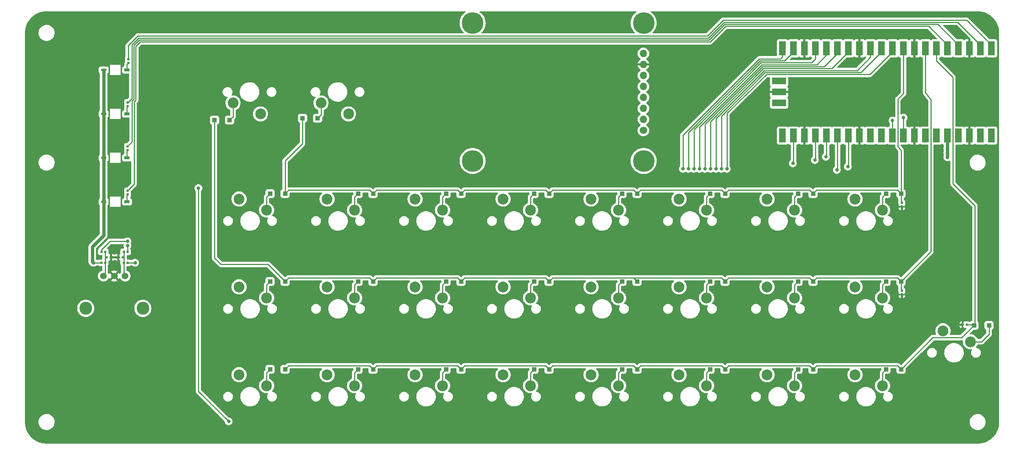
<source format=gbr>
%TF.GenerationSoftware,KiCad,Pcbnew,7.0.5-0*%
%TF.CreationDate,2023-10-31T21:53:37+01:00*%
%TF.ProjectId,20231027_vm-1_prototyp,32303233-3130-4323-975f-766d2d315f70,rev?*%
%TF.SameCoordinates,Original*%
%TF.FileFunction,Copper,L1,Top*%
%TF.FilePolarity,Positive*%
%FSLAX46Y46*%
G04 Gerber Fmt 4.6, Leading zero omitted, Abs format (unit mm)*
G04 Created by KiCad (PCBNEW 7.0.5-0) date 2023-10-31 21:53:37*
%MOMM*%
%LPD*%
G01*
G04 APERTURE LIST*
%TA.AperFunction,ComponentPad*%
%ADD10C,2.500000*%
%TD*%
%TA.AperFunction,SMDPad,CuDef*%
%ADD11R,1.100000X1.000000*%
%TD*%
%TA.AperFunction,SMDPad,CuDef*%
%ADD12R,0.565659X0.540005*%
%TD*%
%TA.AperFunction,SMDPad,CuDef*%
%ADD13R,0.540005X0.565659*%
%TD*%
%TA.AperFunction,SMDPad,CuDef*%
%ADD14R,0.790094X0.540005*%
%TD*%
%TA.AperFunction,SMDPad,CuDef*%
%ADD15R,1.300000X0.600000*%
%TD*%
%TA.AperFunction,SMDPad,CuDef*%
%ADD16R,1.300000X0.700000*%
%TD*%
%TA.AperFunction,SMDPad,CuDef*%
%ADD17R,1.600000X3.200000*%
%TD*%
%TA.AperFunction,SMDPad,CuDef*%
%ADD18R,3.200000X1.600000*%
%TD*%
%TA.AperFunction,ComponentPad*%
%ADD19C,1.524000*%
%TD*%
%TA.AperFunction,ComponentPad*%
%ADD20O,2.900000X3.000000*%
%TD*%
%TA.AperFunction,ComponentPad*%
%ADD21C,5.000000*%
%TD*%
%TA.AperFunction,ComponentPad*%
%ADD22C,1.700000*%
%TD*%
%TA.AperFunction,ComponentPad*%
%ADD23O,1.700000X1.700000*%
%TD*%
%TA.AperFunction,ViaPad*%
%ADD24C,0.800000*%
%TD*%
%TA.AperFunction,Conductor*%
%ADD25C,0.250000*%
%TD*%
%TA.AperFunction,Conductor*%
%ADD26C,0.750000*%
%TD*%
G04 APERTURE END LIST*
D10*
%TO.P,SW27,2,B*%
%TO.N,COL9*%
X89408000Y-78740000D03*
%TO.P,SW27,1,A*%
%TO.N,Net-(SW27-A)*%
X83058000Y-76200000D03*
%TD*%
D11*
%TO.P,U1,1,K*%
%TO.N,ROW2*%
X95079950Y-117475000D03*
%TO.P,U1,2,A*%
%TO.N,Net-(SW2-A)*%
X91610050Y-117475000D03*
%TD*%
%TO.P,U10,1,K*%
%TO.N,ROW2*%
X156039950Y-117475000D03*
%TO.P,U10,2,A*%
%TO.N,Net-(SW11-A)*%
X152570050Y-117475000D03*
%TD*%
%TO.P,U9,1,K*%
%TO.N,ROW1*%
X156039950Y-97155000D03*
%TO.P,U9,2,A*%
%TO.N,Net-(SW10-A)*%
X152570050Y-97155000D03*
%TD*%
D12*
%TO.P,R2,2,2*%
%TO.N,Net-(C2-Pad1)*%
X57837830Y-113163000D03*
%TO.P,R2,1,1*%
%TO.N,+3V3*%
X58703464Y-113163000D03*
%TD*%
D11*
%TO.P,U28,1,K*%
%TO.N,ROW3*%
X254170050Y-127635000D03*
%TO.P,U28,2,A*%
%TO.N,Net-(SW28-A)*%
X257639950Y-127635000D03*
%TD*%
D12*
%TO.P,R3,2,2*%
%TO.N,ROTARY_B*%
X52654196Y-110623000D03*
%TO.P,R3,1,1*%
%TO.N,Net-(C1-Pad1)*%
X53519830Y-110623000D03*
%TD*%
D11*
%TO.P,U13,1,K*%
%TO.N,ROW2*%
X176359950Y-117475000D03*
%TO.P,U13,2,A*%
%TO.N,Net-(SW14-A)*%
X172890050Y-117475000D03*
%TD*%
%TO.P,U2,1,K*%
%TO.N,ROW3*%
X95079950Y-137795000D03*
%TO.P,U2,2,A*%
%TO.N,Net-(SW3-A)*%
X91610050Y-137795000D03*
%TD*%
D12*
%TO.P,R4,2,2*%
%TO.N,ROTARY_A*%
X58703464Y-110623000D03*
%TO.P,R4,1,1*%
%TO.N,Net-(C2-Pad1)*%
X57837830Y-110623000D03*
%TD*%
D13*
%TO.P,R9,1,1*%
%TO.N,GND*%
X237490000Y-100179634D03*
%TO.P,R9,2,2*%
%TO.N,ROW1*%
X237490000Y-99314000D03*
%TD*%
D11*
%TO.P,U6,1,K*%
%TO.N,ROW1*%
X135719950Y-97155000D03*
%TO.P,U6,2,A*%
%TO.N,Net-(SW7-A)*%
X132250050Y-97155000D03*
%TD*%
D14*
%TO.P,C2,2,2*%
%TO.N,GND*%
X56567830Y-111893000D03*
%TO.P,C2,1,1*%
%TO.N,Net-(C2-Pad1)*%
X57658000Y-111893000D03*
%TD*%
D13*
%TO.P,R8,2,2*%
%TO.N,LED4*%
X58674000Y-96520000D03*
%TO.P,R8,1,1*%
%TO.N,Net-(U32-K)*%
X58674000Y-97385634D03*
%TD*%
D11*
%TO.P,U8,1,K*%
%TO.N,ROW3*%
X135719950Y-137795000D03*
%TO.P,U8,2,A*%
%TO.N,Net-(SW9-A)*%
X132250050Y-137795000D03*
%TD*%
D12*
%TO.P,R11,1,1*%
%TO.N,GND*%
X251610366Y-127508000D03*
%TO.P,R11,2,2*%
%TO.N,ROW3*%
X252476000Y-127508000D03*
%TD*%
D11*
%TO.P,U20,1,K*%
%TO.N,ROW3*%
X216999950Y-137795000D03*
%TO.P,U20,2,A*%
%TO.N,Net-(SW21-A)*%
X213530050Y-137795000D03*
%TD*%
D15*
%TO.P,U31,2,A*%
%TO.N,+3V3*%
X53179975Y-88900000D03*
D16*
%TO.P,U31,1,K*%
%TO.N,Net-(U31-K)*%
X58580025Y-88900000D03*
%TD*%
D11*
%TO.P,U4,1,K*%
%TO.N,ROW2*%
X115399950Y-117475000D03*
%TO.P,U4,2,A*%
%TO.N,Net-(SW5-A)*%
X111930050Y-117475000D03*
%TD*%
D12*
%TO.P,R1,2,2*%
%TO.N,Net-(C1-Pad1)*%
X53519830Y-113163000D03*
%TO.P,R1,1,1*%
%TO.N,+3V3*%
X52654196Y-113163000D03*
%TD*%
D13*
%TO.P,R7,2,2*%
%TO.N,LED3*%
X58674000Y-86256366D03*
%TO.P,R7,1,1*%
%TO.N,Net-(U31-K)*%
X58674000Y-87122000D03*
%TD*%
D15*
%TO.P,U30,2,A*%
%TO.N,+3V3*%
X53179975Y-78740000D03*
D16*
%TO.P,U30,1,K*%
%TO.N,Net-(U30-K)*%
X58580025Y-78740000D03*
%TD*%
D11*
%TO.P,U7,1,K*%
%TO.N,ROW2*%
X135719950Y-117475000D03*
%TO.P,U7,2,A*%
%TO.N,Net-(SW8-A)*%
X132250050Y-117475000D03*
%TD*%
%TO.P,U22,1,K*%
%TO.N,ROW2*%
X237319950Y-117475000D03*
%TO.P,U22,2,A*%
%TO.N,Net-(SW23-A)*%
X233850050Y-117475000D03*
%TD*%
%TO.P,U26,1,K*%
%TO.N,ROW2*%
X78783050Y-80180000D03*
%TO.P,U26,2,A*%
%TO.N,Net-(SW27-A)*%
X82252950Y-80180000D03*
%TD*%
D13*
%TO.P,R10,1,1*%
%TO.N,GND*%
X237490000Y-120499634D03*
%TO.P,R10,2,2*%
%TO.N,ROW2*%
X237490000Y-119634000D03*
%TD*%
D11*
%TO.P,U25,1,K*%
%TO.N,ROW1*%
X95079950Y-97155000D03*
%TO.P,U25,2,A*%
%TO.N,Net-(SW1-A)*%
X91610050Y-97155000D03*
%TD*%
D13*
%TO.P,R6,2,2*%
%TO.N,LED2*%
X58674000Y-76096366D03*
%TO.P,R6,1,1*%
%TO.N,Net-(U30-K)*%
X58674000Y-76962000D03*
%TD*%
D11*
%TO.P,U21,1,K*%
%TO.N,ROW1*%
X237319950Y-97155000D03*
%TO.P,U21,2,A*%
%TO.N,Net-(SW22-A)*%
X233850050Y-97155000D03*
%TD*%
%TO.P,U18,1,K*%
%TO.N,ROW1*%
X216999950Y-97155000D03*
%TO.P,U18,2,A*%
%TO.N,Net-(SW19-A)*%
X213530050Y-97155000D03*
%TD*%
D15*
%TO.P,U29,2,A*%
%TO.N,+3V3*%
X53179975Y-68580000D03*
D16*
%TO.P,U29,1,K*%
%TO.N,Net-(U29-K)*%
X58580025Y-68580000D03*
%TD*%
D11*
%TO.P,U17,1,K*%
%TO.N,ROW3*%
X196679950Y-137795000D03*
%TO.P,U17,2,A*%
%TO.N,Net-(SW18-A)*%
X193210050Y-137795000D03*
%TD*%
%TO.P,U23,1,K*%
%TO.N,ROW3*%
X237319950Y-137795000D03*
%TO.P,U23,2,A*%
%TO.N,Net-(SW24-A)*%
X233850050Y-137795000D03*
%TD*%
%TO.P,U14,1,K*%
%TO.N,ROW3*%
X176359950Y-137795000D03*
%TO.P,U14,2,A*%
%TO.N,Net-(SW15-A)*%
X172890050Y-137795000D03*
%TD*%
D15*
%TO.P,U32,2,A*%
%TO.N,+3V3*%
X53179975Y-99060000D03*
D16*
%TO.P,U32,1,K*%
%TO.N,Net-(U32-K)*%
X58580025Y-99060000D03*
%TD*%
D11*
%TO.P,U12,1,K*%
%TO.N,ROW1*%
X176359950Y-97155000D03*
%TO.P,U12,2,A*%
%TO.N,Net-(SW13-A)*%
X172890050Y-97155000D03*
%TD*%
D17*
%TO.P,U27,1,GP0*%
%TO.N,LED1*%
X258210048Y-63572624D03*
%TO.P,U27,2,GP1*%
%TO.N,LED2*%
X255670043Y-63572624D03*
%TO.P,U27,3,GND*%
%TO.N,GND*%
X253130038Y-63572624D03*
%TO.P,U27,4,GP2*%
%TO.N,LED3*%
X250590033Y-63572624D03*
%TO.P,U27,5,GP3*%
%TO.N,LED4*%
X248050028Y-63572624D03*
%TO.P,U27,6,GP4*%
%TO.N,ROW3*%
X245510023Y-63572624D03*
%TO.P,U27,7,GP5*%
%TO.N,ROW2*%
X242970018Y-63572624D03*
%TO.P,U27,8,GND*%
%TO.N,GND*%
X240430013Y-63572624D03*
%TO.P,U27,9,GP6*%
%TO.N,ROW1*%
X237890008Y-63572624D03*
%TO.P,U27,10,GP7*%
%TO.N,COL9*%
X235350003Y-63572624D03*
%TO.P,U27,11,GP8*%
%TO.N,COL8*%
X232809997Y-63572624D03*
%TO.P,U27,12,GP9*%
%TO.N,COL7*%
X230269992Y-63572624D03*
%TO.P,U27,13,GND*%
%TO.N,GND*%
X227729987Y-63572624D03*
%TO.P,U27,14,GP10*%
%TO.N,COL6*%
X225189982Y-63572624D03*
%TO.P,U27,15,GP11*%
%TO.N,COL5*%
X222649977Y-63572624D03*
%TO.P,U27,16,GP12*%
%TO.N,COL4*%
X220109972Y-63572624D03*
%TO.P,U27,17,GP13*%
%TO.N,COL3*%
X217569967Y-63572624D03*
%TO.P,U27,18,GND*%
%TO.N,GND*%
X215029962Y-63572624D03*
%TO.P,U27,19,GP14*%
%TO.N,COL2*%
X212489957Y-63572624D03*
%TO.P,U27,20,GP15*%
%TO.N,COL1*%
X209949952Y-63572624D03*
%TO.P,U27,21,GP16*%
%TO.N,unconnected-(U27-GP16-Pad21)*%
X209949952Y-83747376D03*
%TO.P,U27,22,GP17*%
%TO.N,OLED_CS*%
X212489957Y-83747376D03*
%TO.P,U27,23,GND*%
%TO.N,GND*%
X215029962Y-83747376D03*
%TO.P,U27,24,GP18*%
%TO.N,OLED_CLK*%
X217569967Y-83747376D03*
%TO.P,U27,25,GP19*%
%TO.N,OLED_DIN*%
X220109972Y-83747376D03*
%TO.P,U27,26,GP20*%
%TO.N,OLED_RST*%
X222649977Y-83747376D03*
%TO.P,U27,27,GP21*%
%TO.N,OLED_DC*%
X225189982Y-83747376D03*
%TO.P,U27,28,GND*%
%TO.N,GND*%
X227729987Y-83747376D03*
%TO.P,U27,29,GP22*%
%TO.N,unconnected-(U27-GP22-Pad29)*%
X230269992Y-83747376D03*
%TO.P,U27,30,RUN*%
%TO.N,unconnected-(U27-RUN-Pad30)*%
X232809997Y-83747376D03*
%TO.P,U27,31,GP26*%
%TO.N,ROTARY_A*%
X235350003Y-83747376D03*
%TO.P,U27,32,GP27*%
%TO.N,ROTARY_B*%
X237890008Y-83747376D03*
%TO.P,U27,33,GND*%
%TO.N,GND*%
X240430013Y-83747376D03*
%TO.P,U27,34,GP28*%
%TO.N,unconnected-(U27-GP28-Pad34)*%
X242970018Y-83747376D03*
%TO.P,U27,35,ADC_VREF*%
%TO.N,unconnected-(U27-ADC_VREF-Pad35)*%
X245510023Y-83747376D03*
%TO.P,U27,36,3V3(OUT)*%
%TO.N,+3V3*%
X248050028Y-83747376D03*
%TO.P,U27,37,3V3_EN*%
%TO.N,unconnected-(U27-3V3_EN-Pad37)*%
X250590033Y-83747376D03*
%TO.P,U27,38,GND*%
%TO.N,GND*%
X253130038Y-83747376D03*
%TO.P,U27,39,VSYS*%
%TO.N,unconnected-(U27-VSYS-Pad39)*%
X255670043Y-83747376D03*
%TO.P,U27,40,VBUS*%
%TO.N,unconnected-(U27-VBUS-Pad40)*%
X258210048Y-83747376D03*
D18*
%TO.P,U27,41,SWCLK*%
%TO.N,unconnected-(U27-SWCLK-Pad41)*%
X209149952Y-71119995D03*
%TO.P,U27,42,GND*%
%TO.N,GND*%
X209149952Y-73660000D03*
%TO.P,U27,43,SWDIO*%
%TO.N,unconnected-(U27-SWDIO-Pad43)*%
X209149952Y-76200005D03*
%TD*%
D11*
%TO.P,U11,1,K*%
%TO.N,ROW3*%
X156039950Y-137795000D03*
%TO.P,U11,2,A*%
%TO.N,Net-(SW12-A)*%
X152570050Y-137795000D03*
%TD*%
D14*
%TO.P,C1,2,2*%
%TO.N,GND*%
X54864000Y-111893000D03*
%TO.P,C1,1,1*%
%TO.N,Net-(C1-Pad1)*%
X53773830Y-111893000D03*
%TD*%
D11*
%TO.P,U3,1,K*%
%TO.N,ROW1*%
X115399950Y-97155000D03*
%TO.P,U3,2,A*%
%TO.N,Net-(SW4-A)*%
X111930050Y-97155000D03*
%TD*%
%TO.P,U19,1,K*%
%TO.N,ROW2*%
X216999950Y-117475000D03*
%TO.P,U19,2,A*%
%TO.N,Net-(SW20-A)*%
X213530050Y-117475000D03*
%TD*%
%TO.P,U16,1,K*%
%TO.N,ROW2*%
X196679950Y-117475000D03*
%TO.P,U16,2,A*%
%TO.N,Net-(SW17-A)*%
X193210050Y-117475000D03*
%TD*%
D13*
%TO.P,R5,1,1*%
%TO.N,Net-(U29-K)*%
X58867050Y-66980817D03*
%TO.P,R5,2,2*%
%TO.N,LED1*%
X58867050Y-66115183D03*
%TD*%
D11*
%TO.P,U15,1,K*%
%TO.N,ROW1*%
X196679950Y-97155000D03*
%TO.P,U15,2,A*%
%TO.N,Net-(SW16-A)*%
X193210050Y-97155000D03*
%TD*%
%TO.P,U5,1,K*%
%TO.N,ROW3*%
X115399950Y-137795000D03*
%TO.P,U5,2,A*%
%TO.N,Net-(SW6-A)*%
X111930050Y-137795000D03*
%TD*%
%TO.P,U24,2,A*%
%TO.N,Net-(SW26-A)*%
X102572950Y-79715000D03*
%TO.P,U24,1,K*%
%TO.N,ROW1*%
X99103050Y-79715000D03*
%TD*%
D10*
%TO.P,SW28,1,A*%
%TO.N,Net-(SW28-A)*%
X253365000Y-131445000D03*
%TO.P,SW28,2,B*%
%TO.N,COL9*%
X247015000Y-128905000D03*
%TD*%
%TO.P,SW20,1,A*%
%TO.N,Net-(SW20-A)*%
X212725000Y-121285000D03*
%TO.P,SW20,2,B*%
%TO.N,COL7*%
X206375000Y-118745000D03*
%TD*%
%TO.P,SW16,1,A*%
%TO.N,Net-(SW16-A)*%
X192405000Y-100965000D03*
%TO.P,SW16,2,B*%
%TO.N,COL6*%
X186055000Y-98425000D03*
%TD*%
%TO.P,SW24,1,A*%
%TO.N,Net-(SW24-A)*%
X233045000Y-141605000D03*
%TO.P,SW24,2,B*%
%TO.N,COL8*%
X226695000Y-139065000D03*
%TD*%
%TO.P,SW9,1,A*%
%TO.N,Net-(SW9-A)*%
X131445000Y-141605000D03*
%TO.P,SW9,2,B*%
%TO.N,COL3*%
X125095000Y-139065000D03*
%TD*%
D19*
%TO.P,SW25,A,A*%
%TO.N,Net-(C1-Pad1)*%
X53126000Y-116211000D03*
%TO.P,SW25,B,B*%
%TO.N,Net-(C2-Pad1)*%
X58126000Y-116211000D03*
%TO.P,SW25,C,C*%
%TO.N,GND*%
X55626000Y-116211000D03*
D20*
%TO.P,SW25,SH*%
%TO.N,N/C*%
X62226000Y-123711000D03*
X49026000Y-123711000D03*
%TD*%
D10*
%TO.P,SW15,1,A*%
%TO.N,Net-(SW15-A)*%
X172085000Y-141605000D03*
%TO.P,SW15,2,B*%
%TO.N,COL5*%
X165735000Y-139065000D03*
%TD*%
%TO.P,SW2,1,A*%
%TO.N,Net-(SW2-A)*%
X90805000Y-121285000D03*
%TO.P,SW2,2,B*%
%TO.N,COL1*%
X84455000Y-118745000D03*
%TD*%
%TO.P,SW7,1,A*%
%TO.N,Net-(SW7-A)*%
X131445000Y-100965000D03*
%TO.P,SW7,2,B*%
%TO.N,COL3*%
X125095000Y-98425000D03*
%TD*%
%TO.P,SW11,1,A*%
%TO.N,Net-(SW11-A)*%
X151765000Y-121285000D03*
%TO.P,SW11,2,B*%
%TO.N,COL4*%
X145415000Y-118745000D03*
%TD*%
%TO.P,SW8,1,A*%
%TO.N,Net-(SW8-A)*%
X131445000Y-121285000D03*
%TO.P,SW8,2,B*%
%TO.N,COL3*%
X125095000Y-118745000D03*
%TD*%
%TO.P,SW12,1,A*%
%TO.N,Net-(SW12-A)*%
X151765000Y-141605000D03*
%TO.P,SW12,2,B*%
%TO.N,COL4*%
X145415000Y-139065000D03*
%TD*%
%TO.P,SW1,1,A*%
%TO.N,Net-(SW1-A)*%
X90805000Y-100965000D03*
%TO.P,SW1,2,B*%
%TO.N,COL1*%
X84455000Y-98425000D03*
%TD*%
%TO.P,SW17,1,A*%
%TO.N,Net-(SW17-A)*%
X192405000Y-121285000D03*
%TO.P,SW17,2,B*%
%TO.N,COL6*%
X186055000Y-118745000D03*
%TD*%
%TO.P,SW10,1,A*%
%TO.N,Net-(SW10-A)*%
X151765000Y-100965000D03*
%TO.P,SW10,2,B*%
%TO.N,COL4*%
X145415000Y-98425000D03*
%TD*%
%TO.P,SW22,1,A*%
%TO.N,Net-(SW22-A)*%
X233045000Y-100965000D03*
%TO.P,SW22,2,B*%
%TO.N,COL8*%
X226695000Y-98425000D03*
%TD*%
%TO.P,SW14,1,A*%
%TO.N,Net-(SW14-A)*%
X172085000Y-121285000D03*
%TO.P,SW14,2,B*%
%TO.N,COL5*%
X165735000Y-118745000D03*
%TD*%
%TO.P,SW6,1,A*%
%TO.N,Net-(SW6-A)*%
X111125000Y-141605000D03*
%TO.P,SW6,2,B*%
%TO.N,COL2*%
X104775000Y-139065000D03*
%TD*%
D21*
%TO.P,J2,*%
%TO.N,*%
X177880000Y-89610000D03*
X177880000Y-57710000D03*
X138380000Y-89610000D03*
X138380000Y-57710000D03*
D22*
%TO.P,J2,1,Pin_1*%
%TO.N,OLED_RST*%
X177820000Y-82550000D03*
D23*
%TO.P,J2,2,Pin_2*%
%TO.N,OLED_DC*%
X177820000Y-80010000D03*
%TO.P,J2,3,Pin_3*%
%TO.N,OLED_CS*%
X177820000Y-77470000D03*
%TO.P,J2,4,Pin_4*%
%TO.N,OLED_CLK*%
X177820000Y-74930000D03*
%TO.P,J2,5,Pin_5*%
%TO.N,OLED_DIN*%
X177820000Y-72390000D03*
%TO.P,J2,6,Pin_6*%
%TO.N,unconnected-(J2-Pin_6-Pad6)*%
X177820000Y-69850000D03*
%TO.P,J2,7,Pin_7*%
%TO.N,GND*%
X177820000Y-67310000D03*
%TO.P,J2,8,Pin_8*%
%TO.N,+3V3*%
X177820000Y-64770000D03*
%TD*%
D10*
%TO.P,SW21,1,A*%
%TO.N,Net-(SW21-A)*%
X212725000Y-141605000D03*
%TO.P,SW21,2,B*%
%TO.N,COL7*%
X206375000Y-139065000D03*
%TD*%
%TO.P,SW26,2,B*%
%TO.N,COL9*%
X109728000Y-78740000D03*
%TO.P,SW26,1,A*%
%TO.N,Net-(SW26-A)*%
X103378000Y-76200000D03*
%TD*%
%TO.P,SW4,1,A*%
%TO.N,Net-(SW4-A)*%
X111125000Y-100965000D03*
%TO.P,SW4,2,B*%
%TO.N,COL2*%
X104775000Y-98425000D03*
%TD*%
%TO.P,SW19,1,A*%
%TO.N,Net-(SW19-A)*%
X212725000Y-100965000D03*
%TO.P,SW19,2,B*%
%TO.N,COL7*%
X206375000Y-98425000D03*
%TD*%
%TO.P,SW5,1,A*%
%TO.N,Net-(SW5-A)*%
X111125000Y-121285000D03*
%TO.P,SW5,2,B*%
%TO.N,COL2*%
X104775000Y-118745000D03*
%TD*%
%TO.P,SW23,1,A*%
%TO.N,Net-(SW23-A)*%
X233045000Y-121285000D03*
%TO.P,SW23,2,B*%
%TO.N,COL8*%
X226695000Y-118745000D03*
%TD*%
%TO.P,SW13,1,A*%
%TO.N,Net-(SW13-A)*%
X172085000Y-100965000D03*
%TO.P,SW13,2,B*%
%TO.N,COL5*%
X165735000Y-98425000D03*
%TD*%
%TO.P,SW3,1,A*%
%TO.N,Net-(SW3-A)*%
X90805000Y-141605000D03*
%TO.P,SW3,2,B*%
%TO.N,COL1*%
X84455000Y-139065000D03*
%TD*%
%TO.P,SW18,1,A*%
%TO.N,Net-(SW18-A)*%
X192405000Y-141605000D03*
%TO.P,SW18,2,B*%
%TO.N,COL6*%
X186055000Y-139065000D03*
%TD*%
D24*
%TO.N,GND*%
X156972000Y-57912000D03*
%TO.N,COL9*%
X75055328Y-95908728D03*
X82042000Y-149860000D03*
%TO.N,ROTARY_A*%
X58674000Y-109220000D03*
%TO.N,+3V3*%
X50800000Y-113163000D03*
%TO.N,COL1*%
X186944000Y-91440000D03*
%TO.N,COL2*%
X188214000Y-91440000D03*
%TO.N,COL3*%
X189484000Y-91440000D03*
%TO.N,COL4*%
X190754000Y-91440000D03*
%TO.N,COL5*%
X192024000Y-91440000D03*
%TO.N,COL6*%
X193294000Y-91440000D03*
%TO.N,COL7*%
X194564000Y-91440000D03*
%TO.N,COL8*%
X195834000Y-91440000D03*
%TO.N,OLED_RST*%
X222504000Y-91694000D03*
%TO.N,OLED_DC*%
X225044000Y-90932000D03*
%TO.N,OLED_CS*%
X212344000Y-90170000D03*
%TO.N,OLED_CLK*%
X217424000Y-89408000D03*
%TO.N,OLED_DIN*%
X219964000Y-88646000D03*
%TO.N,+3V3*%
X248031000Y-87757000D03*
X60452000Y-113163000D03*
X248031000Y-88773000D03*
X248031000Y-86741000D03*
%TO.N,ROTARY_B*%
X237890008Y-79609992D03*
X58674000Y-108204000D03*
%TO.N,ROTARY_A*%
X235350003Y-80264000D03*
%TO.N,COL9*%
X197104000Y-91440000D03*
%TD*%
D25*
%TO.N,LED1*%
X61468000Y-60706000D02*
X192654812Y-60706000D01*
X58867050Y-66115183D02*
X58867050Y-62992000D01*
X58867050Y-62924554D02*
X58867050Y-62992000D01*
X61468000Y-60706000D02*
X61085604Y-60706000D01*
X61085604Y-60706000D02*
X58867050Y-62924554D01*
%TO.N,LED4*%
X60590000Y-63110792D02*
X60590000Y-68580000D01*
X61644792Y-62056000D02*
X60590000Y-63110792D01*
%TO.N,LED3*%
X59754198Y-85176168D02*
X59754198Y-75756198D01*
X59754198Y-75756198D02*
X60140000Y-75370396D01*
X60140000Y-75370396D02*
X60140000Y-62924396D01*
X60140000Y-62924396D02*
X61458396Y-61606000D01*
X58674000Y-86256366D02*
X59754198Y-85176168D01*
X61458396Y-61606000D02*
X193027604Y-61606000D01*
X250590033Y-62772624D02*
X250590033Y-63572624D01*
X193027604Y-61606000D02*
X196663604Y-57970000D01*
X196663604Y-57970000D02*
X245787409Y-57970000D01*
X245787409Y-57970000D02*
X250590033Y-62772624D01*
%TO.N,LED2*%
X142240000Y-61156000D02*
X61272000Y-61156000D01*
X61272000Y-61156000D02*
X59690000Y-62738000D01*
X58777634Y-76096366D02*
X58674000Y-76096366D01*
X59690000Y-62738000D02*
X59690000Y-75184000D01*
X59690000Y-75184000D02*
X58777634Y-76096366D01*
%TO.N,LED1*%
X252507424Y-57070000D02*
X258210048Y-62772624D01*
X258210048Y-62772624D02*
X258210048Y-63572624D01*
X192654812Y-60706000D02*
X196290812Y-57070000D01*
X196290812Y-57070000D02*
X252507424Y-57070000D01*
D26*
%TO.N,+3V3*%
X53179975Y-99060000D02*
X53179975Y-106840025D01*
X53179975Y-106840025D02*
X50546000Y-109474000D01*
X50546000Y-109474000D02*
X50546000Y-112909000D01*
X50546000Y-112909000D02*
X50800000Y-113163000D01*
D25*
%TO.N,LED4*%
X248050028Y-62772624D02*
X243697404Y-58420000D01*
X193214000Y-62056000D02*
X61644792Y-62056000D01*
X60590000Y-75556792D02*
X60204198Y-75942594D01*
X196850000Y-58420000D02*
X193214000Y-62056000D01*
X243697404Y-58420000D02*
X196850000Y-58420000D01*
X248050028Y-63572624D02*
X248050028Y-62772624D01*
X60204198Y-94989802D02*
X58674000Y-96520000D01*
X60590000Y-68698792D02*
X60590000Y-75556792D01*
X60204198Y-75942594D02*
X60204198Y-94989802D01*
%TO.N,COL5*%
X222649977Y-63572624D02*
X222649977Y-64751023D01*
X222649977Y-64751023D02*
X219605000Y-67796000D01*
X192024000Y-81100416D02*
X192024000Y-91440000D01*
X219605000Y-67796000D02*
X205328416Y-67796000D01*
X205328416Y-67796000D02*
X192024000Y-81100416D01*
%TO.N,COL4*%
X217881200Y-67346000D02*
X205142020Y-67346000D01*
X220109972Y-63572624D02*
X220109972Y-65117228D01*
X220109972Y-65117228D02*
X217881200Y-67346000D01*
%TO.N,COL1*%
X209949952Y-63572624D02*
X209949952Y-65538448D01*
X209949952Y-65538448D02*
X209492400Y-65996000D01*
X209492400Y-65996000D02*
X204582832Y-65996000D01*
X204582832Y-65996000D02*
X186944000Y-83634832D01*
X186944000Y-83634832D02*
X186944000Y-91440000D01*
%TO.N,COL2*%
X212489957Y-64372624D02*
X211076581Y-65786000D01*
X211076581Y-65808819D02*
X210439400Y-66446000D01*
X204568614Y-66646614D02*
X188214000Y-83001228D01*
X212489957Y-63572624D02*
X212489957Y-64372624D01*
X211076581Y-65786000D02*
X211076581Y-65808819D01*
X210439400Y-66446000D02*
X204769228Y-66446000D01*
X204769228Y-66446000D02*
X204568614Y-66646614D01*
%TO.N,COL3*%
X217569967Y-63572624D02*
X217569967Y-66013433D01*
X217569967Y-66013433D02*
X216687400Y-66896000D01*
X216687400Y-66896000D02*
X204955624Y-66896000D01*
X204955624Y-66896000D02*
X189484000Y-82367624D01*
X189484000Y-82367624D02*
X189484000Y-91440000D01*
%TO.N,COL4*%
X190754000Y-81734020D02*
X190754000Y-91440000D01*
X205142020Y-67346000D02*
X190754000Y-81734020D01*
%TO.N,COL6*%
X205079406Y-68681406D02*
X193294000Y-80466812D01*
X205514812Y-68246000D02*
X205079406Y-68681406D01*
X225189982Y-63572624D02*
X225189982Y-64372624D01*
X225189982Y-64372624D02*
X221316606Y-68246000D01*
X221316606Y-68246000D02*
X205514812Y-68246000D01*
%TO.N,COL7*%
X230269992Y-63572624D02*
X230269992Y-65640008D01*
X230269992Y-65640008D02*
X227214000Y-68696000D01*
X205701208Y-68696000D02*
X194564000Y-79833208D01*
X227214000Y-68696000D02*
X205701208Y-68696000D01*
X194564000Y-79833208D02*
X194564000Y-91440000D01*
%TO.N,COL8*%
X195834000Y-79199604D02*
X205677702Y-69355902D01*
X228036621Y-69146000D02*
X205887604Y-69146000D01*
X232809997Y-63572624D02*
X232809997Y-64372624D01*
X205887604Y-69146000D02*
X205677702Y-69355902D01*
X232809997Y-64372624D02*
X228036621Y-69146000D01*
%TO.N,COL9*%
X197104000Y-91440000D02*
X197104000Y-78566000D01*
X197104000Y-78566000D02*
X206248000Y-69596000D01*
X206248000Y-69596000D02*
X230124000Y-69596000D01*
X230124000Y-69596000D02*
X235350003Y-64372624D01*
X235350003Y-64372624D02*
X235350003Y-63572624D01*
D26*
%TO.N,+3V3*%
X53179975Y-99060000D02*
X53179975Y-68580000D01*
D25*
%TO.N,COL9*%
X75055328Y-95908728D02*
X75055328Y-142873328D01*
X75055328Y-142873328D02*
X82042000Y-149860000D01*
%TO.N,ROW2*%
X80264000Y-113538000D02*
X78892400Y-112166400D01*
X78783050Y-112057050D02*
X78892400Y-112166400D01*
X78783050Y-80180000D02*
X78783050Y-112057050D01*
X95079950Y-117475000D02*
X91142950Y-113538000D01*
X91142950Y-113538000D02*
X80264000Y-113538000D01*
%TO.N,ROW1*%
X95079950Y-97155000D02*
X95079950Y-89578050D01*
X95079950Y-89578050D02*
X99103050Y-85554950D01*
X99103050Y-85554950D02*
X99103050Y-79715000D01*
%TO.N,ROTARY_B*%
X58674000Y-108204000D02*
X54610000Y-108204000D01*
X54610000Y-108204000D02*
X52654196Y-110102998D01*
X52654196Y-110102998D02*
X52654196Y-110623000D01*
%TO.N,ROTARY_A*%
X58703464Y-110623000D02*
X58703464Y-109249464D01*
X58703464Y-109249464D02*
X58674000Y-109220000D01*
%TO.N,Net-(U32-K)*%
X58580025Y-99060000D02*
X58580025Y-97479609D01*
X58580025Y-97479609D02*
X58674000Y-97385634D01*
%TO.N,Net-(U31-K)*%
X58580025Y-88900000D02*
X58580025Y-87215975D01*
X58580025Y-87215975D02*
X58674000Y-87122000D01*
%TO.N,Net-(U30-K)*%
X58580025Y-78740000D02*
X58580025Y-77055975D01*
X58580025Y-77055975D02*
X58674000Y-76962000D01*
%TO.N,Net-(U29-K)*%
X58580025Y-68580000D02*
X58580025Y-67267842D01*
X58580025Y-67267842D02*
X58867050Y-66980817D01*
%TO.N,ROTARY_B*%
X237890008Y-79609992D02*
X237890008Y-83747376D01*
%TO.N,ROTARY_A*%
X235350003Y-83747376D02*
X235350003Y-80264000D01*
%TO.N,+3V3*%
X60452000Y-113163000D02*
X58703464Y-113163000D01*
X50800000Y-113163000D02*
X52654196Y-113163000D01*
%TO.N,Net-(C1-Pad1)*%
X53519830Y-110623000D02*
X53519830Y-115817170D01*
X53519830Y-115817170D02*
X53126000Y-116211000D01*
%TO.N,Net-(C2-Pad1)*%
X57837830Y-110623000D02*
X57837830Y-115922830D01*
X57837830Y-115922830D02*
X58126000Y-116211000D01*
%TO.N,ROW3*%
X254381000Y-99949000D02*
X254381000Y-127424050D01*
X249084910Y-70066090D02*
X249301000Y-70282180D01*
X249301000Y-70282180D02*
X249301000Y-94869000D01*
X249301000Y-94869000D02*
X254381000Y-99949000D01*
X245510023Y-66440023D02*
X249084910Y-70066090D01*
%TO.N,ROW1*%
X135719950Y-97155000D02*
X134894950Y-96330000D01*
X156864950Y-96330000D02*
X156039950Y-97155000D01*
X237319950Y-99143950D02*
X237490000Y-99314000D01*
X237890008Y-63572624D02*
X237890008Y-74021992D01*
X116224950Y-96330000D02*
X115399950Y-97155000D01*
X197504950Y-96330000D02*
X196679950Y-97155000D01*
X237319950Y-87205950D02*
X237319950Y-97155000D01*
X236601000Y-86233000D02*
X237319950Y-87205950D01*
X114574950Y-96330000D02*
X95904950Y-96330000D01*
X134894950Y-96330000D02*
X116224950Y-96330000D01*
X216174950Y-96330000D02*
X197504950Y-96330000D01*
X196679950Y-97155000D02*
X195854950Y-96330000D01*
X175534950Y-96330000D02*
X156864950Y-96330000D01*
X177184950Y-96330000D02*
X176359950Y-97155000D01*
X236601000Y-75311000D02*
X236601000Y-86233000D01*
X237890008Y-74021992D02*
X236601000Y-75311000D01*
X237319950Y-97155000D02*
X237319950Y-99143950D01*
X115399950Y-97155000D02*
X114574950Y-96330000D01*
X176359950Y-97155000D02*
X175534950Y-96330000D01*
X237319950Y-97155000D02*
X236494950Y-96330000D01*
X236494950Y-96330000D02*
X217824950Y-96330000D01*
X136544950Y-96330000D02*
X135719950Y-97155000D01*
X217824950Y-96330000D02*
X216999950Y-97155000D01*
X95904950Y-96330000D02*
X95079950Y-97155000D01*
X155214950Y-96330000D02*
X136544950Y-96330000D01*
X156039950Y-97155000D02*
X155214950Y-96330000D01*
X216999950Y-97155000D02*
X216174950Y-96330000D01*
X195854950Y-96330000D02*
X177184950Y-96330000D01*
%TO.N,ROW2*%
X197504950Y-116650000D02*
X196679950Y-117475000D01*
X237319950Y-119463950D02*
X237490000Y-119634000D01*
X242970018Y-73806018D02*
X244221000Y-75438000D01*
X242970018Y-63572624D02*
X242970018Y-73806018D01*
X237319950Y-117475000D02*
X237319950Y-119463950D01*
X155214950Y-116650000D02*
X136544950Y-116650000D01*
X216999950Y-117475000D02*
X216174950Y-116650000D01*
X115399950Y-117475000D02*
X114574950Y-116650000D01*
X217824950Y-116650000D02*
X216999950Y-117475000D01*
X237319950Y-117475000D02*
X236494950Y-116650000D01*
X135719950Y-117475000D02*
X134894950Y-116650000D01*
X176359950Y-117475000D02*
X175534950Y-116650000D01*
X196679950Y-117475000D02*
X195854950Y-116650000D01*
X244221000Y-110573950D02*
X237319950Y-117475000D01*
X114574950Y-116650000D02*
X95904950Y-116650000D01*
X136544950Y-116650000D02*
X135719950Y-117475000D01*
X216174950Y-116650000D02*
X197504950Y-116650000D01*
X244221000Y-75438000D02*
X244221000Y-110573950D01*
X134894950Y-116650000D02*
X116224950Y-116650000D01*
X95904950Y-116650000D02*
X95079950Y-117475000D01*
X195854950Y-116650000D02*
X175450000Y-116650000D01*
X236494950Y-116650000D02*
X217824950Y-116650000D01*
X116224950Y-116650000D02*
X115399950Y-117475000D01*
X156039950Y-117475000D02*
X155214950Y-116650000D01*
X175534950Y-116650000D02*
X156864950Y-116650000D01*
X156864950Y-116650000D02*
X156039950Y-117475000D01*
%TO.N,ROW3*%
X254381000Y-127424050D02*
X254170050Y-127635000D01*
X116224950Y-136970000D02*
X134894950Y-136970000D01*
X156864950Y-136970000D02*
X175534950Y-136970000D01*
X254043050Y-127508000D02*
X254170050Y-127635000D01*
X237319950Y-137795000D02*
X244634950Y-130480000D01*
X244634950Y-130480000D02*
X251325050Y-130480000D01*
X95079950Y-137795000D02*
X95904950Y-136970000D01*
X236494950Y-136970000D02*
X237319950Y-137795000D01*
X245510023Y-63572624D02*
X245510023Y-66440023D01*
X95904950Y-136970000D02*
X114574950Y-136970000D01*
X216174950Y-136970000D02*
X216999950Y-137795000D01*
X251325050Y-130480000D02*
X254170050Y-127635000D01*
X115399950Y-137795000D02*
X116224950Y-136970000D01*
X217824950Y-136970000D02*
X236494950Y-136970000D01*
X155214950Y-136970000D02*
X156039950Y-137795000D01*
X197504950Y-136970000D02*
X216174950Y-136970000D01*
X156039950Y-137795000D02*
X156864950Y-136970000D01*
X216999950Y-137795000D02*
X217824950Y-136970000D01*
X196679950Y-137795000D02*
X197504950Y-136970000D01*
X195854950Y-136970000D02*
X196679950Y-137795000D01*
X114574950Y-136970000D02*
X115399950Y-137795000D01*
X136544950Y-136970000D02*
X155214950Y-136970000D01*
X176359950Y-137795000D02*
X177184950Y-136970000D01*
X252476000Y-127508000D02*
X254043050Y-127508000D01*
X175534950Y-136970000D02*
X176359950Y-137795000D01*
X135719950Y-137795000D02*
X136544950Y-136970000D01*
X177184950Y-136970000D02*
X195854950Y-136970000D01*
X134894950Y-136970000D02*
X135719950Y-137795000D01*
%TO.N,Net-(SW1-A)*%
X90805000Y-97960050D02*
X91610050Y-97155000D01*
X90805000Y-100965000D02*
X90805000Y-97960050D01*
%TO.N,Net-(SW2-A)*%
X90805000Y-118280050D02*
X91610050Y-117475000D01*
X90805000Y-121285000D02*
X90805000Y-118280050D01*
%TO.N,Net-(SW3-A)*%
X90805000Y-141605000D02*
X90805000Y-138600050D01*
X90805000Y-138600050D02*
X91610050Y-137795000D01*
%TO.N,Net-(SW4-A)*%
X111125000Y-100965000D02*
X111125000Y-97960050D01*
X111125000Y-97960050D02*
X111930050Y-97155000D01*
%TO.N,COL2*%
X188214000Y-83001228D02*
X188214000Y-91440000D01*
%TO.N,Net-(SW5-A)*%
X111125000Y-118280050D02*
X111930050Y-117475000D01*
X111125000Y-121285000D02*
X111125000Y-118280050D01*
%TO.N,Net-(SW6-A)*%
X111125000Y-138600050D02*
X111930050Y-137795000D01*
X111125000Y-141605000D02*
X111125000Y-138600050D01*
%TO.N,Net-(SW7-A)*%
X131445000Y-100965000D02*
X131445000Y-97960050D01*
X131445000Y-97960050D02*
X132250050Y-97155000D01*
%TO.N,COL3*%
X217569967Y-63572624D02*
X217569967Y-64372624D01*
%TO.N,Net-(SW8-A)*%
X131445000Y-118280050D02*
X132250050Y-117475000D01*
X131445000Y-121285000D02*
X131445000Y-118280050D01*
%TO.N,Net-(SW9-A)*%
X131445000Y-138600050D02*
X132250050Y-137795000D01*
X131445000Y-141605000D02*
X131445000Y-138600050D01*
%TO.N,Net-(SW10-A)*%
X151765000Y-100965000D02*
X151765000Y-97960050D01*
X151765000Y-97960050D02*
X152570050Y-97155000D01*
%TO.N,Net-(SW11-A)*%
X151765000Y-121285000D02*
X151765000Y-118280050D01*
X151765000Y-118280050D02*
X152570050Y-117475000D01*
%TO.N,Net-(SW12-A)*%
X151765000Y-138600050D02*
X152570050Y-137795000D01*
X151765000Y-141605000D02*
X151765000Y-138600050D01*
%TO.N,Net-(SW13-A)*%
X172085000Y-97960050D02*
X172890050Y-97155000D01*
X172085000Y-100965000D02*
X172085000Y-97960050D01*
%TO.N,Net-(SW14-A)*%
X172085000Y-118280050D02*
X172890050Y-117475000D01*
X172085000Y-121285000D02*
X172085000Y-118280050D01*
%TO.N,Net-(SW15-A)*%
X172085000Y-138600050D02*
X172890050Y-137795000D01*
X172085000Y-141605000D02*
X172085000Y-138600050D01*
%TO.N,Net-(SW16-A)*%
X192405000Y-100965000D02*
X192405000Y-97960050D01*
X192405000Y-97960050D02*
X193210050Y-97155000D01*
%TO.N,COL6*%
X193294000Y-80466812D02*
X193294000Y-91440000D01*
%TO.N,Net-(SW17-A)*%
X192405000Y-121285000D02*
X192405000Y-118280050D01*
X192405000Y-118280050D02*
X193210050Y-117475000D01*
%TO.N,Net-(SW18-A)*%
X192405000Y-141605000D02*
X192405000Y-138600050D01*
X192405000Y-138600050D02*
X193210050Y-137795000D01*
%TO.N,Net-(SW19-A)*%
X212725000Y-100965000D02*
X212725000Y-97960050D01*
X212725000Y-97960050D02*
X213530050Y-97155000D01*
%TO.N,Net-(SW20-A)*%
X212725000Y-121285000D02*
X212725000Y-118280050D01*
X212725000Y-118280050D02*
X213530050Y-117475000D01*
%TO.N,Net-(SW21-A)*%
X212725000Y-138600050D02*
X213530050Y-137795000D01*
X212725000Y-141605000D02*
X212725000Y-138600050D01*
%TO.N,Net-(SW22-A)*%
X233045000Y-100965000D02*
X233045000Y-97960050D01*
X233045000Y-97960050D02*
X233850050Y-97155000D01*
%TO.N,COL8*%
X195834000Y-91440000D02*
X195834000Y-79199604D01*
%TO.N,Net-(SW23-A)*%
X233045000Y-121285000D02*
X233045000Y-118280050D01*
X233045000Y-118280050D02*
X233850050Y-117475000D01*
%TO.N,Net-(SW24-A)*%
X233045000Y-141605000D02*
X233045000Y-138600050D01*
X233045000Y-138600050D02*
X233850050Y-137795000D01*
%TO.N,OLED_RST*%
X222649977Y-91548023D02*
X222649977Y-83747376D01*
X222504000Y-91694000D02*
X222649977Y-91548023D01*
%TO.N,OLED_DC*%
X225189982Y-90786018D02*
X225189982Y-83747376D01*
X225044000Y-90932000D02*
X225189982Y-90786018D01*
%TO.N,OLED_CS*%
X212344000Y-90170000D02*
X212489957Y-90061957D01*
X212489957Y-90061957D02*
X212489957Y-83747376D01*
%TO.N,OLED_CLK*%
X217569967Y-83747376D02*
X217569967Y-89262033D01*
X217569967Y-89262033D02*
X217424000Y-89408000D01*
%TO.N,OLED_DIN*%
X220109972Y-83747376D02*
X220109972Y-88500028D01*
X220109972Y-88500028D02*
X219964000Y-88646000D01*
D26*
%TO.N,+3V3*%
X248050028Y-83747376D02*
X248031000Y-88773000D01*
X248031000Y-88773000D02*
X248050028Y-88773000D01*
D25*
%TO.N,Net-(SW26-A)*%
X103378000Y-76200000D02*
X103378000Y-78909950D01*
X103378000Y-78909950D02*
X102572950Y-79715000D01*
%TO.N,Net-(SW27-A)*%
X83058000Y-79374950D02*
X82252950Y-80180000D01*
X83058000Y-76200000D02*
X83058000Y-79374950D01*
%TO.N,Net-(SW28-A)*%
X257639950Y-129710050D02*
X255905000Y-131445000D01*
X255905000Y-131445000D02*
X253365000Y-131445000D01*
X257639950Y-127635000D02*
X257639950Y-129710050D01*
%TO.N,LED2*%
X192841208Y-61156000D02*
X196477208Y-57520000D01*
X255670043Y-62772624D02*
X255670043Y-63572624D01*
X250417419Y-57520000D02*
X255670043Y-62772624D01*
X142240000Y-61156000D02*
X192841208Y-61156000D01*
X196477208Y-57520000D02*
X250417419Y-57520000D01*
X142240000Y-61156000D02*
X142494000Y-61156000D01*
%TD*%
%TA.AperFunction,Conductor*%
%TO.N,GND*%
G36*
X57750407Y-108849185D02*
G01*
X57796162Y-108901989D01*
X57806106Y-108971147D01*
X57801300Y-108991813D01*
X57798678Y-108999885D01*
X57788326Y-109031742D01*
X57773742Y-109170503D01*
X57768540Y-109220000D01*
X57788326Y-109408256D01*
X57788327Y-109408259D01*
X57846818Y-109588277D01*
X57846823Y-109588289D01*
X57891977Y-109666498D01*
X57908450Y-109734398D01*
X57885597Y-109800425D01*
X57830676Y-109843615D01*
X57784590Y-109852497D01*
X57507130Y-109852497D01*
X57507123Y-109852498D01*
X57447516Y-109858905D01*
X57312671Y-109909199D01*
X57312664Y-109909203D01*
X57197455Y-109995449D01*
X57197452Y-109995452D01*
X57111206Y-110110661D01*
X57111202Y-110110668D01*
X57060910Y-110245510D01*
X57060909Y-110245514D01*
X57054500Y-110305124D01*
X57054500Y-110305131D01*
X57054500Y-110305132D01*
X57054500Y-110940873D01*
X57054501Y-110940879D01*
X57059324Y-110985744D01*
X57046917Y-111054503D01*
X56999306Y-111105640D01*
X56936034Y-111122997D01*
X56817830Y-111122997D01*
X56817830Y-111361851D01*
X56810012Y-111405184D01*
X56788823Y-111461997D01*
X56768862Y-111515514D01*
X56762453Y-111575124D01*
X56762453Y-111575131D01*
X56762453Y-111575132D01*
X56762453Y-112210873D01*
X56762454Y-112210879D01*
X56768861Y-112270484D01*
X56778500Y-112296326D01*
X56810012Y-112380816D01*
X56817830Y-112424147D01*
X56817830Y-112663003D01*
X56936035Y-112663003D01*
X57003074Y-112682688D01*
X57048829Y-112735492D01*
X57059324Y-112800259D01*
X57054500Y-112845116D01*
X57054500Y-113480873D01*
X57054501Y-113480879D01*
X57060908Y-113540486D01*
X57111202Y-113675331D01*
X57111206Y-113675338D01*
X57187596Y-113777381D01*
X57212014Y-113842845D01*
X57212330Y-113851692D01*
X57212330Y-115287861D01*
X57192645Y-115354900D01*
X57176011Y-115375542D01*
X57155175Y-115396377D01*
X57028466Y-115577338D01*
X57028462Y-115577345D01*
X56988104Y-115663892D01*
X56941931Y-115716331D01*
X56874738Y-115735482D01*
X56807857Y-115715265D01*
X56763341Y-115663890D01*
X56723100Y-115577593D01*
X56723099Y-115577591D01*
X56677740Y-115512811D01*
X56109076Y-116081475D01*
X56085493Y-116001156D01*
X56007761Y-115880202D01*
X55899100Y-115786048D01*
X55768315Y-115726320D01*
X55758533Y-115724913D01*
X56324187Y-115159258D01*
X56259409Y-115113900D01*
X56259407Y-115113899D01*
X56059284Y-115020580D01*
X56059270Y-115020575D01*
X55845986Y-114963426D01*
X55845976Y-114963424D01*
X55626001Y-114944179D01*
X55625999Y-114944179D01*
X55406023Y-114963424D01*
X55406013Y-114963426D01*
X55192729Y-115020575D01*
X55192720Y-115020579D01*
X54992586Y-115113903D01*
X54927812Y-115159257D01*
X54927811Y-115159258D01*
X55493467Y-115724913D01*
X55483685Y-115726320D01*
X55352900Y-115786048D01*
X55244239Y-115880202D01*
X55166507Y-116001156D01*
X55142923Y-116081476D01*
X54574258Y-115512811D01*
X54574257Y-115512812D01*
X54528903Y-115577586D01*
X54488658Y-115663891D01*
X54442485Y-115716330D01*
X54375292Y-115735482D01*
X54308411Y-115715266D01*
X54263894Y-115663891D01*
X54223652Y-115577593D01*
X54223534Y-115577339D01*
X54167754Y-115497676D01*
X54145427Y-115431470D01*
X54145330Y-115426554D01*
X54145330Y-113851692D01*
X54165015Y-113784653D01*
X54170064Y-113777381D01*
X54246453Y-113675338D01*
X54246452Y-113675338D01*
X54246456Y-113675334D01*
X54296751Y-113540486D01*
X54303160Y-113480876D01*
X54303159Y-112845125D01*
X54298335Y-112800256D01*
X54310743Y-112731497D01*
X54358354Y-112680360D01*
X54421626Y-112663003D01*
X54614000Y-112663003D01*
X54614000Y-112424147D01*
X54621817Y-112380816D01*
X54662968Y-112270486D01*
X54669377Y-112210876D01*
X54669377Y-112143000D01*
X55114000Y-112143000D01*
X55114000Y-112663003D01*
X55306875Y-112663003D01*
X55306891Y-112663002D01*
X55366419Y-112656601D01*
X55366426Y-112656599D01*
X55501133Y-112606357D01*
X55501140Y-112606353D01*
X55616232Y-112520194D01*
X55616645Y-112519644D01*
X55617197Y-112519230D01*
X55622507Y-112513921D01*
X55623270Y-112514684D01*
X55672577Y-112477771D01*
X55742268Y-112472784D01*
X55803593Y-112506266D01*
X55815185Y-112519644D01*
X55815597Y-112520194D01*
X55930689Y-112606353D01*
X55930696Y-112606357D01*
X56065403Y-112656599D01*
X56065410Y-112656601D01*
X56124938Y-112663002D01*
X56124955Y-112663003D01*
X56317830Y-112663003D01*
X56317830Y-112143000D01*
X55114000Y-112143000D01*
X54669377Y-112143000D01*
X54669376Y-111575125D01*
X54662968Y-111515514D01*
X54621816Y-111405179D01*
X54613999Y-111361851D01*
X54614000Y-111122997D01*
X55114000Y-111122997D01*
X55114000Y-111643000D01*
X56317830Y-111643000D01*
X56317830Y-111122997D01*
X56124938Y-111122997D01*
X56065410Y-111129398D01*
X56065403Y-111129400D01*
X55930696Y-111179642D01*
X55930689Y-111179646D01*
X55815595Y-111265806D01*
X55815593Y-111265808D01*
X55815180Y-111266361D01*
X55814627Y-111266774D01*
X55809323Y-111272079D01*
X55808560Y-111271316D01*
X55759246Y-111308231D01*
X55689554Y-111313214D01*
X55628232Y-111279727D01*
X55616650Y-111266361D01*
X55616236Y-111265808D01*
X55616234Y-111265806D01*
X55501140Y-111179646D01*
X55501133Y-111179642D01*
X55366426Y-111129400D01*
X55366419Y-111129398D01*
X55306891Y-111122997D01*
X55114000Y-111122997D01*
X54614000Y-111122997D01*
X54421625Y-111122997D01*
X54354586Y-111103312D01*
X54308831Y-111050508D01*
X54298336Y-110985741D01*
X54299115Y-110978501D01*
X54303160Y-110940876D01*
X54303159Y-110305125D01*
X54296751Y-110245514D01*
X54246456Y-110110666D01*
X54246455Y-110110665D01*
X54246453Y-110110661D01*
X54160207Y-109995452D01*
X54160204Y-109995449D01*
X54044995Y-109909203D01*
X54044988Y-109909199D01*
X54016848Y-109898704D01*
X53960914Y-109856833D01*
X53936497Y-109791369D01*
X53951348Y-109723096D01*
X53973799Y-109693559D01*
X54827622Y-108864536D01*
X54889433Y-108831959D01*
X54914003Y-108829500D01*
X57683368Y-108829500D01*
X57750407Y-108849185D01*
G37*
%TD.AperFunction*%
%TA.AperFunction,Conductor*%
G36*
X136692115Y-55020185D02*
G01*
X136737870Y-55072989D01*
X136747814Y-55142147D01*
X136718789Y-55205703D01*
X136693215Y-55228100D01*
X136585194Y-55299146D01*
X136585186Y-55299152D01*
X136317442Y-55523817D01*
X136317440Y-55523819D01*
X136077589Y-55778044D01*
X136077584Y-55778050D01*
X135868870Y-56058402D01*
X135694113Y-56361091D01*
X135694107Y-56361104D01*
X135555674Y-56682027D01*
X135455430Y-57016865D01*
X135455428Y-57016872D01*
X135394739Y-57361061D01*
X135394738Y-57361072D01*
X135374415Y-57709996D01*
X135374415Y-57710003D01*
X135394738Y-58058927D01*
X135394739Y-58058938D01*
X135455428Y-58403127D01*
X135455430Y-58403134D01*
X135555674Y-58737972D01*
X135694107Y-59058895D01*
X135694113Y-59058908D01*
X135868870Y-59361597D01*
X136077584Y-59641949D01*
X136077589Y-59641955D01*
X136294066Y-59871406D01*
X136325754Y-59933677D01*
X136318744Y-60003194D01*
X136275264Y-60057886D01*
X136209117Y-60080389D01*
X136203872Y-60080500D01*
X61168342Y-60080500D01*
X61152725Y-60078776D01*
X61152698Y-60079062D01*
X61144936Y-60078327D01*
X61076776Y-60080469D01*
X61074829Y-60080500D01*
X61046254Y-60080500D01*
X61045533Y-60080590D01*
X61039361Y-60081369D01*
X61033549Y-60081826D01*
X60986977Y-60083290D01*
X60986976Y-60083290D01*
X60967733Y-60088881D01*
X60948683Y-60092825D01*
X60928815Y-60095334D01*
X60928813Y-60095335D01*
X60885488Y-60112488D01*
X60879961Y-60114380D01*
X60835214Y-60127381D01*
X60835213Y-60127382D01*
X60817971Y-60137579D01*
X60800503Y-60146137D01*
X60781873Y-60153513D01*
X60781871Y-60153514D01*
X60744180Y-60180898D01*
X60739298Y-60184105D01*
X60699183Y-60207830D01*
X60685012Y-60222000D01*
X60670227Y-60234628D01*
X60654016Y-60246407D01*
X60624313Y-60282310D01*
X60620381Y-60286631D01*
X58483258Y-62423753D01*
X58471001Y-62433574D01*
X58471184Y-62433795D01*
X58465172Y-62438768D01*
X58418482Y-62488486D01*
X58417129Y-62489883D01*
X58396939Y-62510073D01*
X58396927Y-62510086D01*
X58392671Y-62515571D01*
X58388887Y-62520001D01*
X58356987Y-62553972D01*
X58356986Y-62553974D01*
X58347334Y-62571530D01*
X58336660Y-62587780D01*
X58324379Y-62603615D01*
X58324374Y-62603622D01*
X58305865Y-62646392D01*
X58303295Y-62651638D01*
X58280853Y-62692460D01*
X58275872Y-62711861D01*
X58269571Y-62730264D01*
X58261612Y-62748656D01*
X58261611Y-62748659D01*
X58254321Y-62794681D01*
X58253137Y-62800400D01*
X58241551Y-62845526D01*
X58241550Y-62845536D01*
X58241550Y-62865570D01*
X58240023Y-62884969D01*
X58236890Y-62904748D01*
X58236890Y-62904749D01*
X58241275Y-62951137D01*
X58241550Y-62956975D01*
X58241550Y-65430797D01*
X58221865Y-65497836D01*
X58216817Y-65505108D01*
X58153251Y-65590021D01*
X58153249Y-65590024D01*
X58114914Y-65692808D01*
X58102956Y-65724870D01*
X58096547Y-65784480D01*
X58096547Y-65784487D01*
X58096547Y-65784488D01*
X58096547Y-66445883D01*
X58096548Y-66445887D01*
X58102956Y-66505497D01*
X58104739Y-66513041D01*
X58103273Y-66513387D01*
X58107627Y-66574374D01*
X58103223Y-66589371D01*
X58102955Y-66590504D01*
X58096548Y-66650103D01*
X58096547Y-66650122D01*
X58096547Y-66820380D01*
X58076862Y-66887419D01*
X58072865Y-66893265D01*
X58069963Y-66897258D01*
X58060309Y-66914818D01*
X58049635Y-66931068D01*
X58037354Y-66946903D01*
X58037349Y-66946910D01*
X58018840Y-66989680D01*
X58016270Y-66994926D01*
X57993828Y-67035748D01*
X57988847Y-67055149D01*
X57982546Y-67073552D01*
X57974587Y-67091944D01*
X57974586Y-67091947D01*
X57967296Y-67137969D01*
X57966112Y-67143688D01*
X57954526Y-67188814D01*
X57954524Y-67188826D01*
X57954524Y-67208862D01*
X57952998Y-67228254D01*
X57949865Y-67248037D01*
X57954249Y-67294422D01*
X57954524Y-67300259D01*
X57954524Y-67610336D01*
X57934839Y-67677375D01*
X57882035Y-67723130D01*
X57843778Y-67733626D01*
X57822541Y-67735909D01*
X57687696Y-67786202D01*
X57687689Y-67786206D01*
X57572480Y-67872452D01*
X57572477Y-67872455D01*
X57486231Y-67987664D01*
X57486227Y-67987671D01*
X57435933Y-68122517D01*
X57429526Y-68182116D01*
X57429525Y-68182135D01*
X57429525Y-68977870D01*
X57429526Y-68977876D01*
X57435933Y-69037483D01*
X57486227Y-69172328D01*
X57486231Y-69172335D01*
X57572477Y-69287544D01*
X57572480Y-69287547D01*
X57687689Y-69373793D01*
X57687696Y-69373797D01*
X57822542Y-69424091D01*
X57822541Y-69424091D01*
X57829469Y-69424835D01*
X57882152Y-69430500D01*
X58940500Y-69430499D01*
X59007539Y-69450183D01*
X59053294Y-69502987D01*
X59064500Y-69554499D01*
X59064500Y-74873546D01*
X59044815Y-74940585D01*
X59028181Y-74961227D01*
X58712690Y-75276717D01*
X58651367Y-75310202D01*
X58625009Y-75313036D01*
X58356127Y-75313036D01*
X58356120Y-75313037D01*
X58296513Y-75319444D01*
X58161668Y-75369738D01*
X58161661Y-75369742D01*
X58046452Y-75455988D01*
X58046449Y-75455991D01*
X57960203Y-75571200D01*
X57960199Y-75571207D01*
X57909907Y-75706049D01*
X57909906Y-75706053D01*
X57903497Y-75765663D01*
X57903497Y-75765670D01*
X57903497Y-75765671D01*
X57903497Y-76427066D01*
X57903498Y-76427070D01*
X57909906Y-76486680D01*
X57911689Y-76494224D01*
X57910223Y-76494570D01*
X57914577Y-76555557D01*
X57910173Y-76570554D01*
X57909905Y-76571687D01*
X57903498Y-76631287D01*
X57903497Y-76631306D01*
X57903497Y-77292700D01*
X57903498Y-77292706D01*
X57909905Y-77352313D01*
X57946707Y-77450981D01*
X57954525Y-77494314D01*
X57954525Y-77770336D01*
X57934840Y-77837375D01*
X57882036Y-77883130D01*
X57843779Y-77893626D01*
X57822541Y-77895909D01*
X57687696Y-77946202D01*
X57687689Y-77946206D01*
X57572480Y-78032452D01*
X57572477Y-78032455D01*
X57486231Y-78147664D01*
X57486227Y-78147671D01*
X57435933Y-78282517D01*
X57429526Y-78342116D01*
X57429525Y-78342135D01*
X57429525Y-79137870D01*
X57429526Y-79137876D01*
X57435933Y-79197483D01*
X57486227Y-79332328D01*
X57486231Y-79332335D01*
X57572477Y-79447544D01*
X57572480Y-79447547D01*
X57687689Y-79533793D01*
X57687696Y-79533797D01*
X57822542Y-79584091D01*
X57822541Y-79584091D01*
X57829469Y-79584835D01*
X57882152Y-79590500D01*
X59004697Y-79590499D01*
X59071736Y-79610184D01*
X59117491Y-79662987D01*
X59128697Y-79714499D01*
X59128697Y-84865714D01*
X59109012Y-84932753D01*
X59092378Y-84953395D01*
X58609056Y-85436717D01*
X58547733Y-85470202D01*
X58521376Y-85473036D01*
X58356127Y-85473036D01*
X58356120Y-85473037D01*
X58296513Y-85479444D01*
X58161668Y-85529738D01*
X58161661Y-85529742D01*
X58046452Y-85615988D01*
X58046449Y-85615991D01*
X57960203Y-85731200D01*
X57960199Y-85731207D01*
X57909907Y-85866049D01*
X57909906Y-85866053D01*
X57903497Y-85925663D01*
X57903497Y-85925670D01*
X57903497Y-85925671D01*
X57903497Y-86587066D01*
X57903498Y-86587070D01*
X57909906Y-86646680D01*
X57911689Y-86654224D01*
X57910223Y-86654570D01*
X57914577Y-86715557D01*
X57910173Y-86730554D01*
X57909905Y-86731687D01*
X57903498Y-86791287D01*
X57903497Y-86791306D01*
X57903497Y-87452700D01*
X57903498Y-87452706D01*
X57909905Y-87512313D01*
X57946707Y-87610981D01*
X57954525Y-87654314D01*
X57954525Y-87930336D01*
X57934840Y-87997375D01*
X57882036Y-88043130D01*
X57843779Y-88053626D01*
X57822541Y-88055909D01*
X57687696Y-88106202D01*
X57687689Y-88106206D01*
X57572480Y-88192452D01*
X57572477Y-88192455D01*
X57486231Y-88307664D01*
X57486227Y-88307671D01*
X57435933Y-88442517D01*
X57429526Y-88502116D01*
X57429525Y-88502135D01*
X57429525Y-89297870D01*
X57429526Y-89297876D01*
X57435933Y-89357483D01*
X57486227Y-89492328D01*
X57486231Y-89492335D01*
X57572477Y-89607544D01*
X57572480Y-89607547D01*
X57687689Y-89693793D01*
X57687696Y-89693797D01*
X57822542Y-89744091D01*
X57822541Y-89744091D01*
X57829469Y-89744835D01*
X57882152Y-89750500D01*
X59277897Y-89750499D01*
X59337508Y-89744091D01*
X59411365Y-89716543D01*
X59481055Y-89711560D01*
X59542378Y-89745044D01*
X59575863Y-89806367D01*
X59578697Y-89832726D01*
X59578698Y-94679348D01*
X59559013Y-94746387D01*
X59542379Y-94767029D01*
X58609056Y-95700351D01*
X58547733Y-95733836D01*
X58521376Y-95736670D01*
X58356127Y-95736670D01*
X58356120Y-95736671D01*
X58296513Y-95743078D01*
X58161668Y-95793372D01*
X58161661Y-95793376D01*
X58046452Y-95879622D01*
X58046449Y-95879625D01*
X57960203Y-95994834D01*
X57960199Y-95994841D01*
X57922103Y-96096984D01*
X57909906Y-96129687D01*
X57903497Y-96189297D01*
X57903497Y-96189304D01*
X57903497Y-96189305D01*
X57903497Y-96850700D01*
X57903498Y-96850706D01*
X57909906Y-96910314D01*
X57911689Y-96917859D01*
X57910219Y-96918206D01*
X57914583Y-96979168D01*
X57910176Y-96994179D01*
X57909905Y-96995324D01*
X57905044Y-97040542D01*
X57903498Y-97054927D01*
X57903497Y-97054940D01*
X57903497Y-97716334D01*
X57903498Y-97716340D01*
X57909905Y-97775947D01*
X57946707Y-97874615D01*
X57954525Y-97917948D01*
X57954525Y-98090336D01*
X57934840Y-98157375D01*
X57882036Y-98203130D01*
X57843779Y-98213626D01*
X57822541Y-98215909D01*
X57687696Y-98266202D01*
X57687689Y-98266206D01*
X57572480Y-98352452D01*
X57572477Y-98352455D01*
X57486231Y-98467664D01*
X57486227Y-98467671D01*
X57435933Y-98602517D01*
X57430558Y-98652516D01*
X57429526Y-98662123D01*
X57429525Y-98662135D01*
X57429525Y-99457870D01*
X57429526Y-99457876D01*
X57435933Y-99517483D01*
X57486227Y-99652328D01*
X57486231Y-99652335D01*
X57572477Y-99767544D01*
X57572480Y-99767547D01*
X57687689Y-99853793D01*
X57687696Y-99853797D01*
X57822542Y-99904091D01*
X57822541Y-99904091D01*
X57829469Y-99904835D01*
X57882152Y-99910500D01*
X59277897Y-99910499D01*
X59337508Y-99904091D01*
X59472356Y-99853796D01*
X59587571Y-99767546D01*
X59673821Y-99652331D01*
X59724116Y-99517483D01*
X59730525Y-99457873D01*
X59730524Y-98662128D01*
X59724116Y-98602517D01*
X59679442Y-98482741D01*
X59673822Y-98467671D01*
X59673818Y-98467664D01*
X59587572Y-98352455D01*
X59587569Y-98352452D01*
X59472360Y-98266206D01*
X59472353Y-98266202D01*
X59353470Y-98221862D01*
X59297536Y-98179991D01*
X59273119Y-98114527D01*
X59287971Y-98046254D01*
X59297537Y-98031368D01*
X59301546Y-98026011D01*
X59301549Y-98026010D01*
X59387799Y-97910795D01*
X59438094Y-97775947D01*
X59444503Y-97716337D01*
X59444502Y-97054932D01*
X59438094Y-96995321D01*
X59438092Y-96995317D01*
X59436311Y-96987775D01*
X59437780Y-96987427D01*
X59433416Y-96926468D01*
X59437820Y-96911467D01*
X59438091Y-96910320D01*
X59438094Y-96910313D01*
X59444503Y-96850703D01*
X59444502Y-96685448D01*
X59464186Y-96618409D01*
X59480816Y-96597772D01*
X60169860Y-95908728D01*
X74149868Y-95908728D01*
X74169654Y-96096984D01*
X74169655Y-96096987D01*
X74228146Y-96277005D01*
X74228149Y-96277012D01*
X74322795Y-96440944D01*
X74366100Y-96489038D01*
X74397978Y-96524443D01*
X74428208Y-96587434D01*
X74429828Y-96607415D01*
X74429828Y-142790583D01*
X74428103Y-142806200D01*
X74428389Y-142806227D01*
X74427654Y-142813994D01*
X74429797Y-142882174D01*
X74429828Y-142884121D01*
X74429828Y-142912671D01*
X74429829Y-142912688D01*
X74430696Y-142919559D01*
X74431154Y-142925378D01*
X74432618Y-142971952D01*
X74432619Y-142971955D01*
X74438208Y-142991195D01*
X74442152Y-143010239D01*
X74444664Y-143030120D01*
X74456902Y-143061030D01*
X74461818Y-143073447D01*
X74463710Y-143078975D01*
X74468473Y-143095369D01*
X74476710Y-143123718D01*
X74486377Y-143140065D01*
X74486908Y-143140962D01*
X74495466Y-143158431D01*
X74502842Y-143177060D01*
X74530226Y-143214751D01*
X74533434Y-143219635D01*
X74557155Y-143259744D01*
X74557161Y-143259752D01*
X74571318Y-143273908D01*
X74583955Y-143288703D01*
X74595734Y-143304915D01*
X74631310Y-143334346D01*
X74631637Y-143334616D01*
X74635948Y-143338538D01*
X79486348Y-148188939D01*
X81103038Y-149805629D01*
X81136523Y-149866952D01*
X81138678Y-149880348D01*
X81144132Y-149932235D01*
X81156326Y-150048256D01*
X81156327Y-150048259D01*
X81214818Y-150228277D01*
X81214821Y-150228284D01*
X81309467Y-150392216D01*
X81378887Y-150469314D01*
X81436129Y-150532888D01*
X81589265Y-150644148D01*
X81589270Y-150644151D01*
X81762192Y-150721142D01*
X81762197Y-150721144D01*
X81947354Y-150760500D01*
X81947355Y-150760500D01*
X82136644Y-150760500D01*
X82136646Y-150760500D01*
X82321803Y-150721144D01*
X82494730Y-150644151D01*
X82647871Y-150532888D01*
X82774533Y-150392216D01*
X82869179Y-150228284D01*
X82921336Y-150067763D01*
X253145787Y-150067763D01*
X253175413Y-150337013D01*
X253175415Y-150337024D01*
X253226621Y-150532888D01*
X253243928Y-150599088D01*
X253349870Y-150848390D01*
X253490979Y-151079605D01*
X253490986Y-151079615D01*
X253664253Y-151287819D01*
X253664259Y-151287824D01*
X253865998Y-151468582D01*
X254091910Y-151618044D01*
X254337176Y-151733020D01*
X254337183Y-151733022D01*
X254337185Y-151733023D01*
X254596557Y-151811057D01*
X254596564Y-151811058D01*
X254596569Y-151811060D01*
X254864561Y-151850500D01*
X254864566Y-151850500D01*
X255067629Y-151850500D01*
X255067631Y-151850500D01*
X255067636Y-151850499D01*
X255067648Y-151850499D01*
X255105191Y-151847750D01*
X255270156Y-151835677D01*
X255382758Y-151810593D01*
X255534546Y-151776782D01*
X255534548Y-151776781D01*
X255534553Y-151776780D01*
X255787558Y-151680014D01*
X256023777Y-151547441D01*
X256238177Y-151381888D01*
X256426186Y-151186881D01*
X256583799Y-150966579D01*
X256657787Y-150822669D01*
X256707649Y-150725690D01*
X256707651Y-150725684D01*
X256707656Y-150725675D01*
X256795118Y-150469305D01*
X256844319Y-150202933D01*
X256854212Y-149932235D01*
X256824586Y-149662982D01*
X256756072Y-149400912D01*
X256650130Y-149151610D01*
X256509018Y-148920390D01*
X256419747Y-148813119D01*
X256335746Y-148712180D01*
X256335740Y-148712175D01*
X256134002Y-148531418D01*
X255908092Y-148381957D01*
X255908090Y-148381956D01*
X255662824Y-148266980D01*
X255662819Y-148266978D01*
X255662814Y-148266976D01*
X255403442Y-148188942D01*
X255403428Y-148188939D01*
X255287791Y-148171921D01*
X255135439Y-148149500D01*
X254932369Y-148149500D01*
X254932351Y-148149500D01*
X254729844Y-148164323D01*
X254729831Y-148164325D01*
X254465453Y-148223217D01*
X254465446Y-148223220D01*
X254212439Y-148319987D01*
X253976226Y-148452557D01*
X253761822Y-148618112D01*
X253573822Y-148813109D01*
X253573816Y-148813116D01*
X253416202Y-149033419D01*
X253416199Y-149033424D01*
X253292350Y-149274309D01*
X253292343Y-149274327D01*
X253204884Y-149530685D01*
X253204881Y-149530699D01*
X253155681Y-149797068D01*
X253155680Y-149797075D01*
X253145787Y-150067763D01*
X82921336Y-150067763D01*
X82927674Y-150048256D01*
X82947460Y-149860000D01*
X82927674Y-149671744D01*
X82869179Y-149491716D01*
X82774533Y-149327784D01*
X82647871Y-149187112D01*
X82647870Y-149187111D01*
X82494734Y-149075851D01*
X82494729Y-149075848D01*
X82321807Y-148998857D01*
X82321802Y-148998855D01*
X82176000Y-148967865D01*
X82136646Y-148959500D01*
X82136645Y-148959500D01*
X82077453Y-148959500D01*
X82010414Y-148939815D01*
X81989772Y-148923181D01*
X77157793Y-144091202D01*
X80785660Y-144091202D01*
X80795887Y-144305901D01*
X80821519Y-144411557D01*
X80846563Y-144514790D01*
X80935854Y-144710310D01*
X81060534Y-144885399D01*
X81060535Y-144885400D01*
X81060540Y-144885406D01*
X81216094Y-145033725D01*
X81216096Y-145033726D01*
X81216097Y-145033727D01*
X81396920Y-145149935D01*
X81596468Y-145229822D01*
X81701998Y-145250160D01*
X81807527Y-145270500D01*
X81807528Y-145270500D01*
X81968612Y-145270500D01*
X81968618Y-145270500D01*
X82128971Y-145255188D01*
X82335209Y-145194631D01*
X82526259Y-145096138D01*
X82695217Y-144963268D01*
X82835976Y-144800824D01*
X82943448Y-144614677D01*
X83013750Y-144411554D01*
X83041237Y-144220373D01*
X84740723Y-144220373D01*
X84770881Y-144520160D01*
X84770882Y-144520162D01*
X84840728Y-144813252D01*
X84840733Y-144813266D01*
X84949020Y-145094427D01*
X84949024Y-145094436D01*
X85093825Y-145358665D01*
X85093829Y-145358671D01*
X85272551Y-145601234D01*
X85272554Y-145601238D01*
X85272561Y-145601245D01*
X85482019Y-145817823D01*
X85718478Y-146004553D01*
X85718480Y-146004554D01*
X85718485Y-146004558D01*
X85977730Y-146158109D01*
X86255128Y-146275736D01*
X86545729Y-146355340D01*
X86844347Y-146395500D01*
X86844351Y-146395500D01*
X87070252Y-146395500D01*
X87234163Y-146384526D01*
X87295634Y-146380412D01*
X87590903Y-146320396D01*
X87875537Y-146221560D01*
X88144459Y-146085668D01*
X88392869Y-145915144D01*
X88616333Y-145713032D01*
X88810865Y-145482939D01*
X88972993Y-145228970D01*
X89099823Y-144955658D01*
X89189093Y-144667879D01*
X89239209Y-144370770D01*
X89249277Y-144069631D01*
X89219118Y-143769838D01*
X89149269Y-143476739D01*
X89040977Y-143195566D01*
X88896175Y-142931335D01*
X88889634Y-142922458D01*
X88809718Y-142813994D01*
X88717446Y-142688762D01*
X88507980Y-142472176D01*
X88384742Y-142374856D01*
X88271521Y-142285446D01*
X88271517Y-142285443D01*
X88271515Y-142285442D01*
X88012270Y-142131891D01*
X87734872Y-142014264D01*
X87734863Y-142014261D01*
X87444272Y-141934660D01*
X87369616Y-141924620D01*
X87145653Y-141894500D01*
X86919756Y-141894500D01*
X86919748Y-141894500D01*
X86694368Y-141909587D01*
X86694359Y-141909589D01*
X86399094Y-141969604D01*
X86114464Y-142068439D01*
X86114459Y-142068441D01*
X85845546Y-142204328D01*
X85597125Y-142374860D01*
X85373665Y-142576969D01*
X85179132Y-142807064D01*
X85017006Y-143061030D01*
X85017005Y-143061032D01*
X84898506Y-143316393D01*
X84890177Y-143334342D01*
X84890176Y-143334346D01*
X84800907Y-143622118D01*
X84791933Y-143675323D01*
X84750791Y-143919230D01*
X84745042Y-144091202D01*
X84740723Y-144220373D01*
X83041237Y-144220373D01*
X83044339Y-144198797D01*
X83034112Y-143984096D01*
X82983437Y-143775210D01*
X82894146Y-143579690D01*
X82769466Y-143404601D01*
X82769464Y-143404599D01*
X82769459Y-143404593D01*
X82613905Y-143256274D01*
X82433080Y-143140065D01*
X82233530Y-143060177D01*
X82022473Y-143019500D01*
X82022472Y-143019500D01*
X81861382Y-143019500D01*
X81701028Y-143034812D01*
X81701029Y-143034812D01*
X81701025Y-143034813D01*
X81494793Y-143095368D01*
X81303736Y-143193864D01*
X81134785Y-143326729D01*
X81134782Y-143326733D01*
X80994021Y-143489178D01*
X80886553Y-143675319D01*
X80816251Y-143878442D01*
X80816250Y-143878444D01*
X80785661Y-144091200D01*
X80785660Y-144091202D01*
X77157793Y-144091202D01*
X75717147Y-142650556D01*
X75683662Y-142589233D01*
X75680828Y-142562875D01*
X75680828Y-141605004D01*
X89049592Y-141605004D01*
X89069196Y-141866620D01*
X89069197Y-141866625D01*
X89127576Y-142122402D01*
X89127578Y-142122411D01*
X89127580Y-142122416D01*
X89223432Y-142366643D01*
X89354614Y-142593857D01*
X89430301Y-142688765D01*
X89518198Y-142798985D01*
X89660838Y-142931334D01*
X89710521Y-142977433D01*
X89927296Y-143125228D01*
X89927301Y-143125230D01*
X89927302Y-143125231D01*
X89927303Y-143125232D01*
X90034926Y-143177060D01*
X90163673Y-143239061D01*
X90163674Y-143239061D01*
X90163677Y-143239063D01*
X90414385Y-143316396D01*
X90673818Y-143355500D01*
X90936182Y-143355500D01*
X91004707Y-143345171D01*
X91073931Y-143354643D01*
X91127045Y-143400037D01*
X91147186Y-143466941D01*
X91130576Y-143529785D01*
X91046554Y-143675316D01*
X90976251Y-143878442D01*
X90976250Y-143878444D01*
X90945661Y-144091200D01*
X90945660Y-144091202D01*
X90955887Y-144305901D01*
X90981519Y-144411557D01*
X91006563Y-144514790D01*
X91095854Y-144710310D01*
X91220534Y-144885399D01*
X91220535Y-144885400D01*
X91220540Y-144885406D01*
X91376094Y-145033725D01*
X91376096Y-145033726D01*
X91376097Y-145033727D01*
X91556920Y-145149935D01*
X91756468Y-145229822D01*
X91861998Y-145250160D01*
X91967527Y-145270500D01*
X91967528Y-145270500D01*
X92128612Y-145270500D01*
X92128618Y-145270500D01*
X92288971Y-145255188D01*
X92495209Y-145194631D01*
X92686259Y-145096138D01*
X92855217Y-144963268D01*
X92995976Y-144800824D01*
X93103448Y-144614677D01*
X93173750Y-144411554D01*
X93204339Y-144198797D01*
X93199214Y-144091202D01*
X101105660Y-144091202D01*
X101115887Y-144305901D01*
X101141519Y-144411557D01*
X101166563Y-144514790D01*
X101255854Y-144710310D01*
X101380534Y-144885399D01*
X101380535Y-144885400D01*
X101380540Y-144885406D01*
X101536094Y-145033725D01*
X101536096Y-145033726D01*
X101536097Y-145033727D01*
X101716920Y-145149935D01*
X101916468Y-145229822D01*
X102021998Y-145250160D01*
X102127527Y-145270500D01*
X102127528Y-145270500D01*
X102288612Y-145270500D01*
X102288618Y-145270500D01*
X102448971Y-145255188D01*
X102655209Y-145194631D01*
X102846259Y-145096138D01*
X103015217Y-144963268D01*
X103155976Y-144800824D01*
X103263448Y-144614677D01*
X103333750Y-144411554D01*
X103361237Y-144220373D01*
X105060723Y-144220373D01*
X105090881Y-144520160D01*
X105090882Y-144520162D01*
X105160728Y-144813252D01*
X105160733Y-144813266D01*
X105269020Y-145094427D01*
X105269024Y-145094436D01*
X105413825Y-145358665D01*
X105413829Y-145358671D01*
X105592551Y-145601234D01*
X105592554Y-145601238D01*
X105592561Y-145601245D01*
X105802019Y-145817823D01*
X106038478Y-146004553D01*
X106038480Y-146004554D01*
X106038485Y-146004558D01*
X106297730Y-146158109D01*
X106575128Y-146275736D01*
X106865729Y-146355340D01*
X107164347Y-146395500D01*
X107164351Y-146395500D01*
X107390252Y-146395500D01*
X107554163Y-146384526D01*
X107615634Y-146380412D01*
X107910903Y-146320396D01*
X108195537Y-146221560D01*
X108464459Y-146085668D01*
X108712869Y-145915144D01*
X108936333Y-145713032D01*
X109130865Y-145482939D01*
X109292993Y-145228970D01*
X109419823Y-144955658D01*
X109509093Y-144667879D01*
X109559209Y-144370770D01*
X109569277Y-144069631D01*
X109539118Y-143769838D01*
X109469269Y-143476739D01*
X109360977Y-143195566D01*
X109216175Y-142931335D01*
X109209634Y-142922458D01*
X109129718Y-142813994D01*
X109037446Y-142688762D01*
X108827980Y-142472176D01*
X108704742Y-142374856D01*
X108591521Y-142285446D01*
X108591517Y-142285443D01*
X108591515Y-142285442D01*
X108332270Y-142131891D01*
X108054872Y-142014264D01*
X108054863Y-142014261D01*
X107764272Y-141934660D01*
X107689616Y-141924620D01*
X107465653Y-141894500D01*
X107239756Y-141894500D01*
X107239748Y-141894500D01*
X107014368Y-141909587D01*
X107014359Y-141909589D01*
X106719094Y-141969604D01*
X106434464Y-142068439D01*
X106434459Y-142068441D01*
X106165546Y-142204328D01*
X105917125Y-142374860D01*
X105693665Y-142576969D01*
X105499132Y-142807064D01*
X105337006Y-143061030D01*
X105337005Y-143061032D01*
X105218506Y-143316393D01*
X105210177Y-143334342D01*
X105210176Y-143334346D01*
X105120907Y-143622118D01*
X105111933Y-143675323D01*
X105070791Y-143919230D01*
X105065042Y-144091202D01*
X105060723Y-144220373D01*
X103361237Y-144220373D01*
X103364339Y-144198797D01*
X103354112Y-143984096D01*
X103303437Y-143775210D01*
X103214146Y-143579690D01*
X103089466Y-143404601D01*
X103089464Y-143404599D01*
X103089459Y-143404593D01*
X102933905Y-143256274D01*
X102753080Y-143140065D01*
X102553530Y-143060177D01*
X102342473Y-143019500D01*
X102342472Y-143019500D01*
X102181382Y-143019500D01*
X102021028Y-143034812D01*
X102021029Y-143034812D01*
X102021025Y-143034813D01*
X101814793Y-143095368D01*
X101623736Y-143193864D01*
X101454785Y-143326729D01*
X101454782Y-143326733D01*
X101314021Y-143489178D01*
X101206553Y-143675319D01*
X101136251Y-143878442D01*
X101136250Y-143878444D01*
X101105661Y-144091200D01*
X101105660Y-144091202D01*
X93199214Y-144091202D01*
X93194112Y-143984096D01*
X93143437Y-143775210D01*
X93054146Y-143579690D01*
X92929466Y-143404601D01*
X92929464Y-143404599D01*
X92929459Y-143404593D01*
X92773905Y-143256274D01*
X92593080Y-143140065D01*
X92393530Y-143060177D01*
X92182473Y-143019500D01*
X92182472Y-143019500D01*
X92170090Y-143019500D01*
X92103051Y-142999815D01*
X92057296Y-142947011D01*
X92047352Y-142877853D01*
X92076377Y-142814297D01*
X92085747Y-142804603D01*
X92091800Y-142798986D01*
X92091801Y-142798984D01*
X92091805Y-142798981D01*
X92255386Y-142593857D01*
X92386568Y-142366643D01*
X92482420Y-142122416D01*
X92540802Y-141866630D01*
X92560408Y-141605000D01*
X92540802Y-141343370D01*
X92482420Y-141087584D01*
X92386568Y-140843357D01*
X92255386Y-140616143D01*
X92091805Y-140411019D01*
X92091804Y-140411018D01*
X92091801Y-140411014D01*
X91899479Y-140232567D01*
X91899479Y-140232566D01*
X91682704Y-140084772D01*
X91682701Y-140084771D01*
X91682699Y-140084769D01*
X91500698Y-139997122D01*
X91448839Y-139950299D01*
X91430500Y-139885402D01*
X91430500Y-138919499D01*
X91450185Y-138852460D01*
X91502989Y-138806705D01*
X91554500Y-138795499D01*
X92207921Y-138795499D01*
X92207922Y-138795499D01*
X92267533Y-138789091D01*
X92402381Y-138738796D01*
X92517596Y-138652546D01*
X92603846Y-138537331D01*
X92654141Y-138402483D01*
X92660550Y-138342873D01*
X92660549Y-137247128D01*
X92654141Y-137187517D01*
X92603846Y-137052669D01*
X92603845Y-137052668D01*
X92603843Y-137052664D01*
X92517597Y-136937455D01*
X92517594Y-136937452D01*
X92402385Y-136851206D01*
X92402378Y-136851202D01*
X92267532Y-136800908D01*
X92267533Y-136800908D01*
X92207933Y-136794501D01*
X92207931Y-136794500D01*
X92207923Y-136794500D01*
X92207914Y-136794500D01*
X91012179Y-136794500D01*
X91012173Y-136794501D01*
X90952566Y-136800908D01*
X90817721Y-136851202D01*
X90817714Y-136851206D01*
X90702505Y-136937452D01*
X90702502Y-136937455D01*
X90616256Y-137052664D01*
X90616252Y-137052671D01*
X90565958Y-137187517D01*
X90559551Y-137247116D01*
X90559551Y-137247123D01*
X90559550Y-137247135D01*
X90559550Y-137909546D01*
X90539865Y-137976585D01*
X90523235Y-137997222D01*
X90444315Y-138076143D01*
X90421208Y-138099250D01*
X90408951Y-138109070D01*
X90409134Y-138109291D01*
X90403122Y-138114264D01*
X90356432Y-138163982D01*
X90355079Y-138165379D01*
X90334889Y-138185569D01*
X90334877Y-138185582D01*
X90330621Y-138191067D01*
X90326837Y-138195497D01*
X90294937Y-138229468D01*
X90294936Y-138229470D01*
X90285284Y-138247026D01*
X90274610Y-138263276D01*
X90262329Y-138279111D01*
X90262324Y-138279118D01*
X90243815Y-138321888D01*
X90241245Y-138327134D01*
X90218803Y-138367956D01*
X90213822Y-138387357D01*
X90207521Y-138405760D01*
X90199562Y-138424152D01*
X90199561Y-138424155D01*
X90192271Y-138470177D01*
X90191087Y-138475896D01*
X90179501Y-138521022D01*
X90179500Y-138521032D01*
X90179500Y-138541066D01*
X90177973Y-138560465D01*
X90174840Y-138580244D01*
X90174840Y-138580245D01*
X90179225Y-138626633D01*
X90179500Y-138632471D01*
X90179500Y-139885402D01*
X90159815Y-139952441D01*
X90109302Y-139997122D01*
X89927300Y-140084769D01*
X89710520Y-140232567D01*
X89518198Y-140411014D01*
X89354614Y-140616143D01*
X89223432Y-140843356D01*
X89127582Y-141087578D01*
X89127576Y-141087597D01*
X89069197Y-141343374D01*
X89069196Y-141343379D01*
X89049592Y-141604995D01*
X89049592Y-141605004D01*
X75680828Y-141605004D01*
X75680828Y-139065004D01*
X82699592Y-139065004D01*
X82719196Y-139326620D01*
X82719197Y-139326625D01*
X82777576Y-139582402D01*
X82777578Y-139582411D01*
X82777580Y-139582416D01*
X82873432Y-139826643D01*
X83004614Y-140053857D01*
X83136736Y-140219533D01*
X83168198Y-140258985D01*
X83332048Y-140411014D01*
X83360521Y-140437433D01*
X83577296Y-140585228D01*
X83577301Y-140585230D01*
X83577302Y-140585231D01*
X83577303Y-140585232D01*
X83702843Y-140645688D01*
X83813673Y-140699061D01*
X83813674Y-140699061D01*
X83813677Y-140699063D01*
X84064385Y-140776396D01*
X84323818Y-140815500D01*
X84586182Y-140815500D01*
X84845615Y-140776396D01*
X85096323Y-140699063D01*
X85332704Y-140585228D01*
X85549479Y-140437433D01*
X85741805Y-140258981D01*
X85905386Y-140053857D01*
X86036568Y-139826643D01*
X86132420Y-139582416D01*
X86190802Y-139326630D01*
X86210408Y-139065000D01*
X86199504Y-138919499D01*
X86190803Y-138803379D01*
X86190802Y-138803374D01*
X86190802Y-138803370D01*
X86132420Y-138547584D01*
X86036568Y-138303357D01*
X85905386Y-138076143D01*
X85741805Y-137871019D01*
X85741804Y-137871018D01*
X85741801Y-137871014D01*
X85549479Y-137692567D01*
X85456377Y-137629091D01*
X85332704Y-137544772D01*
X85332700Y-137544770D01*
X85332697Y-137544768D01*
X85332696Y-137544767D01*
X85096325Y-137430938D01*
X85096327Y-137430938D01*
X84845623Y-137353606D01*
X84845619Y-137353605D01*
X84845615Y-137353604D01*
X84720823Y-137334794D01*
X84586187Y-137314500D01*
X84586182Y-137314500D01*
X84323818Y-137314500D01*
X84323812Y-137314500D01*
X84162247Y-137338853D01*
X84064385Y-137353604D01*
X84064381Y-137353605D01*
X84064382Y-137353605D01*
X84064376Y-137353606D01*
X83813673Y-137430938D01*
X83577303Y-137544767D01*
X83577302Y-137544768D01*
X83360520Y-137692567D01*
X83168198Y-137871014D01*
X83004614Y-138076143D01*
X82873432Y-138303356D01*
X82777582Y-138547578D01*
X82777576Y-138547597D01*
X82719197Y-138803374D01*
X82719196Y-138803379D01*
X82699592Y-139064995D01*
X82699592Y-139065004D01*
X75680828Y-139065004D01*
X75680828Y-123771202D01*
X80785660Y-123771202D01*
X80795887Y-123985901D01*
X80846563Y-124194791D01*
X80846565Y-124194795D01*
X80900055Y-124311923D01*
X80935854Y-124390310D01*
X81060534Y-124565399D01*
X81060535Y-124565400D01*
X81060540Y-124565406D01*
X81216094Y-124713725D01*
X81216096Y-124713726D01*
X81216097Y-124713727D01*
X81396920Y-124829935D01*
X81596468Y-124909822D01*
X81701998Y-124930160D01*
X81807527Y-124950500D01*
X81807528Y-124950500D01*
X81968612Y-124950500D01*
X81968618Y-124950500D01*
X82128971Y-124935188D01*
X82335209Y-124874631D01*
X82526259Y-124776138D01*
X82695217Y-124643268D01*
X82835976Y-124480824D01*
X82943448Y-124294677D01*
X83013750Y-124091554D01*
X83041237Y-123900373D01*
X84740723Y-123900373D01*
X84770881Y-124200160D01*
X84770882Y-124200162D01*
X84840728Y-124493252D01*
X84840733Y-124493266D01*
X84949020Y-124774427D01*
X84949024Y-124774436D01*
X85093825Y-125038665D01*
X85093829Y-125038671D01*
X85241319Y-125238845D01*
X85272554Y-125281238D01*
X85272561Y-125281245D01*
X85482019Y-125497823D01*
X85718478Y-125684553D01*
X85718480Y-125684554D01*
X85718485Y-125684558D01*
X85977730Y-125838109D01*
X86255128Y-125955736D01*
X86545729Y-126035340D01*
X86844347Y-126075500D01*
X86844351Y-126075500D01*
X87070252Y-126075500D01*
X87234163Y-126064526D01*
X87295634Y-126060412D01*
X87590903Y-126000396D01*
X87875537Y-125901560D01*
X88144459Y-125765668D01*
X88392869Y-125595144D01*
X88616333Y-125393032D01*
X88810865Y-125162939D01*
X88972993Y-124908970D01*
X89099823Y-124635658D01*
X89189093Y-124347879D01*
X89239209Y-124050770D01*
X89249277Y-123749631D01*
X89219118Y-123449838D01*
X89149269Y-123156739D01*
X89040977Y-122875566D01*
X88896175Y-122611335D01*
X88890611Y-122603784D01*
X88809941Y-122494297D01*
X88717446Y-122368762D01*
X88507980Y-122152176D01*
X88384742Y-122054856D01*
X88271521Y-121965446D01*
X88271517Y-121965443D01*
X88271515Y-121965442D01*
X88012270Y-121811891D01*
X87734872Y-121694264D01*
X87734863Y-121694261D01*
X87444272Y-121614660D01*
X87369616Y-121604620D01*
X87145653Y-121574500D01*
X86919756Y-121574500D01*
X86919748Y-121574500D01*
X86694368Y-121589587D01*
X86694359Y-121589589D01*
X86399094Y-121649604D01*
X86114464Y-121748439D01*
X86114459Y-121748441D01*
X85845546Y-121884328D01*
X85597125Y-122054860D01*
X85373665Y-122256969D01*
X85179132Y-122487064D01*
X85017006Y-122741030D01*
X85017005Y-122741032D01*
X84898506Y-122996393D01*
X84890177Y-123014342D01*
X84890176Y-123014346D01*
X84800907Y-123302118D01*
X84791933Y-123355323D01*
X84750791Y-123599230D01*
X84745042Y-123771202D01*
X84740723Y-123900373D01*
X83041237Y-123900373D01*
X83044339Y-123878797D01*
X83034112Y-123664096D01*
X82983437Y-123455210D01*
X82894146Y-123259690D01*
X82769466Y-123084601D01*
X82769464Y-123084599D01*
X82769459Y-123084593D01*
X82613905Y-122936274D01*
X82433080Y-122820065D01*
X82233530Y-122740177D01*
X82022473Y-122699500D01*
X82022472Y-122699500D01*
X81861382Y-122699500D01*
X81701028Y-122714812D01*
X81701029Y-122714812D01*
X81701025Y-122714813D01*
X81494793Y-122775368D01*
X81303736Y-122873864D01*
X81134785Y-123006729D01*
X81134782Y-123006733D01*
X80994021Y-123169178D01*
X80886553Y-123355319D01*
X80816251Y-123558442D01*
X80816250Y-123558444D01*
X80785661Y-123771200D01*
X80785660Y-123771202D01*
X75680828Y-123771202D01*
X75680828Y-121285004D01*
X89049592Y-121285004D01*
X89069196Y-121546620D01*
X89069197Y-121546625D01*
X89127576Y-121802402D01*
X89127578Y-121802411D01*
X89127580Y-121802416D01*
X89223432Y-122046643D01*
X89354614Y-122273857D01*
X89486736Y-122439533D01*
X89518198Y-122478985D01*
X89660838Y-122611334D01*
X89710521Y-122657433D01*
X89927296Y-122805228D01*
X89927301Y-122805230D01*
X89927302Y-122805231D01*
X89927303Y-122805232D01*
X90052843Y-122865688D01*
X90163673Y-122919061D01*
X90163674Y-122919061D01*
X90163677Y-122919063D01*
X90414385Y-122996396D01*
X90673818Y-123035500D01*
X90936182Y-123035500D01*
X91004707Y-123025171D01*
X91073931Y-123034643D01*
X91127045Y-123080037D01*
X91147186Y-123146941D01*
X91130576Y-123209785D01*
X91046554Y-123355316D01*
X90976251Y-123558442D01*
X90976250Y-123558444D01*
X90945661Y-123771200D01*
X90945660Y-123771202D01*
X90955887Y-123985901D01*
X91006563Y-124194791D01*
X91006565Y-124194795D01*
X91060055Y-124311923D01*
X91095854Y-124390310D01*
X91220534Y-124565399D01*
X91220535Y-124565400D01*
X91220540Y-124565406D01*
X91376094Y-124713725D01*
X91376096Y-124713726D01*
X91376097Y-124713727D01*
X91556920Y-124829935D01*
X91756468Y-124909822D01*
X91861998Y-124930160D01*
X91967527Y-124950500D01*
X91967528Y-124950500D01*
X92128612Y-124950500D01*
X92128618Y-124950500D01*
X92288971Y-124935188D01*
X92495209Y-124874631D01*
X92686259Y-124776138D01*
X92855217Y-124643268D01*
X92995976Y-124480824D01*
X93103448Y-124294677D01*
X93173750Y-124091554D01*
X93204339Y-123878797D01*
X93199214Y-123771202D01*
X101105660Y-123771202D01*
X101115887Y-123985901D01*
X101166563Y-124194791D01*
X101166565Y-124194795D01*
X101220055Y-124311923D01*
X101255854Y-124390310D01*
X101380534Y-124565399D01*
X101380535Y-124565400D01*
X101380540Y-124565406D01*
X101536094Y-124713725D01*
X101536096Y-124713726D01*
X101536097Y-124713727D01*
X101716920Y-124829935D01*
X101916468Y-124909822D01*
X102021998Y-124930160D01*
X102127527Y-124950500D01*
X102127528Y-124950500D01*
X102288612Y-124950500D01*
X102288618Y-124950500D01*
X102448971Y-124935188D01*
X102655209Y-124874631D01*
X102846259Y-124776138D01*
X103015217Y-124643268D01*
X103155976Y-124480824D01*
X103263448Y-124294677D01*
X103333750Y-124091554D01*
X103361237Y-123900373D01*
X105060723Y-123900373D01*
X105090881Y-124200160D01*
X105090882Y-124200162D01*
X105160728Y-124493252D01*
X105160733Y-124493266D01*
X105269020Y-124774427D01*
X105269024Y-124774436D01*
X105413825Y-125038665D01*
X105413829Y-125038671D01*
X105561319Y-125238845D01*
X105592554Y-125281238D01*
X105592561Y-125281245D01*
X105802019Y-125497823D01*
X106038478Y-125684553D01*
X106038480Y-125684554D01*
X106038485Y-125684558D01*
X106297730Y-125838109D01*
X106575128Y-125955736D01*
X106865729Y-126035340D01*
X107164347Y-126075500D01*
X107164351Y-126075500D01*
X107390252Y-126075500D01*
X107554163Y-126064526D01*
X107615634Y-126060412D01*
X107910903Y-126000396D01*
X108195537Y-125901560D01*
X108464459Y-125765668D01*
X108712869Y-125595144D01*
X108936333Y-125393032D01*
X109130865Y-125162939D01*
X109292993Y-124908970D01*
X109419823Y-124635658D01*
X109509093Y-124347879D01*
X109559209Y-124050770D01*
X109569277Y-123749631D01*
X109539118Y-123449838D01*
X109469269Y-123156739D01*
X109360977Y-122875566D01*
X109216175Y-122611335D01*
X109210611Y-122603784D01*
X109129941Y-122494297D01*
X109037446Y-122368762D01*
X108827980Y-122152176D01*
X108704742Y-122054856D01*
X108591521Y-121965446D01*
X108591517Y-121965443D01*
X108591515Y-121965442D01*
X108332270Y-121811891D01*
X108054872Y-121694264D01*
X108054863Y-121694261D01*
X107764272Y-121614660D01*
X107689616Y-121604620D01*
X107465653Y-121574500D01*
X107239756Y-121574500D01*
X107239748Y-121574500D01*
X107014368Y-121589587D01*
X107014359Y-121589589D01*
X106719094Y-121649604D01*
X106434464Y-121748439D01*
X106434459Y-121748441D01*
X106165546Y-121884328D01*
X105917125Y-122054860D01*
X105693665Y-122256969D01*
X105499132Y-122487064D01*
X105337006Y-122741030D01*
X105337005Y-122741032D01*
X105218506Y-122996393D01*
X105210177Y-123014342D01*
X105210176Y-123014346D01*
X105120907Y-123302118D01*
X105111933Y-123355323D01*
X105070791Y-123599230D01*
X105065042Y-123771202D01*
X105060723Y-123900373D01*
X103361237Y-123900373D01*
X103364339Y-123878797D01*
X103354112Y-123664096D01*
X103303437Y-123455210D01*
X103214146Y-123259690D01*
X103089466Y-123084601D01*
X103089464Y-123084599D01*
X103089459Y-123084593D01*
X102933905Y-122936274D01*
X102753080Y-122820065D01*
X102553530Y-122740177D01*
X102342473Y-122699500D01*
X102342472Y-122699500D01*
X102181382Y-122699500D01*
X102021028Y-122714812D01*
X102021029Y-122714812D01*
X102021025Y-122714813D01*
X101814793Y-122775368D01*
X101623736Y-122873864D01*
X101454785Y-123006729D01*
X101454782Y-123006733D01*
X101314021Y-123169178D01*
X101206553Y-123355319D01*
X101136251Y-123558442D01*
X101136250Y-123558444D01*
X101105661Y-123771200D01*
X101105660Y-123771202D01*
X93199214Y-123771202D01*
X93194112Y-123664096D01*
X93143437Y-123455210D01*
X93054146Y-123259690D01*
X92929466Y-123084601D01*
X92929464Y-123084599D01*
X92929459Y-123084593D01*
X92773905Y-122936274D01*
X92593080Y-122820065D01*
X92393530Y-122740177D01*
X92182473Y-122699500D01*
X92182472Y-122699500D01*
X92170090Y-122699500D01*
X92103051Y-122679815D01*
X92057296Y-122627011D01*
X92047352Y-122557853D01*
X92076377Y-122494297D01*
X92085747Y-122484603D01*
X92091800Y-122478986D01*
X92091801Y-122478984D01*
X92091805Y-122478981D01*
X92255386Y-122273857D01*
X92386568Y-122046643D01*
X92482420Y-121802416D01*
X92540802Y-121546630D01*
X92560408Y-121285000D01*
X92559738Y-121276062D01*
X92540803Y-121023379D01*
X92540802Y-121023374D01*
X92540802Y-121023370D01*
X92482420Y-120767584D01*
X92386568Y-120523357D01*
X92255386Y-120296143D01*
X92091805Y-120091019D01*
X92091804Y-120091018D01*
X92091801Y-120091014D01*
X91899479Y-119912567D01*
X91899479Y-119912566D01*
X91682704Y-119764772D01*
X91682701Y-119764771D01*
X91682699Y-119764769D01*
X91500698Y-119677122D01*
X91448839Y-119630299D01*
X91430500Y-119565402D01*
X91430500Y-118599499D01*
X91450185Y-118532460D01*
X91502989Y-118486705D01*
X91554500Y-118475499D01*
X92207921Y-118475499D01*
X92207922Y-118475499D01*
X92267533Y-118469091D01*
X92402381Y-118418796D01*
X92517596Y-118332546D01*
X92603846Y-118217331D01*
X92654141Y-118082483D01*
X92660550Y-118022873D01*
X92660549Y-116927128D01*
X92654141Y-116867517D01*
X92645615Y-116844658D01*
X92603847Y-116732671D01*
X92603843Y-116732664D01*
X92517597Y-116617455D01*
X92517594Y-116617452D01*
X92402385Y-116531206D01*
X92402378Y-116531202D01*
X92267532Y-116480908D01*
X92267533Y-116480908D01*
X92207933Y-116474501D01*
X92207931Y-116474500D01*
X92207923Y-116474500D01*
X92207914Y-116474500D01*
X91012179Y-116474500D01*
X91012173Y-116474501D01*
X90952566Y-116480908D01*
X90817721Y-116531202D01*
X90817714Y-116531206D01*
X90702505Y-116617452D01*
X90702502Y-116617455D01*
X90616256Y-116732664D01*
X90616252Y-116732671D01*
X90565958Y-116867517D01*
X90559551Y-116927116D01*
X90559551Y-116927123D01*
X90559550Y-116927135D01*
X90559550Y-117589546D01*
X90539865Y-117656585D01*
X90523235Y-117677222D01*
X90444315Y-117756143D01*
X90421208Y-117779250D01*
X90408951Y-117789070D01*
X90409134Y-117789291D01*
X90403122Y-117794264D01*
X90356432Y-117843982D01*
X90355079Y-117845379D01*
X90334889Y-117865569D01*
X90334877Y-117865582D01*
X90330621Y-117871067D01*
X90326837Y-117875497D01*
X90294937Y-117909468D01*
X90294936Y-117909470D01*
X90285284Y-117927026D01*
X90274610Y-117943276D01*
X90262329Y-117959111D01*
X90262324Y-117959118D01*
X90243815Y-118001888D01*
X90241245Y-118007134D01*
X90218803Y-118047956D01*
X90213822Y-118067357D01*
X90207521Y-118085760D01*
X90199562Y-118104152D01*
X90199561Y-118104155D01*
X90192271Y-118150177D01*
X90191087Y-118155896D01*
X90179501Y-118201022D01*
X90179500Y-118201032D01*
X90179500Y-118221066D01*
X90177973Y-118240465D01*
X90174840Y-118260244D01*
X90174840Y-118260245D01*
X90179225Y-118306633D01*
X90179500Y-118312471D01*
X90179500Y-119565402D01*
X90159815Y-119632441D01*
X90109302Y-119677122D01*
X89927300Y-119764769D01*
X89710520Y-119912567D01*
X89518198Y-120091014D01*
X89354614Y-120296143D01*
X89223432Y-120523356D01*
X89127582Y-120767578D01*
X89127576Y-120767597D01*
X89069197Y-121023374D01*
X89069196Y-121023379D01*
X89049592Y-121284995D01*
X89049592Y-121285004D01*
X75680828Y-121285004D01*
X75680828Y-118745004D01*
X82699592Y-118745004D01*
X82719196Y-119006620D01*
X82719197Y-119006625D01*
X82777576Y-119262402D01*
X82777578Y-119262411D01*
X82777580Y-119262416D01*
X82873432Y-119506643D01*
X83004614Y-119733857D01*
X83136736Y-119899533D01*
X83168198Y-119938985D01*
X83278335Y-120041176D01*
X83360521Y-120117433D01*
X83577296Y-120265228D01*
X83577301Y-120265230D01*
X83577302Y-120265231D01*
X83577303Y-120265232D01*
X83702843Y-120325688D01*
X83813673Y-120379061D01*
X83813674Y-120379061D01*
X83813677Y-120379063D01*
X84064385Y-120456396D01*
X84323818Y-120495500D01*
X84586182Y-120495500D01*
X84845615Y-120456396D01*
X85096323Y-120379063D01*
X85332704Y-120265228D01*
X85549479Y-120117433D01*
X85741805Y-119938981D01*
X85905386Y-119733857D01*
X86036568Y-119506643D01*
X86132420Y-119262416D01*
X86190802Y-119006630D01*
X86190803Y-119006620D01*
X86210408Y-118745004D01*
X86210408Y-118744995D01*
X86190803Y-118483379D01*
X86190802Y-118483374D01*
X86190802Y-118483370D01*
X86132420Y-118227584D01*
X86036568Y-117983357D01*
X85905386Y-117756143D01*
X85741805Y-117551019D01*
X85741804Y-117551018D01*
X85741801Y-117551014D01*
X85549479Y-117372567D01*
X85513430Y-117347989D01*
X85332704Y-117224772D01*
X85332700Y-117224770D01*
X85332697Y-117224768D01*
X85332696Y-117224767D01*
X85096325Y-117110938D01*
X85096327Y-117110938D01*
X84845623Y-117033606D01*
X84845619Y-117033605D01*
X84845615Y-117033604D01*
X84720823Y-117014794D01*
X84586187Y-116994500D01*
X84586182Y-116994500D01*
X84323818Y-116994500D01*
X84323812Y-116994500D01*
X84162247Y-117018853D01*
X84064385Y-117033604D01*
X84064381Y-117033605D01*
X84064382Y-117033605D01*
X84064376Y-117033606D01*
X83813673Y-117110938D01*
X83577303Y-117224767D01*
X83577302Y-117224768D01*
X83360520Y-117372567D01*
X83168198Y-117551014D01*
X83004614Y-117756143D01*
X82873432Y-117983356D01*
X82777582Y-118227578D01*
X82777576Y-118227597D01*
X82719197Y-118483374D01*
X82719196Y-118483379D01*
X82699592Y-118744995D01*
X82699592Y-118745004D01*
X75680828Y-118745004D01*
X75680828Y-96607415D01*
X75700513Y-96540376D01*
X75712678Y-96524443D01*
X75731219Y-96503850D01*
X75787861Y-96440944D01*
X75882507Y-96277012D01*
X75941002Y-96096984D01*
X75960788Y-95908728D01*
X75941002Y-95720472D01*
X75882507Y-95540444D01*
X75787861Y-95376512D01*
X75661199Y-95235840D01*
X75661198Y-95235839D01*
X75508062Y-95124579D01*
X75508057Y-95124576D01*
X75335135Y-95047585D01*
X75335130Y-95047583D01*
X75189329Y-95016593D01*
X75149974Y-95008228D01*
X74960682Y-95008228D01*
X74928225Y-95015126D01*
X74775525Y-95047583D01*
X74775520Y-95047585D01*
X74602598Y-95124576D01*
X74602593Y-95124579D01*
X74449457Y-95235839D01*
X74322794Y-95376513D01*
X74228149Y-95540443D01*
X74228146Y-95540450D01*
X74170023Y-95719335D01*
X74169654Y-95720472D01*
X74149868Y-95908728D01*
X60169860Y-95908728D01*
X60587984Y-95490604D01*
X60600246Y-95480782D01*
X60600063Y-95480561D01*
X60606071Y-95475590D01*
X60606075Y-95475588D01*
X60652847Y-95425779D01*
X60654089Y-95424499D01*
X60674318Y-95404272D01*
X60678571Y-95398788D01*
X60682348Y-95394365D01*
X60714260Y-95360384D01*
X60723912Y-95342825D01*
X60734587Y-95326574D01*
X60746872Y-95310738D01*
X60765384Y-95267954D01*
X60767940Y-95262737D01*
X60790395Y-95221894D01*
X60795378Y-95202482D01*
X60801675Y-95184093D01*
X60809636Y-95165697D01*
X60816927Y-95119655D01*
X60818106Y-95113964D01*
X60829698Y-95068821D01*
X60829698Y-95048785D01*
X60831225Y-95029384D01*
X60831794Y-95025792D01*
X60834358Y-95009606D01*
X60829973Y-94963217D01*
X60829698Y-94957379D01*
X60829698Y-76253046D01*
X60849383Y-76186007D01*
X60866012Y-76165368D01*
X60973787Y-76057593D01*
X60986042Y-76047779D01*
X60985858Y-76047557D01*
X60991870Y-76042582D01*
X60991877Y-76042578D01*
X61038607Y-75992814D01*
X61039846Y-75991535D01*
X61060120Y-75971263D01*
X61064379Y-75965770D01*
X61068152Y-75961353D01*
X61100062Y-75927374D01*
X61109713Y-75909816D01*
X61120396Y-75893553D01*
X61132673Y-75877728D01*
X61151185Y-75834945D01*
X61153738Y-75829733D01*
X61176197Y-75788884D01*
X61181180Y-75769472D01*
X61187481Y-75751072D01*
X61195437Y-75732688D01*
X61202729Y-75686644D01*
X61203906Y-75680963D01*
X61215500Y-75635811D01*
X61215500Y-75615774D01*
X61217027Y-75596374D01*
X61220160Y-75576596D01*
X61215775Y-75530207D01*
X61215500Y-75524369D01*
X61215500Y-73606202D01*
X80658660Y-73606202D01*
X80668887Y-73820901D01*
X80719563Y-74029791D01*
X80719565Y-74029795D01*
X80808817Y-74225231D01*
X80808854Y-74225310D01*
X80933534Y-74400399D01*
X80933535Y-74400400D01*
X80933540Y-74400406D01*
X81089094Y-74548725D01*
X81089096Y-74548726D01*
X81089097Y-74548727D01*
X81269920Y-74664935D01*
X81469468Y-74744822D01*
X81574997Y-74765161D01*
X81680527Y-74785500D01*
X81692910Y-74785500D01*
X81759949Y-74805185D01*
X81805704Y-74857989D01*
X81815648Y-74927147D01*
X81786623Y-74990703D01*
X81777253Y-75000397D01*
X81771199Y-75006013D01*
X81607614Y-75211143D01*
X81476432Y-75438356D01*
X81380582Y-75682578D01*
X81380576Y-75682597D01*
X81322197Y-75938374D01*
X81322196Y-75938379D01*
X81302592Y-76199995D01*
X81302592Y-76200004D01*
X81322196Y-76461620D01*
X81322197Y-76461625D01*
X81380576Y-76717402D01*
X81380578Y-76717411D01*
X81380580Y-76717416D01*
X81476432Y-76961643D01*
X81607614Y-77188857D01*
X81690426Y-77292700D01*
X81771198Y-77393985D01*
X81928155Y-77539618D01*
X81963521Y-77572433D01*
X82180296Y-77720228D01*
X82180301Y-77720230D01*
X82180302Y-77720231D01*
X82180303Y-77720232D01*
X82362301Y-77807877D01*
X82414161Y-77854699D01*
X82432500Y-77919597D01*
X82432500Y-79055500D01*
X82412815Y-79122539D01*
X82360011Y-79168294D01*
X82308500Y-79179500D01*
X81655079Y-79179500D01*
X81655073Y-79179501D01*
X81595466Y-79185908D01*
X81460621Y-79236202D01*
X81460614Y-79236206D01*
X81345405Y-79322452D01*
X81345402Y-79322455D01*
X81259156Y-79437664D01*
X81259152Y-79437671D01*
X81208858Y-79572517D01*
X81204809Y-79610184D01*
X81202451Y-79632123D01*
X81202450Y-79632135D01*
X81202450Y-80727870D01*
X81202451Y-80727876D01*
X81208858Y-80787483D01*
X81259152Y-80922328D01*
X81259156Y-80922335D01*
X81345402Y-81037544D01*
X81345405Y-81037547D01*
X81460614Y-81123793D01*
X81460621Y-81123797D01*
X81595467Y-81174091D01*
X81595466Y-81174091D01*
X81602394Y-81174835D01*
X81655077Y-81180500D01*
X82850822Y-81180499D01*
X82910433Y-81174091D01*
X83045281Y-81123796D01*
X83160496Y-81037546D01*
X83246746Y-80922331D01*
X83297041Y-80787483D01*
X83303450Y-80727873D01*
X83303449Y-80065450D01*
X83323133Y-79998412D01*
X83339763Y-79977775D01*
X83441786Y-79875752D01*
X83454048Y-79865930D01*
X83453865Y-79865709D01*
X83459873Y-79860738D01*
X83459877Y-79860736D01*
X83506649Y-79810927D01*
X83507891Y-79809647D01*
X83528120Y-79789420D01*
X83532373Y-79783936D01*
X83536150Y-79779513D01*
X83568062Y-79745532D01*
X83577714Y-79727973D01*
X83588389Y-79711722D01*
X83600674Y-79695886D01*
X83619186Y-79653102D01*
X83621742Y-79647885D01*
X83644197Y-79607042D01*
X83649180Y-79587630D01*
X83655477Y-79569241D01*
X83663438Y-79550845D01*
X83670729Y-79504803D01*
X83671908Y-79499112D01*
X83683500Y-79453969D01*
X83683500Y-79433932D01*
X83685027Y-79414532D01*
X83685625Y-79410757D01*
X83688160Y-79394754D01*
X83683775Y-79348365D01*
X83683500Y-79342527D01*
X83683500Y-78740004D01*
X87652592Y-78740004D01*
X87672196Y-79001620D01*
X87672197Y-79001625D01*
X87730576Y-79257402D01*
X87730578Y-79257411D01*
X87730580Y-79257416D01*
X87826432Y-79501643D01*
X87957614Y-79728857D01*
X88012954Y-79798251D01*
X88121198Y-79933985D01*
X88302753Y-80102441D01*
X88313521Y-80112433D01*
X88530296Y-80260228D01*
X88530301Y-80260230D01*
X88530302Y-80260231D01*
X88530303Y-80260232D01*
X88655843Y-80320688D01*
X88766673Y-80374061D01*
X88766674Y-80374061D01*
X88766677Y-80374063D01*
X89017385Y-80451396D01*
X89276818Y-80490500D01*
X89539182Y-80490500D01*
X89798615Y-80451396D01*
X90049323Y-80374063D01*
X90236111Y-80284110D01*
X90285696Y-80260232D01*
X90285696Y-80260231D01*
X90285704Y-80260228D01*
X90502479Y-80112433D01*
X90687749Y-79940528D01*
X90694801Y-79933985D01*
X90694801Y-79933983D01*
X90694805Y-79933981D01*
X90858386Y-79728857D01*
X90989568Y-79501643D01*
X91085420Y-79257416D01*
X91143802Y-79001630D01*
X91145972Y-78972671D01*
X91163408Y-78740004D01*
X91163408Y-78739995D01*
X91143803Y-78478379D01*
X91143802Y-78478374D01*
X91143802Y-78478370D01*
X91085420Y-78222584D01*
X90989568Y-77978357D01*
X90858386Y-77751143D01*
X90694805Y-77546019D01*
X90694804Y-77546018D01*
X90694801Y-77546014D01*
X90502479Y-77367567D01*
X90487785Y-77357549D01*
X90285704Y-77219772D01*
X90285700Y-77219770D01*
X90285697Y-77219768D01*
X90285696Y-77219767D01*
X90049325Y-77105938D01*
X90049327Y-77105938D01*
X89798623Y-77028606D01*
X89798619Y-77028605D01*
X89798615Y-77028604D01*
X89673823Y-77009794D01*
X89539187Y-76989500D01*
X89539182Y-76989500D01*
X89276818Y-76989500D01*
X89276812Y-76989500D01*
X89115247Y-77013853D01*
X89017385Y-77028604D01*
X89017381Y-77028605D01*
X89017382Y-77028605D01*
X89017376Y-77028606D01*
X88766673Y-77105938D01*
X88530303Y-77219767D01*
X88530302Y-77219768D01*
X88313520Y-77367567D01*
X88121198Y-77546014D01*
X87957614Y-77751143D01*
X87826432Y-77978356D01*
X87730582Y-78222578D01*
X87730576Y-78222597D01*
X87672197Y-78478374D01*
X87672196Y-78478379D01*
X87652592Y-78739995D01*
X87652592Y-78740004D01*
X83683500Y-78740004D01*
X83683500Y-77919597D01*
X83703185Y-77852558D01*
X83753699Y-77807877D01*
X83935696Y-77720232D01*
X83935696Y-77720231D01*
X83935704Y-77720228D01*
X84152479Y-77572433D01*
X84344805Y-77393981D01*
X84508386Y-77188857D01*
X84639568Y-76961643D01*
X84735420Y-76717416D01*
X84793802Y-76461630D01*
X84793803Y-76461620D01*
X84813408Y-76200004D01*
X84813408Y-76199995D01*
X84793803Y-75938379D01*
X84793802Y-75938374D01*
X84793802Y-75938370D01*
X84735420Y-75682584D01*
X84639568Y-75438357D01*
X84508386Y-75211143D01*
X84344805Y-75006019D01*
X84344804Y-75006018D01*
X84344801Y-75006014D01*
X84152479Y-74827567D01*
X84090778Y-74785500D01*
X83935704Y-74679772D01*
X83935700Y-74679770D01*
X83935697Y-74679768D01*
X83935696Y-74679767D01*
X83699325Y-74565938D01*
X83699327Y-74565938D01*
X83448623Y-74488606D01*
X83448619Y-74488605D01*
X83448615Y-74488604D01*
X83323823Y-74469794D01*
X83189187Y-74449500D01*
X83189182Y-74449500D01*
X82926818Y-74449500D01*
X82926809Y-74449500D01*
X82858291Y-74459828D01*
X82789066Y-74450355D01*
X82735953Y-74404960D01*
X82715813Y-74338056D01*
X82732423Y-74275213D01*
X82816446Y-74129680D01*
X82816448Y-74129677D01*
X82886750Y-73926554D01*
X82914237Y-73735373D01*
X84613723Y-73735373D01*
X84643881Y-74035160D01*
X84643882Y-74035162D01*
X84713728Y-74328252D01*
X84713730Y-74328259D01*
X84713731Y-74328261D01*
X84719380Y-74342928D01*
X84822020Y-74609427D01*
X84822024Y-74609436D01*
X84966825Y-74873665D01*
X84966829Y-74873671D01*
X85118049Y-75078908D01*
X85145554Y-75116238D01*
X85300757Y-75276717D01*
X85335882Y-75313036D01*
X85355020Y-75332824D01*
X85401770Y-75369742D01*
X85591478Y-75519553D01*
X85591480Y-75519554D01*
X85591485Y-75519558D01*
X85850730Y-75673109D01*
X86128128Y-75790736D01*
X86418729Y-75870340D01*
X86717347Y-75910500D01*
X86717351Y-75910500D01*
X86943252Y-75910500D01*
X87107163Y-75899526D01*
X87168634Y-75895412D01*
X87463903Y-75835396D01*
X87748537Y-75736560D01*
X88017459Y-75600668D01*
X88265869Y-75430144D01*
X88489333Y-75228032D01*
X88683865Y-74997939D01*
X88845993Y-74743970D01*
X88972823Y-74470658D01*
X89062093Y-74182879D01*
X89112209Y-73885770D01*
X89121556Y-73606202D01*
X90818660Y-73606202D01*
X90828887Y-73820901D01*
X90879563Y-74029791D01*
X90879565Y-74029795D01*
X90968817Y-74225231D01*
X90968854Y-74225310D01*
X91093534Y-74400399D01*
X91093535Y-74400400D01*
X91093540Y-74400406D01*
X91249094Y-74548725D01*
X91249096Y-74548726D01*
X91249097Y-74548727D01*
X91429920Y-74664935D01*
X91629468Y-74744822D01*
X91734997Y-74765161D01*
X91840527Y-74785500D01*
X91840528Y-74785500D01*
X92001612Y-74785500D01*
X92001618Y-74785500D01*
X92161971Y-74770188D01*
X92368209Y-74709631D01*
X92559259Y-74611138D01*
X92728217Y-74478268D01*
X92868976Y-74315824D01*
X92878019Y-74300162D01*
X92976446Y-74129680D01*
X92976448Y-74129677D01*
X93046750Y-73926554D01*
X93077339Y-73713797D01*
X93072214Y-73606202D01*
X100978660Y-73606202D01*
X100988887Y-73820901D01*
X101039563Y-74029791D01*
X101039565Y-74029795D01*
X101128817Y-74225231D01*
X101128854Y-74225310D01*
X101253534Y-74400399D01*
X101253535Y-74400400D01*
X101253540Y-74400406D01*
X101409094Y-74548725D01*
X101409096Y-74548726D01*
X101409097Y-74548727D01*
X101589920Y-74664935D01*
X101789468Y-74744822D01*
X101894997Y-74765161D01*
X102000527Y-74785500D01*
X102012910Y-74785500D01*
X102079949Y-74805185D01*
X102125704Y-74857989D01*
X102135648Y-74927147D01*
X102106623Y-74990703D01*
X102097253Y-75000397D01*
X102091199Y-75006013D01*
X101927614Y-75211143D01*
X101796432Y-75438356D01*
X101700582Y-75682578D01*
X101700576Y-75682597D01*
X101642197Y-75938374D01*
X101642196Y-75938379D01*
X101622592Y-76199995D01*
X101622592Y-76200004D01*
X101642196Y-76461620D01*
X101642197Y-76461625D01*
X101700576Y-76717402D01*
X101700578Y-76717411D01*
X101700580Y-76717416D01*
X101796432Y-76961643D01*
X101927614Y-77188857D01*
X102010426Y-77292700D01*
X102091198Y-77393985D01*
X102248155Y-77539618D01*
X102283521Y-77572433D01*
X102500296Y-77720228D01*
X102500301Y-77720230D01*
X102500302Y-77720231D01*
X102500303Y-77720232D01*
X102682301Y-77807877D01*
X102734161Y-77854699D01*
X102752500Y-77919597D01*
X102752500Y-78590500D01*
X102732815Y-78657539D01*
X102680011Y-78703294D01*
X102628500Y-78714500D01*
X101975079Y-78714500D01*
X101975073Y-78714501D01*
X101915466Y-78720908D01*
X101780621Y-78771202D01*
X101780614Y-78771206D01*
X101665405Y-78857452D01*
X101665402Y-78857455D01*
X101579156Y-78972664D01*
X101579152Y-78972671D01*
X101528858Y-79107517D01*
X101522451Y-79167116D01*
X101522451Y-79167123D01*
X101522450Y-79167135D01*
X101522450Y-80262870D01*
X101522451Y-80262876D01*
X101528858Y-80322483D01*
X101579152Y-80457328D01*
X101579156Y-80457335D01*
X101665402Y-80572544D01*
X101665405Y-80572547D01*
X101780614Y-80658793D01*
X101780621Y-80658797D01*
X101915467Y-80709091D01*
X101915466Y-80709091D01*
X101922394Y-80709835D01*
X101975077Y-80715500D01*
X103170822Y-80715499D01*
X103230433Y-80709091D01*
X103365281Y-80658796D01*
X103480496Y-80572546D01*
X103566746Y-80457331D01*
X103617041Y-80322483D01*
X103623450Y-80262873D01*
X103623449Y-79600450D01*
X103643133Y-79533412D01*
X103659763Y-79512775D01*
X103761786Y-79410752D01*
X103774048Y-79400930D01*
X103773865Y-79400709D01*
X103779873Y-79395738D01*
X103779877Y-79395736D01*
X103826649Y-79345927D01*
X103827891Y-79344647D01*
X103848120Y-79324420D01*
X103852373Y-79318936D01*
X103856150Y-79314513D01*
X103888062Y-79280532D01*
X103897714Y-79262973D01*
X103908389Y-79246722D01*
X103920674Y-79230886D01*
X103939186Y-79188102D01*
X103941742Y-79182885D01*
X103964197Y-79142042D01*
X103969180Y-79122630D01*
X103975477Y-79104241D01*
X103983438Y-79085845D01*
X103990729Y-79039803D01*
X103991908Y-79034112D01*
X104003500Y-78988969D01*
X104003500Y-78968932D01*
X104005027Y-78949532D01*
X104008160Y-78929754D01*
X104003775Y-78883365D01*
X104003500Y-78877527D01*
X104003500Y-78740004D01*
X107972592Y-78740004D01*
X107992196Y-79001620D01*
X107992197Y-79001625D01*
X108050576Y-79257402D01*
X108050578Y-79257411D01*
X108050580Y-79257416D01*
X108146432Y-79501643D01*
X108277614Y-79728857D01*
X108332954Y-79798251D01*
X108441198Y-79933985D01*
X108622753Y-80102441D01*
X108633521Y-80112433D01*
X108850296Y-80260228D01*
X108850301Y-80260230D01*
X108850302Y-80260231D01*
X108850303Y-80260232D01*
X108975843Y-80320688D01*
X109086673Y-80374061D01*
X109086674Y-80374061D01*
X109086677Y-80374063D01*
X109337385Y-80451396D01*
X109596818Y-80490500D01*
X109859182Y-80490500D01*
X110118615Y-80451396D01*
X110369323Y-80374063D01*
X110556111Y-80284110D01*
X110605696Y-80260232D01*
X110605696Y-80260231D01*
X110605704Y-80260228D01*
X110822479Y-80112433D01*
X111007749Y-79940528D01*
X111014801Y-79933985D01*
X111014801Y-79933983D01*
X111014805Y-79933981D01*
X111178386Y-79728857D01*
X111309568Y-79501643D01*
X111405420Y-79257416D01*
X111463802Y-79001630D01*
X111465972Y-78972671D01*
X111483408Y-78740004D01*
X111483408Y-78739995D01*
X111463803Y-78478379D01*
X111463802Y-78478374D01*
X111463802Y-78478370D01*
X111405420Y-78222584D01*
X111309568Y-77978357D01*
X111178386Y-77751143D01*
X111014805Y-77546019D01*
X111014804Y-77546018D01*
X111014801Y-77546014D01*
X110822479Y-77367567D01*
X110807785Y-77357549D01*
X110605704Y-77219772D01*
X110605700Y-77219770D01*
X110605697Y-77219768D01*
X110605696Y-77219767D01*
X110369325Y-77105938D01*
X110369327Y-77105938D01*
X110118623Y-77028606D01*
X110118619Y-77028605D01*
X110118615Y-77028604D01*
X109993823Y-77009794D01*
X109859187Y-76989500D01*
X109859182Y-76989500D01*
X109596818Y-76989500D01*
X109596812Y-76989500D01*
X109435247Y-77013853D01*
X109337385Y-77028604D01*
X109337381Y-77028605D01*
X109337382Y-77028605D01*
X109337376Y-77028606D01*
X109086673Y-77105938D01*
X108850303Y-77219767D01*
X108850302Y-77219768D01*
X108633520Y-77367567D01*
X108441198Y-77546014D01*
X108277614Y-77751143D01*
X108146432Y-77978356D01*
X108050582Y-78222578D01*
X108050576Y-78222597D01*
X107992197Y-78478374D01*
X107992196Y-78478379D01*
X107972592Y-78739995D01*
X107972592Y-78740004D01*
X104003500Y-78740004D01*
X104003500Y-77919597D01*
X104023185Y-77852558D01*
X104073699Y-77807877D01*
X104255696Y-77720232D01*
X104255696Y-77720231D01*
X104255704Y-77720228D01*
X104472479Y-77572433D01*
X104664805Y-77393981D01*
X104828386Y-77188857D01*
X104959568Y-76961643D01*
X105055420Y-76717416D01*
X105113802Y-76461630D01*
X105113803Y-76461620D01*
X105133408Y-76200004D01*
X105133408Y-76199995D01*
X105113803Y-75938379D01*
X105113802Y-75938374D01*
X105113802Y-75938370D01*
X105055420Y-75682584D01*
X104959568Y-75438357D01*
X104828386Y-75211143D01*
X104664805Y-75006019D01*
X104664804Y-75006018D01*
X104664801Y-75006014D01*
X104472479Y-74827567D01*
X104410778Y-74785500D01*
X104255704Y-74679772D01*
X104255700Y-74679770D01*
X104255697Y-74679768D01*
X104255696Y-74679767D01*
X104019325Y-74565938D01*
X104019327Y-74565938D01*
X103768623Y-74488606D01*
X103768619Y-74488605D01*
X103768615Y-74488604D01*
X103643823Y-74469794D01*
X103509187Y-74449500D01*
X103509182Y-74449500D01*
X103246818Y-74449500D01*
X103246809Y-74449500D01*
X103178291Y-74459828D01*
X103109066Y-74450355D01*
X103055953Y-74404960D01*
X103035813Y-74338056D01*
X103052423Y-74275213D01*
X103136446Y-74129680D01*
X103136448Y-74129677D01*
X103206750Y-73926554D01*
X103234237Y-73735373D01*
X104933723Y-73735373D01*
X104963881Y-74035160D01*
X104963882Y-74035162D01*
X105033728Y-74328252D01*
X105033730Y-74328259D01*
X105033731Y-74328261D01*
X105039380Y-74342928D01*
X105142020Y-74609427D01*
X105142024Y-74609436D01*
X105286825Y-74873665D01*
X105286829Y-74873671D01*
X105438049Y-75078908D01*
X105465554Y-75116238D01*
X105620757Y-75276717D01*
X105655882Y-75313036D01*
X105675020Y-75332824D01*
X105721770Y-75369742D01*
X105911478Y-75519553D01*
X105911480Y-75519554D01*
X105911485Y-75519558D01*
X106170730Y-75673109D01*
X106448128Y-75790736D01*
X106738729Y-75870340D01*
X107037347Y-75910500D01*
X107037351Y-75910500D01*
X107263252Y-75910500D01*
X107427163Y-75899526D01*
X107488634Y-75895412D01*
X107783903Y-75835396D01*
X108068537Y-75736560D01*
X108337459Y-75600668D01*
X108585869Y-75430144D01*
X108809333Y-75228032D01*
X109003865Y-74997939D01*
X109165993Y-74743970D01*
X109292823Y-74470658D01*
X109382093Y-74182879D01*
X109432209Y-73885770D01*
X109441556Y-73606202D01*
X111138660Y-73606202D01*
X111148887Y-73820901D01*
X111199563Y-74029791D01*
X111199565Y-74029795D01*
X111288817Y-74225231D01*
X111288854Y-74225310D01*
X111413534Y-74400399D01*
X111413535Y-74400400D01*
X111413540Y-74400406D01*
X111569094Y-74548725D01*
X111569096Y-74548726D01*
X111569097Y-74548727D01*
X111749920Y-74664935D01*
X111949468Y-74744822D01*
X112054997Y-74765161D01*
X112160527Y-74785500D01*
X112160528Y-74785500D01*
X112321612Y-74785500D01*
X112321618Y-74785500D01*
X112481971Y-74770188D01*
X112688209Y-74709631D01*
X112879259Y-74611138D01*
X113048217Y-74478268D01*
X113188976Y-74315824D01*
X113198019Y-74300162D01*
X113296446Y-74129680D01*
X113296448Y-74129677D01*
X113366750Y-73926554D01*
X113397339Y-73713797D01*
X113387112Y-73499096D01*
X113336437Y-73290210D01*
X113247146Y-73094690D01*
X113122466Y-72919601D01*
X113122464Y-72919599D01*
X113122459Y-72919593D01*
X112966905Y-72771274D01*
X112786080Y-72655065D01*
X112586530Y-72575177D01*
X112375473Y-72534500D01*
X112375472Y-72534500D01*
X112214382Y-72534500D01*
X112054029Y-72549812D01*
X112054025Y-72549813D01*
X111847793Y-72610368D01*
X111656736Y-72708864D01*
X111487785Y-72841729D01*
X111487782Y-72841733D01*
X111347021Y-73004178D01*
X111239553Y-73190319D01*
X111169251Y-73393442D01*
X111169250Y-73393444D01*
X111138661Y-73606200D01*
X111138660Y-73606202D01*
X109441556Y-73606202D01*
X109442277Y-73584631D01*
X109412118Y-73284838D01*
X109342269Y-72991739D01*
X109233977Y-72710566D01*
X109089175Y-72446335D01*
X108910446Y-72203762D01*
X108700980Y-71987176D01*
X108676526Y-71967865D01*
X108464521Y-71800446D01*
X108464517Y-71800443D01*
X108464515Y-71800442D01*
X108205270Y-71646891D01*
X107927872Y-71529264D01*
X107927863Y-71529261D01*
X107637272Y-71449660D01*
X107562616Y-71439620D01*
X107338653Y-71409500D01*
X107112756Y-71409500D01*
X107112748Y-71409500D01*
X106887368Y-71424587D01*
X106887359Y-71424589D01*
X106592094Y-71484604D01*
X106307464Y-71583439D01*
X106307459Y-71583441D01*
X106038546Y-71719328D01*
X105790125Y-71889860D01*
X105566665Y-72091969D01*
X105372132Y-72322064D01*
X105210006Y-72576030D01*
X105210005Y-72576032D01*
X105086710Y-72841729D01*
X105083177Y-72849342D01*
X105064824Y-72908504D01*
X104993907Y-73137118D01*
X104972943Y-73261402D01*
X104943791Y-73434230D01*
X104938042Y-73606202D01*
X104933723Y-73735373D01*
X103234237Y-73735373D01*
X103237339Y-73713797D01*
X103227112Y-73499096D01*
X103176437Y-73290210D01*
X103087146Y-73094690D01*
X102962466Y-72919601D01*
X102962464Y-72919599D01*
X102962459Y-72919593D01*
X102806905Y-72771274D01*
X102626080Y-72655065D01*
X102426530Y-72575177D01*
X102215473Y-72534500D01*
X102215472Y-72534500D01*
X102054382Y-72534500D01*
X101894029Y-72549812D01*
X101894025Y-72549813D01*
X101687793Y-72610368D01*
X101496736Y-72708864D01*
X101327785Y-72841729D01*
X101327782Y-72841733D01*
X101187021Y-73004178D01*
X101079553Y-73190319D01*
X101009251Y-73393442D01*
X101009250Y-73393444D01*
X100978661Y-73606200D01*
X100978660Y-73606202D01*
X93072214Y-73606202D01*
X93067112Y-73499096D01*
X93016437Y-73290210D01*
X92927146Y-73094690D01*
X92802466Y-72919601D01*
X92802464Y-72919599D01*
X92802459Y-72919593D01*
X92646905Y-72771274D01*
X92466080Y-72655065D01*
X92266530Y-72575177D01*
X92055473Y-72534500D01*
X92055472Y-72534500D01*
X91894382Y-72534500D01*
X91734029Y-72549812D01*
X91734025Y-72549813D01*
X91527793Y-72610368D01*
X91336736Y-72708864D01*
X91167785Y-72841729D01*
X91167782Y-72841733D01*
X91027021Y-73004178D01*
X90919553Y-73190319D01*
X90849251Y-73393442D01*
X90849250Y-73393444D01*
X90818661Y-73606200D01*
X90818660Y-73606202D01*
X89121556Y-73606202D01*
X89122277Y-73584631D01*
X89092118Y-73284838D01*
X89022269Y-72991739D01*
X88913977Y-72710566D01*
X88769175Y-72446335D01*
X88590446Y-72203762D01*
X88380980Y-71987176D01*
X88356526Y-71967865D01*
X88144521Y-71800446D01*
X88144517Y-71800443D01*
X88144515Y-71800442D01*
X87885270Y-71646891D01*
X87607872Y-71529264D01*
X87607863Y-71529261D01*
X87317272Y-71449660D01*
X87242616Y-71439620D01*
X87018653Y-71409500D01*
X86792756Y-71409500D01*
X86792748Y-71409500D01*
X86567368Y-71424587D01*
X86567359Y-71424589D01*
X86272094Y-71484604D01*
X85987464Y-71583439D01*
X85987459Y-71583441D01*
X85718546Y-71719328D01*
X85470125Y-71889860D01*
X85246665Y-72091969D01*
X85052132Y-72322064D01*
X84890006Y-72576030D01*
X84890005Y-72576032D01*
X84766710Y-72841729D01*
X84763177Y-72849342D01*
X84744824Y-72908504D01*
X84673907Y-73137118D01*
X84652943Y-73261402D01*
X84623791Y-73434230D01*
X84618042Y-73606202D01*
X84613723Y-73735373D01*
X82914237Y-73735373D01*
X82917339Y-73713797D01*
X82907112Y-73499096D01*
X82856437Y-73290210D01*
X82767146Y-73094690D01*
X82642466Y-72919601D01*
X82642464Y-72919599D01*
X82642459Y-72919593D01*
X82486905Y-72771274D01*
X82306080Y-72655065D01*
X82106530Y-72575177D01*
X81895473Y-72534500D01*
X81895472Y-72534500D01*
X81734382Y-72534500D01*
X81574029Y-72549812D01*
X81574025Y-72549813D01*
X81367793Y-72610368D01*
X81176736Y-72708864D01*
X81007785Y-72841729D01*
X81007782Y-72841733D01*
X80867021Y-73004178D01*
X80759553Y-73190319D01*
X80689251Y-73393442D01*
X80689250Y-73393444D01*
X80658661Y-73606200D01*
X80658660Y-73606202D01*
X61215500Y-73606202D01*
X61215500Y-68655536D01*
X61215500Y-63421243D01*
X61235185Y-63354205D01*
X61251819Y-63333563D01*
X61867564Y-62717819D01*
X61928887Y-62684334D01*
X61955245Y-62681500D01*
X193131257Y-62681500D01*
X193146877Y-62683224D01*
X193146904Y-62682939D01*
X193154666Y-62683673D01*
X193154666Y-62683672D01*
X193154667Y-62683673D01*
X193157999Y-62683568D01*
X193222847Y-62681531D01*
X193224794Y-62681500D01*
X193253347Y-62681500D01*
X193253350Y-62681500D01*
X193260228Y-62680630D01*
X193266041Y-62680172D01*
X193312627Y-62678709D01*
X193331869Y-62673117D01*
X193350912Y-62669174D01*
X193370792Y-62666664D01*
X193414122Y-62649507D01*
X193419646Y-62647617D01*
X193423862Y-62646392D01*
X193464390Y-62634618D01*
X193481629Y-62624422D01*
X193499103Y-62615862D01*
X193517727Y-62608488D01*
X193517727Y-62608487D01*
X193517732Y-62608486D01*
X193555449Y-62581082D01*
X193560305Y-62577892D01*
X193600420Y-62554170D01*
X193614589Y-62539999D01*
X193629379Y-62527368D01*
X193645587Y-62515594D01*
X193675299Y-62479676D01*
X193679212Y-62475376D01*
X197072770Y-59081819D01*
X197134094Y-59048334D01*
X197160452Y-59045500D01*
X243386952Y-59045500D01*
X243453991Y-59065185D01*
X243474633Y-59081819D01*
X245653256Y-61260443D01*
X245686741Y-61321766D01*
X245681757Y-61391458D01*
X245639885Y-61447391D01*
X245574421Y-61471808D01*
X245565575Y-61472124D01*
X244662152Y-61472124D01*
X244662146Y-61472125D01*
X244602539Y-61478532D01*
X244467694Y-61528826D01*
X244467687Y-61528830D01*
X244352478Y-61615076D01*
X244339285Y-61632700D01*
X244283350Y-61674569D01*
X244213658Y-61679551D01*
X244152336Y-61646064D01*
X244140754Y-61632697D01*
X244127565Y-61615079D01*
X244127562Y-61615076D01*
X244012353Y-61528830D01*
X244012346Y-61528826D01*
X243877500Y-61478532D01*
X243877501Y-61478532D01*
X243817901Y-61472125D01*
X243817899Y-61472124D01*
X243817891Y-61472124D01*
X243817882Y-61472124D01*
X242122147Y-61472124D01*
X242122141Y-61472125D01*
X242062534Y-61478532D01*
X241927689Y-61528826D01*
X241927682Y-61528830D01*
X241812473Y-61615076D01*
X241812471Y-61615078D01*
X241798968Y-61633116D01*
X241743033Y-61674986D01*
X241673341Y-61679968D01*
X241612019Y-61646482D01*
X241600437Y-61633115D01*
X241587200Y-61615433D01*
X241472106Y-61529273D01*
X241472099Y-61529269D01*
X241337392Y-61479027D01*
X241337385Y-61479025D01*
X241277857Y-61472624D01*
X240680013Y-61472624D01*
X240680012Y-65672623D01*
X240680013Y-65672624D01*
X241277841Y-65672624D01*
X241277857Y-65672623D01*
X241337385Y-65666222D01*
X241337392Y-65666220D01*
X241472099Y-65615978D01*
X241472106Y-65615974D01*
X241587198Y-65529815D01*
X241600435Y-65512134D01*
X241656368Y-65470263D01*
X241726060Y-65465278D01*
X241787383Y-65498762D01*
X241798967Y-65512129D01*
X241812472Y-65530170D01*
X241812473Y-65530171D01*
X241927682Y-65616417D01*
X241927689Y-65616421D01*
X241972636Y-65633185D01*
X242062535Y-65666715D01*
X242122145Y-65673124D01*
X242220518Y-65673123D01*
X242287556Y-65692807D01*
X242333312Y-65745610D01*
X242344518Y-65797123D01*
X242344518Y-73771615D01*
X242344208Y-73777807D01*
X242339754Y-73822211D01*
X242350340Y-73891621D01*
X242350559Y-73893198D01*
X242359353Y-73962810D01*
X242361292Y-73970360D01*
X242360748Y-73970499D01*
X242360909Y-73971094D01*
X242361450Y-73970941D01*
X242363582Y-73978438D01*
X242363582Y-73978439D01*
X242363583Y-73978441D01*
X242390568Y-74041793D01*
X242391080Y-74042995D01*
X242391685Y-74044468D01*
X242417531Y-74109749D01*
X242421291Y-74116587D01*
X242420798Y-74116857D01*
X242421098Y-74117386D01*
X242421584Y-74117103D01*
X242425513Y-74123836D01*
X242425515Y-74123839D01*
X242442610Y-74146140D01*
X242468219Y-74179549D01*
X242469140Y-74180783D01*
X242500327Y-74223708D01*
X242510423Y-74237604D01*
X242515762Y-74243289D01*
X242515351Y-74243674D01*
X242525250Y-74253950D01*
X243235970Y-75181127D01*
X243563058Y-75607834D01*
X243569913Y-75616776D01*
X243595075Y-75681958D01*
X243595500Y-75692214D01*
X243595500Y-81522876D01*
X243575815Y-81589915D01*
X243523011Y-81635670D01*
X243471500Y-81646876D01*
X242122147Y-81646876D01*
X242122141Y-81646877D01*
X242062534Y-81653284D01*
X241927689Y-81703578D01*
X241927682Y-81703582D01*
X241812473Y-81789828D01*
X241812471Y-81789830D01*
X241798968Y-81807868D01*
X241743033Y-81849738D01*
X241673341Y-81854720D01*
X241612019Y-81821234D01*
X241600437Y-81807867D01*
X241587200Y-81790185D01*
X241472106Y-81704025D01*
X241472099Y-81704021D01*
X241337392Y-81653779D01*
X241337385Y-81653777D01*
X241277857Y-81647376D01*
X240680013Y-81647376D01*
X240680012Y-85847375D01*
X240680013Y-85847376D01*
X241277841Y-85847376D01*
X241277857Y-85847375D01*
X241337385Y-85840974D01*
X241337392Y-85840972D01*
X241472099Y-85790730D01*
X241472106Y-85790726D01*
X241587198Y-85704567D01*
X241600435Y-85686886D01*
X241656368Y-85645015D01*
X241726060Y-85640030D01*
X241787383Y-85673514D01*
X241798967Y-85686881D01*
X241812206Y-85704567D01*
X241812473Y-85704923D01*
X241927682Y-85791169D01*
X241927689Y-85791173D01*
X242062535Y-85841467D01*
X242062534Y-85841467D01*
X242069462Y-85842211D01*
X242122145Y-85847876D01*
X243471500Y-85847875D01*
X243538539Y-85867560D01*
X243584294Y-85920363D01*
X243595500Y-85971875D01*
X243595500Y-110263496D01*
X243575815Y-110330535D01*
X243559181Y-110351177D01*
X237472177Y-116438181D01*
X237410854Y-116471666D01*
X237384496Y-116474500D01*
X237255403Y-116474500D01*
X237188364Y-116454815D01*
X237167722Y-116438181D01*
X236995753Y-116266212D01*
X236985930Y-116253950D01*
X236985709Y-116254134D01*
X236980736Y-116248122D01*
X236931016Y-116201432D01*
X236929616Y-116200075D01*
X236909426Y-116179884D01*
X236903936Y-116175625D01*
X236899511Y-116171847D01*
X236865532Y-116139938D01*
X236865530Y-116139936D01*
X236865527Y-116139935D01*
X236847979Y-116130288D01*
X236831713Y-116119604D01*
X236815883Y-116107325D01*
X236773118Y-116088818D01*
X236767872Y-116086248D01*
X236727043Y-116063803D01*
X236727042Y-116063802D01*
X236707643Y-116058822D01*
X236689231Y-116052518D01*
X236670848Y-116044562D01*
X236670842Y-116044560D01*
X236624824Y-116037272D01*
X236619102Y-116036087D01*
X236573971Y-116024500D01*
X236573969Y-116024500D01*
X236553934Y-116024500D01*
X236534536Y-116022973D01*
X236527112Y-116021797D01*
X236514755Y-116019840D01*
X236514754Y-116019840D01*
X236468366Y-116024225D01*
X236462528Y-116024500D01*
X217907687Y-116024500D01*
X217892070Y-116022776D01*
X217892043Y-116023062D01*
X217884281Y-116022327D01*
X217816121Y-116024469D01*
X217814174Y-116024500D01*
X217785600Y-116024500D01*
X217784879Y-116024590D01*
X217778707Y-116025369D01*
X217772895Y-116025826D01*
X217726323Y-116027290D01*
X217726322Y-116027290D01*
X217707079Y-116032881D01*
X217688029Y-116036825D01*
X217668161Y-116039334D01*
X217668159Y-116039335D01*
X217624834Y-116056488D01*
X217619307Y-116058380D01*
X217574560Y-116071381D01*
X217574559Y-116071382D01*
X217557317Y-116081579D01*
X217539849Y-116090137D01*
X217521219Y-116097513D01*
X217521217Y-116097514D01*
X217483526Y-116124898D01*
X217478644Y-116128105D01*
X217438529Y-116151830D01*
X217424358Y-116166000D01*
X217409573Y-116178628D01*
X217393362Y-116190407D01*
X217363659Y-116226310D01*
X217359727Y-116230631D01*
X217152177Y-116438181D01*
X217090854Y-116471666D01*
X217064496Y-116474500D01*
X216935403Y-116474500D01*
X216868364Y-116454815D01*
X216847722Y-116438181D01*
X216675753Y-116266212D01*
X216665930Y-116253950D01*
X216665709Y-116254134D01*
X216660736Y-116248122D01*
X216611016Y-116201432D01*
X216609616Y-116200075D01*
X216589426Y-116179884D01*
X216583936Y-116175625D01*
X216579511Y-116171847D01*
X216545532Y-116139938D01*
X216545530Y-116139936D01*
X216545527Y-116139935D01*
X216527979Y-116130288D01*
X216511713Y-116119604D01*
X216495883Y-116107325D01*
X216453118Y-116088818D01*
X216447872Y-116086248D01*
X216407043Y-116063803D01*
X216407042Y-116063802D01*
X216387643Y-116058822D01*
X216369231Y-116052518D01*
X216350848Y-116044562D01*
X216350842Y-116044560D01*
X216304824Y-116037272D01*
X216299102Y-116036087D01*
X216253971Y-116024500D01*
X216253969Y-116024500D01*
X216233934Y-116024500D01*
X216214536Y-116022973D01*
X216207112Y-116021797D01*
X216194755Y-116019840D01*
X216194754Y-116019840D01*
X216148366Y-116024225D01*
X216142528Y-116024500D01*
X197587687Y-116024500D01*
X197572070Y-116022776D01*
X197572043Y-116023062D01*
X197564281Y-116022327D01*
X197496121Y-116024469D01*
X197494174Y-116024500D01*
X197465600Y-116024500D01*
X197464879Y-116024590D01*
X197458707Y-116025369D01*
X197452895Y-116025826D01*
X197406323Y-116027290D01*
X197406322Y-116027290D01*
X197387079Y-116032881D01*
X197368029Y-116036825D01*
X197348161Y-116039334D01*
X197348159Y-116039335D01*
X197304834Y-116056488D01*
X197299307Y-116058380D01*
X197254560Y-116071381D01*
X197254559Y-116071382D01*
X197237317Y-116081579D01*
X197219849Y-116090137D01*
X197201219Y-116097513D01*
X197201217Y-116097514D01*
X197163526Y-116124898D01*
X197158644Y-116128105D01*
X197118529Y-116151830D01*
X197104358Y-116166000D01*
X197089573Y-116178628D01*
X197073362Y-116190407D01*
X197043659Y-116226310D01*
X197039727Y-116230631D01*
X196832177Y-116438181D01*
X196770854Y-116471666D01*
X196744496Y-116474500D01*
X196615403Y-116474500D01*
X196548364Y-116454815D01*
X196527722Y-116438181D01*
X196355753Y-116266212D01*
X196345930Y-116253950D01*
X196345709Y-116254134D01*
X196340736Y-116248122D01*
X196291016Y-116201432D01*
X196289616Y-116200075D01*
X196269426Y-116179884D01*
X196263936Y-116175625D01*
X196259511Y-116171847D01*
X196225532Y-116139938D01*
X196225530Y-116139936D01*
X196225527Y-116139935D01*
X196207979Y-116130288D01*
X196191713Y-116119604D01*
X196175883Y-116107325D01*
X196133118Y-116088818D01*
X196127872Y-116086248D01*
X196087043Y-116063803D01*
X196087042Y-116063802D01*
X196067643Y-116058822D01*
X196049231Y-116052518D01*
X196030848Y-116044562D01*
X196030842Y-116044560D01*
X195984824Y-116037272D01*
X195979102Y-116036087D01*
X195933971Y-116024500D01*
X195933969Y-116024500D01*
X195913934Y-116024500D01*
X195894536Y-116022973D01*
X195887112Y-116021797D01*
X195874755Y-116019840D01*
X195874754Y-116019840D01*
X195828366Y-116024225D01*
X195822528Y-116024500D01*
X175593934Y-116024500D01*
X175574536Y-116022973D01*
X175567112Y-116021797D01*
X175554755Y-116019840D01*
X175554754Y-116019840D01*
X175508366Y-116024225D01*
X175502528Y-116024500D01*
X156947687Y-116024500D01*
X156932070Y-116022776D01*
X156932043Y-116023062D01*
X156924281Y-116022327D01*
X156856121Y-116024469D01*
X156854174Y-116024500D01*
X156825600Y-116024500D01*
X156824879Y-116024590D01*
X156818707Y-116025369D01*
X156812895Y-116025826D01*
X156766323Y-116027290D01*
X156766322Y-116027290D01*
X156747079Y-116032881D01*
X156728029Y-116036825D01*
X156708161Y-116039334D01*
X156708159Y-116039335D01*
X156664834Y-116056488D01*
X156659307Y-116058380D01*
X156614560Y-116071381D01*
X156614559Y-116071382D01*
X156597317Y-116081579D01*
X156579849Y-116090137D01*
X156561219Y-116097513D01*
X156561217Y-116097514D01*
X156523526Y-116124898D01*
X156518644Y-116128105D01*
X156478529Y-116151830D01*
X156464358Y-116166000D01*
X156449573Y-116178628D01*
X156433362Y-116190407D01*
X156403659Y-116226310D01*
X156399727Y-116230631D01*
X156192177Y-116438181D01*
X156130854Y-116471666D01*
X156104496Y-116474500D01*
X155975403Y-116474500D01*
X155908364Y-116454815D01*
X155887722Y-116438181D01*
X155715753Y-116266212D01*
X155705930Y-116253950D01*
X155705709Y-116254134D01*
X155700736Y-116248122D01*
X155651016Y-116201432D01*
X155649616Y-116200075D01*
X155629426Y-116179884D01*
X155623936Y-116175625D01*
X155619511Y-116171847D01*
X155585532Y-116139938D01*
X155585530Y-116139936D01*
X155585527Y-116139935D01*
X155567979Y-116130288D01*
X155551713Y-116119604D01*
X155535883Y-116107325D01*
X155493118Y-116088818D01*
X155487872Y-116086248D01*
X155447043Y-116063803D01*
X155447042Y-116063802D01*
X155427643Y-116058822D01*
X155409231Y-116052518D01*
X155390848Y-116044562D01*
X155390842Y-116044560D01*
X155344824Y-116037272D01*
X155339102Y-116036087D01*
X155293971Y-116024500D01*
X155293969Y-116024500D01*
X155273934Y-116024500D01*
X155254536Y-116022973D01*
X155247112Y-116021797D01*
X155234755Y-116019840D01*
X155234754Y-116019840D01*
X155188366Y-116024225D01*
X155182528Y-116024500D01*
X136627687Y-116024500D01*
X136612070Y-116022776D01*
X136612043Y-116023062D01*
X136604281Y-116022327D01*
X136536121Y-116024469D01*
X136534174Y-116024500D01*
X136505600Y-116024500D01*
X136504879Y-116024590D01*
X136498707Y-116025369D01*
X136492895Y-116025826D01*
X136446323Y-116027290D01*
X136446322Y-116027290D01*
X136427079Y-116032881D01*
X136408029Y-116036825D01*
X136388161Y-116039334D01*
X136388159Y-116039335D01*
X136344834Y-116056488D01*
X136339307Y-116058380D01*
X136294560Y-116071381D01*
X136294559Y-116071382D01*
X136277317Y-116081579D01*
X136259849Y-116090137D01*
X136241219Y-116097513D01*
X136241217Y-116097514D01*
X136203526Y-116124898D01*
X136198644Y-116128105D01*
X136158529Y-116151830D01*
X136144358Y-116166000D01*
X136129573Y-116178628D01*
X136113362Y-116190407D01*
X136083659Y-116226310D01*
X136079727Y-116230631D01*
X135872177Y-116438181D01*
X135810854Y-116471666D01*
X135784496Y-116474500D01*
X135655403Y-116474500D01*
X135588364Y-116454815D01*
X135567722Y-116438181D01*
X135395753Y-116266212D01*
X135385930Y-116253950D01*
X135385709Y-116254134D01*
X135380736Y-116248122D01*
X135331016Y-116201432D01*
X135329616Y-116200075D01*
X135309426Y-116179884D01*
X135303936Y-116175625D01*
X135299511Y-116171847D01*
X135265532Y-116139938D01*
X135265530Y-116139936D01*
X135265527Y-116139935D01*
X135247979Y-116130288D01*
X135231713Y-116119604D01*
X135215883Y-116107325D01*
X135173118Y-116088818D01*
X135167872Y-116086248D01*
X135127043Y-116063803D01*
X135127042Y-116063802D01*
X135107643Y-116058822D01*
X135089231Y-116052518D01*
X135070848Y-116044562D01*
X135070842Y-116044560D01*
X135024824Y-116037272D01*
X135019102Y-116036087D01*
X134973971Y-116024500D01*
X134973969Y-116024500D01*
X134953934Y-116024500D01*
X134934536Y-116022973D01*
X134927112Y-116021797D01*
X134914755Y-116019840D01*
X134914754Y-116019840D01*
X134868366Y-116024225D01*
X134862528Y-116024500D01*
X116307687Y-116024500D01*
X116292070Y-116022776D01*
X116292043Y-116023062D01*
X116284281Y-116022327D01*
X116216121Y-116024469D01*
X116214174Y-116024500D01*
X116185600Y-116024500D01*
X116184879Y-116024590D01*
X116178707Y-116025369D01*
X116172895Y-116025826D01*
X116126323Y-116027290D01*
X116126322Y-116027290D01*
X116107079Y-116032881D01*
X116088029Y-116036825D01*
X116068161Y-116039334D01*
X116068159Y-116039335D01*
X116024834Y-116056488D01*
X116019307Y-116058380D01*
X115974560Y-116071381D01*
X115974559Y-116071382D01*
X115957317Y-116081579D01*
X115939849Y-116090137D01*
X115921219Y-116097513D01*
X115921217Y-116097514D01*
X115883526Y-116124898D01*
X115878644Y-116128105D01*
X115838529Y-116151830D01*
X115824358Y-116166000D01*
X115809573Y-116178628D01*
X115793362Y-116190407D01*
X115763659Y-116226310D01*
X115759727Y-116230631D01*
X115552177Y-116438181D01*
X115490854Y-116471666D01*
X115464496Y-116474500D01*
X115335403Y-116474500D01*
X115268364Y-116454815D01*
X115247722Y-116438181D01*
X115075753Y-116266212D01*
X115065930Y-116253950D01*
X115065709Y-116254134D01*
X115060736Y-116248122D01*
X115011016Y-116201432D01*
X115009616Y-116200075D01*
X114989426Y-116179884D01*
X114983936Y-116175625D01*
X114979511Y-116171847D01*
X114945532Y-116139938D01*
X114945530Y-116139936D01*
X114945527Y-116139935D01*
X114927979Y-116130288D01*
X114911713Y-116119604D01*
X114895883Y-116107325D01*
X114853118Y-116088818D01*
X114847872Y-116086248D01*
X114807043Y-116063803D01*
X114807042Y-116063802D01*
X114787643Y-116058822D01*
X114769231Y-116052518D01*
X114750848Y-116044562D01*
X114750842Y-116044560D01*
X114704824Y-116037272D01*
X114699102Y-116036087D01*
X114653971Y-116024500D01*
X114653969Y-116024500D01*
X114633934Y-116024500D01*
X114614536Y-116022973D01*
X114607112Y-116021797D01*
X114594755Y-116019840D01*
X114594754Y-116019840D01*
X114548366Y-116024225D01*
X114542528Y-116024500D01*
X95987687Y-116024500D01*
X95972070Y-116022776D01*
X95972043Y-116023062D01*
X95964281Y-116022327D01*
X95896121Y-116024469D01*
X95894174Y-116024500D01*
X95865600Y-116024500D01*
X95864879Y-116024590D01*
X95858707Y-116025369D01*
X95852895Y-116025826D01*
X95806323Y-116027290D01*
X95806322Y-116027290D01*
X95787079Y-116032881D01*
X95768029Y-116036825D01*
X95748161Y-116039334D01*
X95748159Y-116039335D01*
X95704834Y-116056488D01*
X95699307Y-116058380D01*
X95654560Y-116071381D01*
X95654559Y-116071382D01*
X95637317Y-116081579D01*
X95619849Y-116090137D01*
X95601219Y-116097513D01*
X95601217Y-116097514D01*
X95563526Y-116124898D01*
X95558644Y-116128105D01*
X95518529Y-116151830D01*
X95504358Y-116166000D01*
X95489573Y-116178628D01*
X95473362Y-116190407D01*
X95443659Y-116226310D01*
X95439727Y-116230631D01*
X95232177Y-116438181D01*
X95170854Y-116471666D01*
X95144496Y-116474500D01*
X95015402Y-116474500D01*
X94948363Y-116454815D01*
X94927721Y-116438181D01*
X91643753Y-113154212D01*
X91633930Y-113141950D01*
X91633709Y-113142134D01*
X91628736Y-113136122D01*
X91579016Y-113089432D01*
X91577616Y-113088075D01*
X91557426Y-113067884D01*
X91551936Y-113063625D01*
X91547511Y-113059847D01*
X91513532Y-113027938D01*
X91513530Y-113027936D01*
X91513527Y-113027935D01*
X91495979Y-113018288D01*
X91479713Y-113007604D01*
X91463883Y-112995325D01*
X91421118Y-112976818D01*
X91415872Y-112974248D01*
X91375043Y-112951803D01*
X91375042Y-112951802D01*
X91355643Y-112946822D01*
X91337231Y-112940518D01*
X91318848Y-112932562D01*
X91318842Y-112932560D01*
X91272824Y-112925272D01*
X91267102Y-112924087D01*
X91221971Y-112912500D01*
X91221969Y-112912500D01*
X91201934Y-112912500D01*
X91182536Y-112910973D01*
X91175112Y-112909797D01*
X91162755Y-112907840D01*
X91162754Y-112907840D01*
X91116366Y-112912225D01*
X91110528Y-112912500D01*
X80574453Y-112912500D01*
X80507414Y-112892815D01*
X80486772Y-112876181D01*
X79444869Y-111834278D01*
X79411384Y-111772955D01*
X79408550Y-111746597D01*
X79408550Y-103451202D01*
X80785660Y-103451202D01*
X80795887Y-103665901D01*
X80821519Y-103771557D01*
X80846563Y-103874790D01*
X80935854Y-104070310D01*
X81060534Y-104245399D01*
X81060535Y-104245400D01*
X81060540Y-104245406D01*
X81216094Y-104393725D01*
X81216096Y-104393726D01*
X81216097Y-104393727D01*
X81396920Y-104509935D01*
X81596468Y-104589822D01*
X81701997Y-104610160D01*
X81807527Y-104630500D01*
X81807528Y-104630500D01*
X81968612Y-104630500D01*
X81968618Y-104630500D01*
X82128971Y-104615188D01*
X82335209Y-104554631D01*
X82526259Y-104456138D01*
X82695217Y-104323268D01*
X82835976Y-104160824D01*
X82943448Y-103974677D01*
X83013750Y-103771554D01*
X83041237Y-103580373D01*
X84740723Y-103580373D01*
X84770881Y-103880160D01*
X84770882Y-103880162D01*
X84840728Y-104173252D01*
X84840733Y-104173266D01*
X84949020Y-104454427D01*
X84949024Y-104454436D01*
X85093825Y-104718665D01*
X85093829Y-104718671D01*
X85272551Y-104961234D01*
X85272554Y-104961238D01*
X85272561Y-104961245D01*
X85482019Y-105177823D01*
X85718478Y-105364553D01*
X85718480Y-105364554D01*
X85718485Y-105364558D01*
X85977730Y-105518109D01*
X86255128Y-105635736D01*
X86545729Y-105715340D01*
X86844347Y-105755500D01*
X86844351Y-105755500D01*
X87070252Y-105755500D01*
X87234163Y-105744526D01*
X87295634Y-105740412D01*
X87590903Y-105680396D01*
X87875537Y-105581560D01*
X88144459Y-105445668D01*
X88392869Y-105275144D01*
X88616333Y-105073032D01*
X88810865Y-104842939D01*
X88972993Y-104588970D01*
X89099823Y-104315658D01*
X89189093Y-104027879D01*
X89239209Y-103730770D01*
X89249277Y-103429631D01*
X89219118Y-103129838D01*
X89149269Y-102836739D01*
X89040977Y-102555566D01*
X88896175Y-102291335D01*
X88717446Y-102048762D01*
X88507980Y-101832176D01*
X88384742Y-101734856D01*
X88271521Y-101645446D01*
X88271517Y-101645443D01*
X88271515Y-101645442D01*
X88012270Y-101491891D01*
X87734872Y-101374264D01*
X87734863Y-101374261D01*
X87444272Y-101294660D01*
X87369616Y-101284620D01*
X87145653Y-101254500D01*
X86919756Y-101254500D01*
X86919748Y-101254500D01*
X86694368Y-101269587D01*
X86694359Y-101269589D01*
X86399094Y-101329604D01*
X86114464Y-101428439D01*
X86114459Y-101428441D01*
X85845546Y-101564328D01*
X85597125Y-101734860D01*
X85373665Y-101936969D01*
X85179132Y-102167064D01*
X85017006Y-102421030D01*
X85017005Y-102421032D01*
X84898506Y-102676393D01*
X84890177Y-102694342D01*
X84890176Y-102694346D01*
X84800907Y-102982118D01*
X84791933Y-103035323D01*
X84750791Y-103279230D01*
X84745042Y-103451202D01*
X84740723Y-103580373D01*
X83041237Y-103580373D01*
X83044339Y-103558797D01*
X83034112Y-103344096D01*
X82983437Y-103135210D01*
X82894146Y-102939690D01*
X82769466Y-102764601D01*
X82769464Y-102764599D01*
X82769459Y-102764593D01*
X82613905Y-102616274D01*
X82433080Y-102500065D01*
X82233530Y-102420177D01*
X82022473Y-102379500D01*
X82022472Y-102379500D01*
X81861382Y-102379500D01*
X81701028Y-102394812D01*
X81701029Y-102394812D01*
X81701025Y-102394813D01*
X81494793Y-102455368D01*
X81303736Y-102553864D01*
X81134785Y-102686729D01*
X81134782Y-102686733D01*
X80994021Y-102849178D01*
X80886553Y-103035319D01*
X80816251Y-103238442D01*
X80816250Y-103238444D01*
X80785661Y-103451200D01*
X80785660Y-103451202D01*
X79408550Y-103451202D01*
X79408550Y-100965004D01*
X89049592Y-100965004D01*
X89069196Y-101226620D01*
X89069197Y-101226625D01*
X89127576Y-101482402D01*
X89127578Y-101482411D01*
X89127580Y-101482416D01*
X89223432Y-101726643D01*
X89354614Y-101953857D01*
X89430301Y-102048765D01*
X89518198Y-102158985D01*
X89660838Y-102291334D01*
X89710521Y-102337433D01*
X89927296Y-102485228D01*
X89927301Y-102485230D01*
X89927302Y-102485231D01*
X89927303Y-102485232D01*
X90052843Y-102545688D01*
X90163673Y-102599061D01*
X90163674Y-102599061D01*
X90163677Y-102599063D01*
X90414385Y-102676396D01*
X90673818Y-102715500D01*
X90936182Y-102715500D01*
X91004707Y-102705171D01*
X91073931Y-102714643D01*
X91127045Y-102760037D01*
X91147186Y-102826941D01*
X91130576Y-102889785D01*
X91046554Y-103035316D01*
X90976251Y-103238442D01*
X90976250Y-103238444D01*
X90945661Y-103451200D01*
X90945660Y-103451202D01*
X90955887Y-103665901D01*
X90981519Y-103771557D01*
X91006563Y-103874790D01*
X91095854Y-104070310D01*
X91220534Y-104245399D01*
X91220535Y-104245400D01*
X91220540Y-104245406D01*
X91376094Y-104393725D01*
X91376096Y-104393726D01*
X91376097Y-104393727D01*
X91556920Y-104509935D01*
X91756468Y-104589822D01*
X91861997Y-104610160D01*
X91967527Y-104630500D01*
X91967528Y-104630500D01*
X92128612Y-104630500D01*
X92128618Y-104630500D01*
X92288971Y-104615188D01*
X92495209Y-104554631D01*
X92686259Y-104456138D01*
X92855217Y-104323268D01*
X92995976Y-104160824D01*
X93103448Y-103974677D01*
X93173750Y-103771554D01*
X93204339Y-103558797D01*
X93199214Y-103451202D01*
X101105660Y-103451202D01*
X101115887Y-103665901D01*
X101141519Y-103771557D01*
X101166563Y-103874790D01*
X101255854Y-104070310D01*
X101380534Y-104245399D01*
X101380535Y-104245400D01*
X101380540Y-104245406D01*
X101536094Y-104393725D01*
X101536096Y-104393726D01*
X101536097Y-104393727D01*
X101716920Y-104509935D01*
X101916468Y-104589822D01*
X102021997Y-104610160D01*
X102127527Y-104630500D01*
X102127528Y-104630500D01*
X102288612Y-104630500D01*
X102288618Y-104630500D01*
X102448971Y-104615188D01*
X102655209Y-104554631D01*
X102846259Y-104456138D01*
X103015217Y-104323268D01*
X103155976Y-104160824D01*
X103263448Y-103974677D01*
X103333750Y-103771554D01*
X103361237Y-103580373D01*
X105060723Y-103580373D01*
X105090881Y-103880160D01*
X105090882Y-103880162D01*
X105160728Y-104173252D01*
X105160733Y-104173266D01*
X105269020Y-104454427D01*
X105269024Y-104454436D01*
X105413825Y-104718665D01*
X105413829Y-104718671D01*
X105592551Y-104961234D01*
X105592554Y-104961238D01*
X105592561Y-104961245D01*
X105802019Y-105177823D01*
X106038478Y-105364553D01*
X106038480Y-105364554D01*
X106038485Y-105364558D01*
X106297730Y-105518109D01*
X106575128Y-105635736D01*
X106865729Y-105715340D01*
X107164347Y-105755500D01*
X107164351Y-105755500D01*
X107390252Y-105755500D01*
X107554163Y-105744526D01*
X107615634Y-105740412D01*
X107910903Y-105680396D01*
X108195537Y-105581560D01*
X108464459Y-105445668D01*
X108712869Y-105275144D01*
X108936333Y-105073032D01*
X109130865Y-104842939D01*
X109292993Y-104588970D01*
X109419823Y-104315658D01*
X109509093Y-104027879D01*
X109559209Y-103730770D01*
X109569277Y-103429631D01*
X109539118Y-103129838D01*
X109469269Y-102836739D01*
X109360977Y-102555566D01*
X109216175Y-102291335D01*
X109037446Y-102048762D01*
X108827980Y-101832176D01*
X108704742Y-101734856D01*
X108591521Y-101645446D01*
X108591517Y-101645443D01*
X108591515Y-101645442D01*
X108332270Y-101491891D01*
X108054872Y-101374264D01*
X108054863Y-101374261D01*
X107764272Y-101294660D01*
X107689616Y-101284620D01*
X107465653Y-101254500D01*
X107239756Y-101254500D01*
X107239748Y-101254500D01*
X107014368Y-101269587D01*
X107014359Y-101269589D01*
X106719094Y-101329604D01*
X106434464Y-101428439D01*
X106434459Y-101428441D01*
X106165546Y-101564328D01*
X105917125Y-101734860D01*
X105693665Y-101936969D01*
X105499132Y-102167064D01*
X105337006Y-102421030D01*
X105337005Y-102421032D01*
X105218506Y-102676393D01*
X105210177Y-102694342D01*
X105210176Y-102694346D01*
X105120907Y-102982118D01*
X105111933Y-103035323D01*
X105070791Y-103279230D01*
X105065042Y-103451202D01*
X105060723Y-103580373D01*
X103361237Y-103580373D01*
X103364339Y-103558797D01*
X103354112Y-103344096D01*
X103303437Y-103135210D01*
X103214146Y-102939690D01*
X103089466Y-102764601D01*
X103089464Y-102764599D01*
X103089459Y-102764593D01*
X102933905Y-102616274D01*
X102753080Y-102500065D01*
X102553530Y-102420177D01*
X102342473Y-102379500D01*
X102342472Y-102379500D01*
X102181382Y-102379500D01*
X102021028Y-102394812D01*
X102021029Y-102394812D01*
X102021025Y-102394813D01*
X101814793Y-102455368D01*
X101623736Y-102553864D01*
X101454785Y-102686729D01*
X101454782Y-102686733D01*
X101314021Y-102849178D01*
X101206553Y-103035319D01*
X101136251Y-103238442D01*
X101136250Y-103238444D01*
X101105661Y-103451200D01*
X101105660Y-103451202D01*
X93199214Y-103451202D01*
X93194112Y-103344096D01*
X93143437Y-103135210D01*
X93054146Y-102939690D01*
X92929466Y-102764601D01*
X92929464Y-102764599D01*
X92929459Y-102764593D01*
X92773905Y-102616274D01*
X92593080Y-102500065D01*
X92393530Y-102420177D01*
X92182473Y-102379500D01*
X92182472Y-102379500D01*
X92170090Y-102379500D01*
X92103051Y-102359815D01*
X92057296Y-102307011D01*
X92047352Y-102237853D01*
X92076377Y-102174297D01*
X92085747Y-102164603D01*
X92091800Y-102158986D01*
X92091801Y-102158984D01*
X92091805Y-102158981D01*
X92255386Y-101953857D01*
X92386568Y-101726643D01*
X92482420Y-101482416D01*
X92540802Y-101226630D01*
X92560408Y-100965000D01*
X92559738Y-100956062D01*
X92540803Y-100703379D01*
X92540802Y-100703374D01*
X92540802Y-100703370D01*
X92482420Y-100447584D01*
X92386568Y-100203357D01*
X92255386Y-99976143D01*
X92091805Y-99771019D01*
X92091804Y-99771018D01*
X92091801Y-99771014D01*
X91899479Y-99592567D01*
X91834720Y-99548415D01*
X91682704Y-99444772D01*
X91682701Y-99444771D01*
X91682699Y-99444769D01*
X91500698Y-99357122D01*
X91448839Y-99310299D01*
X91430500Y-99245402D01*
X91430500Y-98279499D01*
X91450185Y-98212460D01*
X91502989Y-98166705D01*
X91554500Y-98155499D01*
X92207921Y-98155499D01*
X92207922Y-98155499D01*
X92267533Y-98149091D01*
X92402381Y-98098796D01*
X92517596Y-98012546D01*
X92603846Y-97897331D01*
X92654141Y-97762483D01*
X92660550Y-97702873D01*
X92660550Y-97702870D01*
X94029450Y-97702870D01*
X94029451Y-97702876D01*
X94035858Y-97762483D01*
X94086152Y-97897328D01*
X94086156Y-97897335D01*
X94172402Y-98012544D01*
X94172405Y-98012547D01*
X94287614Y-98098793D01*
X94287621Y-98098797D01*
X94422467Y-98149091D01*
X94422466Y-98149091D01*
X94429394Y-98149835D01*
X94482077Y-98155500D01*
X95677822Y-98155499D01*
X95737433Y-98149091D01*
X95872281Y-98098796D01*
X95987496Y-98012546D01*
X96073746Y-97897331D01*
X96124041Y-97762483D01*
X96130450Y-97702873D01*
X96130449Y-97079499D01*
X96150133Y-97012461D01*
X96202937Y-96966706D01*
X96254449Y-96955500D01*
X103469187Y-96955500D01*
X103536226Y-96975185D01*
X103581981Y-97027989D01*
X103591925Y-97097147D01*
X103562900Y-97160703D01*
X103553528Y-97170399D01*
X103488198Y-97231014D01*
X103324614Y-97436143D01*
X103193432Y-97663356D01*
X103097582Y-97907578D01*
X103097576Y-97907597D01*
X103039197Y-98163374D01*
X103039196Y-98163379D01*
X103019592Y-98424995D01*
X103019592Y-98425004D01*
X103039196Y-98686620D01*
X103039197Y-98686625D01*
X103097576Y-98942402D01*
X103097578Y-98942411D01*
X103097580Y-98942416D01*
X103193432Y-99186643D01*
X103324614Y-99413857D01*
X103443212Y-99562574D01*
X103488198Y-99618985D01*
X103648308Y-99767544D01*
X103680521Y-99797433D01*
X103897296Y-99945228D01*
X103897301Y-99945230D01*
X103897302Y-99945231D01*
X103897303Y-99945232D01*
X104022843Y-100005688D01*
X104133673Y-100059061D01*
X104133674Y-100059061D01*
X104133677Y-100059063D01*
X104384385Y-100136396D01*
X104643818Y-100175500D01*
X104906182Y-100175500D01*
X105165615Y-100136396D01*
X105416323Y-100059063D01*
X105652704Y-99945228D01*
X105869479Y-99797433D01*
X106061805Y-99618981D01*
X106225386Y-99413857D01*
X106356568Y-99186643D01*
X106452420Y-98942416D01*
X106510802Y-98686630D01*
X106510803Y-98686620D01*
X106530408Y-98425004D01*
X106530408Y-98424995D01*
X106510803Y-98163379D01*
X106510802Y-98163374D01*
X106510802Y-98163370D01*
X106452420Y-97907584D01*
X106356568Y-97663357D01*
X106225386Y-97436143D01*
X106061805Y-97231019D01*
X106061804Y-97231018D01*
X106061801Y-97231014D01*
X105996472Y-97170399D01*
X105960717Y-97110371D01*
X105963092Y-97040542D01*
X106002842Y-96983081D01*
X106067348Y-96956233D01*
X106080813Y-96955500D01*
X110755550Y-96955500D01*
X110822589Y-96975185D01*
X110868344Y-97027989D01*
X110879550Y-97079500D01*
X110879550Y-97269546D01*
X110859865Y-97336585D01*
X110843235Y-97357222D01*
X110764315Y-97436143D01*
X110741208Y-97459250D01*
X110728951Y-97469070D01*
X110729134Y-97469291D01*
X110723122Y-97474264D01*
X110676432Y-97523982D01*
X110675079Y-97525379D01*
X110654889Y-97545569D01*
X110654877Y-97545582D01*
X110650621Y-97551067D01*
X110646837Y-97555497D01*
X110614937Y-97589468D01*
X110614936Y-97589470D01*
X110605284Y-97607026D01*
X110594610Y-97623276D01*
X110582329Y-97639111D01*
X110582324Y-97639118D01*
X110563815Y-97681888D01*
X110561245Y-97687134D01*
X110538803Y-97727956D01*
X110533822Y-97747357D01*
X110527521Y-97765760D01*
X110519562Y-97784152D01*
X110519561Y-97784155D01*
X110512271Y-97830177D01*
X110511087Y-97835896D01*
X110499501Y-97881022D01*
X110499500Y-97881032D01*
X110499500Y-97901066D01*
X110497973Y-97920465D01*
X110494840Y-97940244D01*
X110494840Y-97940245D01*
X110499225Y-97986633D01*
X110499500Y-97992471D01*
X110499500Y-99245402D01*
X110479815Y-99312441D01*
X110429302Y-99357122D01*
X110247300Y-99444769D01*
X110030520Y-99592567D01*
X109838198Y-99771014D01*
X109674614Y-99976143D01*
X109543432Y-100203356D01*
X109447582Y-100447578D01*
X109447576Y-100447597D01*
X109389197Y-100703374D01*
X109389196Y-100703379D01*
X109369592Y-100964995D01*
X109369592Y-100965004D01*
X109389196Y-101226620D01*
X109389197Y-101226625D01*
X109447576Y-101482402D01*
X109447578Y-101482411D01*
X109447580Y-101482416D01*
X109543432Y-101726643D01*
X109674614Y-101953857D01*
X109750301Y-102048765D01*
X109838198Y-102158985D01*
X109980838Y-102291334D01*
X110030521Y-102337433D01*
X110247296Y-102485228D01*
X110247301Y-102485230D01*
X110247302Y-102485231D01*
X110247303Y-102485232D01*
X110372843Y-102545688D01*
X110483673Y-102599061D01*
X110483674Y-102599061D01*
X110483677Y-102599063D01*
X110734385Y-102676396D01*
X110993818Y-102715500D01*
X111256182Y-102715500D01*
X111324707Y-102705171D01*
X111393931Y-102714643D01*
X111447045Y-102760037D01*
X111467186Y-102826941D01*
X111450576Y-102889785D01*
X111366554Y-103035316D01*
X111296251Y-103238442D01*
X111296250Y-103238444D01*
X111265661Y-103451200D01*
X111265660Y-103451202D01*
X111275887Y-103665901D01*
X111301519Y-103771557D01*
X111326563Y-103874790D01*
X111415854Y-104070310D01*
X111540534Y-104245399D01*
X111540535Y-104245400D01*
X111540540Y-104245406D01*
X111696094Y-104393725D01*
X111696096Y-104393726D01*
X111696097Y-104393727D01*
X111876920Y-104509935D01*
X112076468Y-104589822D01*
X112181997Y-104610160D01*
X112287527Y-104630500D01*
X112287528Y-104630500D01*
X112448612Y-104630500D01*
X112448618Y-104630500D01*
X112608971Y-104615188D01*
X112815209Y-104554631D01*
X113006259Y-104456138D01*
X113175217Y-104323268D01*
X113315976Y-104160824D01*
X113423448Y-103974677D01*
X113493750Y-103771554D01*
X113524339Y-103558797D01*
X113519214Y-103451202D01*
X121425660Y-103451202D01*
X121435887Y-103665901D01*
X121461519Y-103771557D01*
X121486563Y-103874790D01*
X121575854Y-104070310D01*
X121700534Y-104245399D01*
X121700535Y-104245400D01*
X121700540Y-104245406D01*
X121856094Y-104393725D01*
X121856096Y-104393726D01*
X121856097Y-104393727D01*
X122036920Y-104509935D01*
X122236468Y-104589822D01*
X122341997Y-104610160D01*
X122447527Y-104630500D01*
X122447528Y-104630500D01*
X122608612Y-104630500D01*
X122608618Y-104630500D01*
X122768971Y-104615188D01*
X122975209Y-104554631D01*
X123166259Y-104456138D01*
X123335217Y-104323268D01*
X123475976Y-104160824D01*
X123583448Y-103974677D01*
X123653750Y-103771554D01*
X123681237Y-103580373D01*
X125380723Y-103580373D01*
X125410881Y-103880160D01*
X125410882Y-103880162D01*
X125480728Y-104173252D01*
X125480733Y-104173266D01*
X125589020Y-104454427D01*
X125589024Y-104454436D01*
X125733825Y-104718665D01*
X125733829Y-104718671D01*
X125912551Y-104961234D01*
X125912554Y-104961238D01*
X125912561Y-104961245D01*
X126122019Y-105177823D01*
X126358478Y-105364553D01*
X126358480Y-105364554D01*
X126358485Y-105364558D01*
X126617730Y-105518109D01*
X126895128Y-105635736D01*
X127185729Y-105715340D01*
X127484347Y-105755500D01*
X127484351Y-105755500D01*
X127710252Y-105755500D01*
X127874163Y-105744526D01*
X127935634Y-105740412D01*
X128230903Y-105680396D01*
X128515537Y-105581560D01*
X128784459Y-105445668D01*
X129032869Y-105275144D01*
X129256333Y-105073032D01*
X129450865Y-104842939D01*
X129612993Y-104588970D01*
X129739823Y-104315658D01*
X129829093Y-104027879D01*
X129879209Y-103730770D01*
X129889277Y-103429631D01*
X129859118Y-103129838D01*
X129789269Y-102836739D01*
X129680977Y-102555566D01*
X129536175Y-102291335D01*
X129357446Y-102048762D01*
X129147980Y-101832176D01*
X129024742Y-101734856D01*
X128911521Y-101645446D01*
X128911517Y-101645443D01*
X128911515Y-101645442D01*
X128652270Y-101491891D01*
X128374872Y-101374264D01*
X128374863Y-101374261D01*
X128084272Y-101294660D01*
X128009616Y-101284620D01*
X127785653Y-101254500D01*
X127559756Y-101254500D01*
X127559748Y-101254500D01*
X127334368Y-101269587D01*
X127334359Y-101269589D01*
X127039094Y-101329604D01*
X126754464Y-101428439D01*
X126754459Y-101428441D01*
X126485546Y-101564328D01*
X126237125Y-101734860D01*
X126013665Y-101936969D01*
X125819132Y-102167064D01*
X125657006Y-102421030D01*
X125657005Y-102421032D01*
X125538506Y-102676393D01*
X125530177Y-102694342D01*
X125530176Y-102694346D01*
X125440907Y-102982118D01*
X125431933Y-103035323D01*
X125390791Y-103279230D01*
X125385042Y-103451202D01*
X125380723Y-103580373D01*
X123681237Y-103580373D01*
X123684339Y-103558797D01*
X123674112Y-103344096D01*
X123623437Y-103135210D01*
X123534146Y-102939690D01*
X123409466Y-102764601D01*
X123409464Y-102764599D01*
X123409459Y-102764593D01*
X123253905Y-102616274D01*
X123073080Y-102500065D01*
X122873530Y-102420177D01*
X122662473Y-102379500D01*
X122662472Y-102379500D01*
X122501382Y-102379500D01*
X122341028Y-102394812D01*
X122341029Y-102394812D01*
X122341025Y-102394813D01*
X122134793Y-102455368D01*
X121943736Y-102553864D01*
X121774785Y-102686729D01*
X121774782Y-102686733D01*
X121634021Y-102849178D01*
X121526553Y-103035319D01*
X121456251Y-103238442D01*
X121456250Y-103238444D01*
X121425661Y-103451200D01*
X121425660Y-103451202D01*
X113519214Y-103451202D01*
X113514112Y-103344096D01*
X113463437Y-103135210D01*
X113374146Y-102939690D01*
X113249466Y-102764601D01*
X113249464Y-102764599D01*
X113249459Y-102764593D01*
X113093905Y-102616274D01*
X112913080Y-102500065D01*
X112713530Y-102420177D01*
X112502473Y-102379500D01*
X112502472Y-102379500D01*
X112490090Y-102379500D01*
X112423051Y-102359815D01*
X112377296Y-102307011D01*
X112367352Y-102237853D01*
X112396377Y-102174297D01*
X112405747Y-102164603D01*
X112411800Y-102158986D01*
X112411801Y-102158984D01*
X112411805Y-102158981D01*
X112575386Y-101953857D01*
X112706568Y-101726643D01*
X112802420Y-101482416D01*
X112860802Y-101226630D01*
X112880408Y-100965000D01*
X112879738Y-100956062D01*
X112860803Y-100703379D01*
X112860802Y-100703374D01*
X112860802Y-100703370D01*
X112802420Y-100447584D01*
X112706568Y-100203357D01*
X112575386Y-99976143D01*
X112411805Y-99771019D01*
X112411804Y-99771018D01*
X112411801Y-99771014D01*
X112219479Y-99592567D01*
X112154720Y-99548415D01*
X112002704Y-99444772D01*
X112002701Y-99444771D01*
X112002699Y-99444769D01*
X111820697Y-99357122D01*
X111768838Y-99310300D01*
X111750499Y-99245405D01*
X111750499Y-98279498D01*
X111770184Y-98212460D01*
X111822988Y-98166705D01*
X111874499Y-98155499D01*
X112527921Y-98155499D01*
X112527922Y-98155499D01*
X112587533Y-98149091D01*
X112722381Y-98098796D01*
X112837596Y-98012546D01*
X112923846Y-97897331D01*
X112974141Y-97762483D01*
X112980550Y-97702873D01*
X112980549Y-97079499D01*
X113000233Y-97012461D01*
X113053037Y-96966706D01*
X113104549Y-96955500D01*
X114225450Y-96955500D01*
X114292489Y-96975185D01*
X114338244Y-97027989D01*
X114349450Y-97079500D01*
X114349450Y-97702870D01*
X114349451Y-97702876D01*
X114355858Y-97762483D01*
X114406152Y-97897328D01*
X114406156Y-97897335D01*
X114492402Y-98012544D01*
X114492405Y-98012547D01*
X114607614Y-98098793D01*
X114607621Y-98098797D01*
X114742467Y-98149091D01*
X114742466Y-98149091D01*
X114749394Y-98149835D01*
X114802077Y-98155500D01*
X115997822Y-98155499D01*
X116057433Y-98149091D01*
X116192281Y-98098796D01*
X116307496Y-98012546D01*
X116393746Y-97897331D01*
X116444041Y-97762483D01*
X116450450Y-97702873D01*
X116450449Y-97079499D01*
X116470133Y-97012461D01*
X116522937Y-96966706D01*
X116574449Y-96955500D01*
X123789187Y-96955500D01*
X123856226Y-96975185D01*
X123901981Y-97027989D01*
X123911925Y-97097147D01*
X123882900Y-97160703D01*
X123873528Y-97170399D01*
X123808198Y-97231014D01*
X123644614Y-97436143D01*
X123513432Y-97663356D01*
X123417582Y-97907578D01*
X123417576Y-97907597D01*
X123359197Y-98163374D01*
X123359196Y-98163379D01*
X123339592Y-98424995D01*
X123339592Y-98425004D01*
X123359196Y-98686620D01*
X123359197Y-98686625D01*
X123417576Y-98942402D01*
X123417578Y-98942411D01*
X123417580Y-98942416D01*
X123513432Y-99186643D01*
X123644614Y-99413857D01*
X123763212Y-99562574D01*
X123808198Y-99618985D01*
X123968308Y-99767544D01*
X124000521Y-99797433D01*
X124217296Y-99945228D01*
X124217301Y-99945230D01*
X124217302Y-99945231D01*
X124217303Y-99945232D01*
X124342843Y-100005688D01*
X124453673Y-100059061D01*
X124453674Y-100059061D01*
X124453677Y-100059063D01*
X124704385Y-100136396D01*
X124963818Y-100175500D01*
X125226182Y-100175500D01*
X125485615Y-100136396D01*
X125736323Y-100059063D01*
X125972704Y-99945228D01*
X126189479Y-99797433D01*
X126381805Y-99618981D01*
X126545386Y-99413857D01*
X126676568Y-99186643D01*
X126772420Y-98942416D01*
X126830802Y-98686630D01*
X126830803Y-98686620D01*
X126850408Y-98425004D01*
X126850408Y-98424995D01*
X126830803Y-98163379D01*
X126830802Y-98163374D01*
X126830802Y-98163370D01*
X126772420Y-97907584D01*
X126676568Y-97663357D01*
X126545386Y-97436143D01*
X126381805Y-97231019D01*
X126381804Y-97231018D01*
X126381801Y-97231014D01*
X126316472Y-97170399D01*
X126280717Y-97110371D01*
X126283092Y-97040542D01*
X126322842Y-96983081D01*
X126387348Y-96956233D01*
X126400813Y-96955500D01*
X131075550Y-96955500D01*
X131142589Y-96975185D01*
X131188344Y-97027989D01*
X131199550Y-97079500D01*
X131199550Y-97269546D01*
X131179865Y-97336585D01*
X131163235Y-97357222D01*
X131084315Y-97436143D01*
X131061208Y-97459250D01*
X131048951Y-97469070D01*
X131049134Y-97469291D01*
X131043122Y-97474264D01*
X130996432Y-97523982D01*
X130995079Y-97525379D01*
X130974889Y-97545569D01*
X130974877Y-97545582D01*
X130970621Y-97551067D01*
X130966837Y-97555497D01*
X130934937Y-97589468D01*
X130934936Y-97589470D01*
X130925284Y-97607026D01*
X130914610Y-97623276D01*
X130902329Y-97639111D01*
X130902324Y-97639118D01*
X130883815Y-97681888D01*
X130881245Y-97687134D01*
X130858803Y-97727956D01*
X130853822Y-97747357D01*
X130847521Y-97765760D01*
X130839562Y-97784152D01*
X130839561Y-97784155D01*
X130832271Y-97830177D01*
X130831087Y-97835896D01*
X130819501Y-97881022D01*
X130819500Y-97881032D01*
X130819500Y-97901066D01*
X130817973Y-97920466D01*
X130814839Y-97940244D01*
X130819224Y-97986630D01*
X130819499Y-97992467D01*
X130819499Y-99245402D01*
X130799814Y-99312441D01*
X130749301Y-99357122D01*
X130567300Y-99444769D01*
X130350520Y-99592567D01*
X130158198Y-99771014D01*
X129994614Y-99976143D01*
X129863432Y-100203356D01*
X129767582Y-100447578D01*
X129767576Y-100447597D01*
X129709197Y-100703374D01*
X129709196Y-100703379D01*
X129689592Y-100964995D01*
X129689592Y-100965004D01*
X129709196Y-101226620D01*
X129709197Y-101226625D01*
X129767576Y-101482402D01*
X129767578Y-101482411D01*
X129767580Y-101482416D01*
X129863432Y-101726643D01*
X129994614Y-101953857D01*
X130070301Y-102048765D01*
X130158198Y-102158985D01*
X130300838Y-102291334D01*
X130350521Y-102337433D01*
X130567296Y-102485228D01*
X130567301Y-102485230D01*
X130567302Y-102485231D01*
X130567303Y-102485232D01*
X130692843Y-102545688D01*
X130803673Y-102599061D01*
X130803674Y-102599061D01*
X130803677Y-102599063D01*
X131054385Y-102676396D01*
X131313818Y-102715500D01*
X131576182Y-102715500D01*
X131644707Y-102705171D01*
X131713931Y-102714643D01*
X131767045Y-102760037D01*
X131787186Y-102826941D01*
X131770576Y-102889785D01*
X131686554Y-103035316D01*
X131616251Y-103238442D01*
X131616250Y-103238444D01*
X131585661Y-103451200D01*
X131585660Y-103451202D01*
X131595887Y-103665901D01*
X131621519Y-103771557D01*
X131646563Y-103874790D01*
X131735854Y-104070310D01*
X131860534Y-104245399D01*
X131860535Y-104245400D01*
X131860540Y-104245406D01*
X132016094Y-104393725D01*
X132016096Y-104393726D01*
X132016097Y-104393727D01*
X132196920Y-104509935D01*
X132396468Y-104589822D01*
X132501997Y-104610160D01*
X132607527Y-104630500D01*
X132607528Y-104630500D01*
X132768612Y-104630500D01*
X132768618Y-104630500D01*
X132928971Y-104615188D01*
X133135209Y-104554631D01*
X133326259Y-104456138D01*
X133495217Y-104323268D01*
X133635976Y-104160824D01*
X133743448Y-103974677D01*
X133813750Y-103771554D01*
X133844339Y-103558797D01*
X133839214Y-103451202D01*
X141745660Y-103451202D01*
X141755887Y-103665901D01*
X141781519Y-103771557D01*
X141806563Y-103874790D01*
X141895854Y-104070310D01*
X142020534Y-104245399D01*
X142020535Y-104245400D01*
X142020540Y-104245406D01*
X142176094Y-104393725D01*
X142176096Y-104393726D01*
X142176097Y-104393727D01*
X142356920Y-104509935D01*
X142556468Y-104589822D01*
X142661997Y-104610160D01*
X142767527Y-104630500D01*
X142767528Y-104630500D01*
X142928612Y-104630500D01*
X142928618Y-104630500D01*
X143088971Y-104615188D01*
X143295209Y-104554631D01*
X143486259Y-104456138D01*
X143655217Y-104323268D01*
X143795976Y-104160824D01*
X143903448Y-103974677D01*
X143973750Y-103771554D01*
X144001237Y-103580373D01*
X145700723Y-103580373D01*
X145730881Y-103880160D01*
X145730882Y-103880162D01*
X145800728Y-104173252D01*
X145800733Y-104173266D01*
X145909020Y-104454427D01*
X145909024Y-104454436D01*
X146053825Y-104718665D01*
X146053829Y-104718671D01*
X146232551Y-104961234D01*
X146232554Y-104961238D01*
X146232561Y-104961245D01*
X146442019Y-105177823D01*
X146678478Y-105364553D01*
X146678480Y-105364554D01*
X146678485Y-105364558D01*
X146937730Y-105518109D01*
X147215128Y-105635736D01*
X147505729Y-105715340D01*
X147804347Y-105755500D01*
X147804351Y-105755500D01*
X148030252Y-105755500D01*
X148194163Y-105744526D01*
X148255634Y-105740412D01*
X148550903Y-105680396D01*
X148835537Y-105581560D01*
X149104459Y-105445668D01*
X149352869Y-105275144D01*
X149576333Y-105073032D01*
X149770865Y-104842939D01*
X149932993Y-104588970D01*
X150059823Y-104315658D01*
X150149093Y-104027879D01*
X150199209Y-103730770D01*
X150209277Y-103429631D01*
X150179118Y-103129838D01*
X150109269Y-102836739D01*
X150000977Y-102555566D01*
X149856175Y-102291335D01*
X149677446Y-102048762D01*
X149467980Y-101832176D01*
X149344742Y-101734856D01*
X149231521Y-101645446D01*
X149231517Y-101645443D01*
X149231515Y-101645442D01*
X148972270Y-101491891D01*
X148694872Y-101374264D01*
X148694863Y-101374261D01*
X148404272Y-101294660D01*
X148329616Y-101284620D01*
X148105653Y-101254500D01*
X147879756Y-101254500D01*
X147879748Y-101254500D01*
X147654368Y-101269587D01*
X147654359Y-101269589D01*
X147359094Y-101329604D01*
X147074464Y-101428439D01*
X147074459Y-101428441D01*
X146805546Y-101564328D01*
X146557125Y-101734860D01*
X146333665Y-101936969D01*
X146139132Y-102167064D01*
X145977006Y-102421030D01*
X145977005Y-102421032D01*
X145858506Y-102676393D01*
X145850177Y-102694342D01*
X145850176Y-102694346D01*
X145760907Y-102982118D01*
X145751933Y-103035323D01*
X145710791Y-103279230D01*
X145705042Y-103451202D01*
X145700723Y-103580373D01*
X144001237Y-103580373D01*
X144004339Y-103558797D01*
X143994112Y-103344096D01*
X143943437Y-103135210D01*
X143854146Y-102939690D01*
X143729466Y-102764601D01*
X143729464Y-102764599D01*
X143729459Y-102764593D01*
X143573905Y-102616274D01*
X143393080Y-102500065D01*
X143193530Y-102420177D01*
X142982473Y-102379500D01*
X142982472Y-102379500D01*
X142821382Y-102379500D01*
X142661028Y-102394812D01*
X142661029Y-102394812D01*
X142661025Y-102394813D01*
X142454793Y-102455368D01*
X142263736Y-102553864D01*
X142094785Y-102686729D01*
X142094782Y-102686733D01*
X141954021Y-102849178D01*
X141846553Y-103035319D01*
X141776251Y-103238442D01*
X141776250Y-103238444D01*
X141745661Y-103451200D01*
X141745660Y-103451202D01*
X133839214Y-103451202D01*
X133834112Y-103344096D01*
X133783437Y-103135210D01*
X133694146Y-102939690D01*
X133569466Y-102764601D01*
X133569464Y-102764599D01*
X133569459Y-102764593D01*
X133413905Y-102616274D01*
X133233080Y-102500065D01*
X133033530Y-102420177D01*
X132822473Y-102379500D01*
X132822472Y-102379500D01*
X132810090Y-102379500D01*
X132743051Y-102359815D01*
X132697296Y-102307011D01*
X132687352Y-102237853D01*
X132716377Y-102174297D01*
X132725747Y-102164603D01*
X132731800Y-102158986D01*
X132731801Y-102158984D01*
X132731805Y-102158981D01*
X132895386Y-101953857D01*
X133026568Y-101726643D01*
X133122420Y-101482416D01*
X133180802Y-101226630D01*
X133200408Y-100965000D01*
X133199738Y-100956062D01*
X133180803Y-100703379D01*
X133180802Y-100703374D01*
X133180802Y-100703370D01*
X133122420Y-100447584D01*
X133026568Y-100203357D01*
X132895386Y-99976143D01*
X132731805Y-99771019D01*
X132731804Y-99771018D01*
X132731801Y-99771014D01*
X132539479Y-99592567D01*
X132474720Y-99548415D01*
X132322704Y-99444772D01*
X132322701Y-99444771D01*
X132322699Y-99444769D01*
X132140698Y-99357122D01*
X132088839Y-99310299D01*
X132070500Y-99245402D01*
X132070500Y-98279499D01*
X132090185Y-98212460D01*
X132142989Y-98166705D01*
X132194500Y-98155499D01*
X132847921Y-98155499D01*
X132847922Y-98155499D01*
X132907533Y-98149091D01*
X133042381Y-98098796D01*
X133157596Y-98012546D01*
X133243846Y-97897331D01*
X133294141Y-97762483D01*
X133300550Y-97702873D01*
X133300549Y-97079499D01*
X133320233Y-97012461D01*
X133373037Y-96966706D01*
X133424549Y-96955500D01*
X134545450Y-96955500D01*
X134612489Y-96975185D01*
X134658244Y-97027989D01*
X134669450Y-97079500D01*
X134669450Y-97702870D01*
X134669451Y-97702876D01*
X134675858Y-97762483D01*
X134726152Y-97897328D01*
X134726156Y-97897335D01*
X134812402Y-98012544D01*
X134812405Y-98012547D01*
X134927614Y-98098793D01*
X134927621Y-98098797D01*
X135062467Y-98149091D01*
X135062466Y-98149091D01*
X135069394Y-98149835D01*
X135122077Y-98155500D01*
X136317822Y-98155499D01*
X136377433Y-98149091D01*
X136512281Y-98098796D01*
X136627496Y-98012546D01*
X136713746Y-97897331D01*
X136764041Y-97762483D01*
X136770450Y-97702873D01*
X136770449Y-97079499D01*
X136790133Y-97012461D01*
X136842937Y-96966706D01*
X136894449Y-96955500D01*
X144109187Y-96955500D01*
X144176226Y-96975185D01*
X144221981Y-97027989D01*
X144231925Y-97097147D01*
X144202900Y-97160703D01*
X144193528Y-97170399D01*
X144128198Y-97231014D01*
X143964614Y-97436143D01*
X143833432Y-97663356D01*
X143737582Y-97907578D01*
X143737576Y-97907597D01*
X143679197Y-98163374D01*
X143679196Y-98163379D01*
X143659592Y-98424995D01*
X143659592Y-98425004D01*
X143679196Y-98686620D01*
X143679197Y-98686625D01*
X143737576Y-98942402D01*
X143737578Y-98942411D01*
X143737580Y-98942416D01*
X143833432Y-99186643D01*
X143964614Y-99413857D01*
X144083212Y-99562574D01*
X144128198Y-99618985D01*
X144288308Y-99767544D01*
X144320521Y-99797433D01*
X144537296Y-99945228D01*
X144537301Y-99945230D01*
X144537302Y-99945231D01*
X144537303Y-99945232D01*
X144662843Y-100005688D01*
X144773673Y-100059061D01*
X144773674Y-100059061D01*
X144773677Y-100059063D01*
X145024385Y-100136396D01*
X145283818Y-100175500D01*
X145546182Y-100175500D01*
X145805615Y-100136396D01*
X146056323Y-100059063D01*
X146292704Y-99945228D01*
X146509479Y-99797433D01*
X146701805Y-99618981D01*
X146865386Y-99413857D01*
X146996568Y-99186643D01*
X147092420Y-98942416D01*
X147150802Y-98686630D01*
X147150803Y-98686620D01*
X147170408Y-98425004D01*
X147170408Y-98424995D01*
X147150803Y-98163379D01*
X147150802Y-98163374D01*
X147150802Y-98163370D01*
X147092420Y-97907584D01*
X146996568Y-97663357D01*
X146865386Y-97436143D01*
X146701805Y-97231019D01*
X146701804Y-97231018D01*
X146701801Y-97231014D01*
X146636472Y-97170399D01*
X146600717Y-97110371D01*
X146603092Y-97040542D01*
X146642842Y-96983081D01*
X146707348Y-96956233D01*
X146720813Y-96955500D01*
X151395550Y-96955500D01*
X151462589Y-96975185D01*
X151508344Y-97027989D01*
X151519550Y-97079500D01*
X151519550Y-97269546D01*
X151499865Y-97336585D01*
X151483235Y-97357222D01*
X151404315Y-97436143D01*
X151381208Y-97459250D01*
X151368951Y-97469070D01*
X151369134Y-97469291D01*
X151363122Y-97474264D01*
X151316432Y-97523982D01*
X151315079Y-97525379D01*
X151294889Y-97545569D01*
X151294877Y-97545582D01*
X151290621Y-97551067D01*
X151286837Y-97555497D01*
X151254937Y-97589468D01*
X151254936Y-97589470D01*
X151245284Y-97607026D01*
X151234610Y-97623276D01*
X151222329Y-97639111D01*
X151222324Y-97639118D01*
X151203815Y-97681888D01*
X151201245Y-97687134D01*
X151178803Y-97727956D01*
X151173822Y-97747357D01*
X151167521Y-97765760D01*
X151159562Y-97784152D01*
X151159561Y-97784155D01*
X151152271Y-97830177D01*
X151151087Y-97835896D01*
X151139501Y-97881022D01*
X151139500Y-97881032D01*
X151139500Y-97901066D01*
X151137973Y-97920465D01*
X151134840Y-97940244D01*
X151134840Y-97940245D01*
X151139225Y-97986633D01*
X151139500Y-97992471D01*
X151139500Y-99245402D01*
X151119815Y-99312441D01*
X151069302Y-99357122D01*
X150887300Y-99444769D01*
X150670520Y-99592567D01*
X150478198Y-99771014D01*
X150314614Y-99976143D01*
X150183432Y-100203356D01*
X150087582Y-100447578D01*
X150087576Y-100447597D01*
X150029197Y-100703374D01*
X150029196Y-100703379D01*
X150009592Y-100964995D01*
X150009592Y-100965004D01*
X150029196Y-101226620D01*
X150029197Y-101226625D01*
X150087576Y-101482402D01*
X150087578Y-101482411D01*
X150087580Y-101482416D01*
X150183432Y-101726643D01*
X150314614Y-101953857D01*
X150390301Y-102048765D01*
X150478198Y-102158985D01*
X150620838Y-102291334D01*
X150670521Y-102337433D01*
X150887296Y-102485228D01*
X150887301Y-102485230D01*
X150887302Y-102485231D01*
X150887303Y-102485232D01*
X151012843Y-102545688D01*
X151123673Y-102599061D01*
X151123674Y-102599061D01*
X151123677Y-102599063D01*
X151374385Y-102676396D01*
X151633818Y-102715500D01*
X151896182Y-102715500D01*
X151964707Y-102705171D01*
X152033931Y-102714643D01*
X152087045Y-102760037D01*
X152107186Y-102826941D01*
X152090576Y-102889785D01*
X152006554Y-103035316D01*
X151936251Y-103238442D01*
X151936250Y-103238444D01*
X151905661Y-103451200D01*
X151905660Y-103451202D01*
X151915887Y-103665901D01*
X151941519Y-103771557D01*
X151966563Y-103874790D01*
X152055854Y-104070310D01*
X152180534Y-104245399D01*
X152180535Y-104245400D01*
X152180540Y-104245406D01*
X152336094Y-104393725D01*
X152336096Y-104393726D01*
X152336097Y-104393727D01*
X152516920Y-104509935D01*
X152716468Y-104589822D01*
X152821997Y-104610160D01*
X152927527Y-104630500D01*
X152927528Y-104630500D01*
X153088612Y-104630500D01*
X153088618Y-104630500D01*
X153248971Y-104615188D01*
X153455209Y-104554631D01*
X153646259Y-104456138D01*
X153815217Y-104323268D01*
X153955976Y-104160824D01*
X154063448Y-103974677D01*
X154133750Y-103771554D01*
X154164339Y-103558797D01*
X154159214Y-103451202D01*
X162065660Y-103451202D01*
X162075887Y-103665901D01*
X162101519Y-103771557D01*
X162126563Y-103874790D01*
X162215854Y-104070310D01*
X162340534Y-104245399D01*
X162340535Y-104245400D01*
X162340540Y-104245406D01*
X162496094Y-104393725D01*
X162496096Y-104393726D01*
X162496097Y-104393727D01*
X162676920Y-104509935D01*
X162876468Y-104589822D01*
X162981997Y-104610160D01*
X163087527Y-104630500D01*
X163087528Y-104630500D01*
X163248612Y-104630500D01*
X163248618Y-104630500D01*
X163408971Y-104615188D01*
X163615209Y-104554631D01*
X163806259Y-104456138D01*
X163975217Y-104323268D01*
X164115976Y-104160824D01*
X164223448Y-103974677D01*
X164293750Y-103771554D01*
X164321237Y-103580373D01*
X166020723Y-103580373D01*
X166050881Y-103880160D01*
X166050882Y-103880162D01*
X166120728Y-104173252D01*
X166120733Y-104173266D01*
X166229020Y-104454427D01*
X166229024Y-104454436D01*
X166373825Y-104718665D01*
X166373829Y-104718671D01*
X166552551Y-104961234D01*
X166552554Y-104961238D01*
X166552561Y-104961245D01*
X166762019Y-105177823D01*
X166998478Y-105364553D01*
X166998480Y-105364554D01*
X166998485Y-105364558D01*
X167257730Y-105518109D01*
X167535128Y-105635736D01*
X167825729Y-105715340D01*
X168124347Y-105755500D01*
X168124351Y-105755500D01*
X168350252Y-105755500D01*
X168514163Y-105744526D01*
X168575634Y-105740412D01*
X168870903Y-105680396D01*
X169155537Y-105581560D01*
X169424459Y-105445668D01*
X169672869Y-105275144D01*
X169896333Y-105073032D01*
X170090865Y-104842939D01*
X170252993Y-104588970D01*
X170379823Y-104315658D01*
X170469093Y-104027879D01*
X170519209Y-103730770D01*
X170529277Y-103429631D01*
X170499118Y-103129838D01*
X170429269Y-102836739D01*
X170320977Y-102555566D01*
X170176175Y-102291335D01*
X169997446Y-102048762D01*
X169787980Y-101832176D01*
X169664742Y-101734856D01*
X169551521Y-101645446D01*
X169551517Y-101645443D01*
X169551515Y-101645442D01*
X169292270Y-101491891D01*
X169014872Y-101374264D01*
X169014863Y-101374261D01*
X168724272Y-101294660D01*
X168649616Y-101284620D01*
X168425653Y-101254500D01*
X168199756Y-101254500D01*
X168199748Y-101254500D01*
X167974368Y-101269587D01*
X167974359Y-101269589D01*
X167679094Y-101329604D01*
X167394464Y-101428439D01*
X167394459Y-101428441D01*
X167125546Y-101564328D01*
X166877125Y-101734860D01*
X166653665Y-101936969D01*
X166459132Y-102167064D01*
X166297006Y-102421030D01*
X166297005Y-102421032D01*
X166178506Y-102676393D01*
X166170177Y-102694342D01*
X166170176Y-102694346D01*
X166080907Y-102982118D01*
X166071933Y-103035323D01*
X166030791Y-103279230D01*
X166025042Y-103451202D01*
X166020723Y-103580373D01*
X164321237Y-103580373D01*
X164324339Y-103558797D01*
X164314112Y-103344096D01*
X164263437Y-103135210D01*
X164174146Y-102939690D01*
X164049466Y-102764601D01*
X164049464Y-102764599D01*
X164049459Y-102764593D01*
X163893905Y-102616274D01*
X163713080Y-102500065D01*
X163513530Y-102420177D01*
X163302473Y-102379500D01*
X163302472Y-102379500D01*
X163141382Y-102379500D01*
X162981028Y-102394812D01*
X162981029Y-102394812D01*
X162981025Y-102394813D01*
X162774793Y-102455368D01*
X162583736Y-102553864D01*
X162414785Y-102686729D01*
X162414782Y-102686733D01*
X162274021Y-102849178D01*
X162166553Y-103035319D01*
X162096251Y-103238442D01*
X162096250Y-103238444D01*
X162065661Y-103451200D01*
X162065660Y-103451202D01*
X154159214Y-103451202D01*
X154154112Y-103344096D01*
X154103437Y-103135210D01*
X154014146Y-102939690D01*
X153889466Y-102764601D01*
X153889464Y-102764599D01*
X153889459Y-102764593D01*
X153733905Y-102616274D01*
X153553080Y-102500065D01*
X153353530Y-102420177D01*
X153142473Y-102379500D01*
X153142472Y-102379500D01*
X153130090Y-102379500D01*
X153063051Y-102359815D01*
X153017296Y-102307011D01*
X153007352Y-102237853D01*
X153036377Y-102174297D01*
X153045747Y-102164603D01*
X153051800Y-102158986D01*
X153051801Y-102158984D01*
X153051805Y-102158981D01*
X153215386Y-101953857D01*
X153346568Y-101726643D01*
X153442420Y-101482416D01*
X153500802Y-101226630D01*
X153520408Y-100965000D01*
X153519738Y-100956062D01*
X153500803Y-100703379D01*
X153500802Y-100703374D01*
X153500802Y-100703370D01*
X153442420Y-100447584D01*
X153346568Y-100203357D01*
X153215386Y-99976143D01*
X153051805Y-99771019D01*
X153051804Y-99771018D01*
X153051801Y-99771014D01*
X152859479Y-99592567D01*
X152794720Y-99548415D01*
X152642704Y-99444772D01*
X152642701Y-99444771D01*
X152642699Y-99444769D01*
X152460698Y-99357122D01*
X152408839Y-99310299D01*
X152390500Y-99245402D01*
X152390500Y-98279499D01*
X152410185Y-98212460D01*
X152462989Y-98166705D01*
X152514500Y-98155499D01*
X153167921Y-98155499D01*
X153167922Y-98155499D01*
X153227533Y-98149091D01*
X153362381Y-98098796D01*
X153477596Y-98012546D01*
X153563846Y-97897331D01*
X153614141Y-97762483D01*
X153620550Y-97702873D01*
X153620549Y-97079499D01*
X153640233Y-97012461D01*
X153693037Y-96966706D01*
X153744549Y-96955500D01*
X154865450Y-96955500D01*
X154932489Y-96975185D01*
X154978244Y-97027989D01*
X154989450Y-97079500D01*
X154989450Y-97702870D01*
X154989451Y-97702876D01*
X154995858Y-97762483D01*
X155046152Y-97897328D01*
X155046156Y-97897335D01*
X155132402Y-98012544D01*
X155132405Y-98012547D01*
X155247614Y-98098793D01*
X155247621Y-98098797D01*
X155382467Y-98149091D01*
X155382466Y-98149091D01*
X155389394Y-98149835D01*
X155442077Y-98155500D01*
X156637822Y-98155499D01*
X156697433Y-98149091D01*
X156832281Y-98098796D01*
X156947496Y-98012546D01*
X157033746Y-97897331D01*
X157084041Y-97762483D01*
X157090450Y-97702873D01*
X157090449Y-97079499D01*
X157110133Y-97012461D01*
X157162937Y-96966706D01*
X157214449Y-96955500D01*
X164429187Y-96955500D01*
X164496226Y-96975185D01*
X164541981Y-97027989D01*
X164551925Y-97097147D01*
X164522900Y-97160703D01*
X164513528Y-97170399D01*
X164448198Y-97231014D01*
X164284614Y-97436143D01*
X164153432Y-97663356D01*
X164057582Y-97907578D01*
X164057576Y-97907597D01*
X163999197Y-98163374D01*
X163999196Y-98163379D01*
X163979592Y-98424995D01*
X163979592Y-98425004D01*
X163999196Y-98686620D01*
X163999197Y-98686625D01*
X164057576Y-98942402D01*
X164057578Y-98942411D01*
X164057580Y-98942416D01*
X164153432Y-99186643D01*
X164284614Y-99413857D01*
X164403212Y-99562574D01*
X164448198Y-99618985D01*
X164608308Y-99767544D01*
X164640521Y-99797433D01*
X164857296Y-99945228D01*
X164857301Y-99945230D01*
X164857302Y-99945231D01*
X164857303Y-99945232D01*
X164982843Y-100005688D01*
X165093673Y-100059061D01*
X165093674Y-100059061D01*
X165093677Y-100059063D01*
X165344385Y-100136396D01*
X165603818Y-100175500D01*
X165866182Y-100175500D01*
X166125615Y-100136396D01*
X166376323Y-100059063D01*
X166612704Y-99945228D01*
X166829479Y-99797433D01*
X167021805Y-99618981D01*
X167185386Y-99413857D01*
X167316568Y-99186643D01*
X167412420Y-98942416D01*
X167470802Y-98686630D01*
X167470803Y-98686620D01*
X167490408Y-98425004D01*
X167490408Y-98424995D01*
X167470803Y-98163379D01*
X167470802Y-98163374D01*
X167470802Y-98163370D01*
X167412420Y-97907584D01*
X167316568Y-97663357D01*
X167185386Y-97436143D01*
X167021805Y-97231019D01*
X167021804Y-97231018D01*
X167021801Y-97231014D01*
X166956472Y-97170399D01*
X166920717Y-97110371D01*
X166923092Y-97040542D01*
X166962842Y-96983081D01*
X167027348Y-96956233D01*
X167040813Y-96955500D01*
X171715550Y-96955500D01*
X171782589Y-96975185D01*
X171828344Y-97027989D01*
X171839550Y-97079500D01*
X171839550Y-97269546D01*
X171819865Y-97336585D01*
X171803235Y-97357222D01*
X171724315Y-97436143D01*
X171701208Y-97459250D01*
X171688951Y-97469070D01*
X171689134Y-97469291D01*
X171683122Y-97474264D01*
X171636432Y-97523982D01*
X171635079Y-97525379D01*
X171614889Y-97545569D01*
X171614877Y-97545582D01*
X171610621Y-97551067D01*
X171606837Y-97555497D01*
X171574937Y-97589468D01*
X171574936Y-97589470D01*
X171565284Y-97607026D01*
X171554610Y-97623276D01*
X171542329Y-97639111D01*
X171542324Y-97639118D01*
X171523815Y-97681888D01*
X171521245Y-97687134D01*
X171498803Y-97727956D01*
X171493822Y-97747357D01*
X171487521Y-97765760D01*
X171479562Y-97784152D01*
X171479561Y-97784155D01*
X171472271Y-97830177D01*
X171471087Y-97835896D01*
X171459501Y-97881022D01*
X171459500Y-97881032D01*
X171459500Y-97901066D01*
X171457973Y-97920465D01*
X171454840Y-97940244D01*
X171454840Y-97940245D01*
X171459225Y-97986633D01*
X171459500Y-97992471D01*
X171459500Y-99245402D01*
X171439815Y-99312441D01*
X171389302Y-99357122D01*
X171207300Y-99444769D01*
X170990520Y-99592567D01*
X170798198Y-99771014D01*
X170634614Y-99976143D01*
X170503432Y-100203356D01*
X170407582Y-100447578D01*
X170407576Y-100447597D01*
X170349197Y-100703374D01*
X170349196Y-100703379D01*
X170329592Y-100964995D01*
X170329592Y-100965004D01*
X170349196Y-101226620D01*
X170349197Y-101226625D01*
X170407576Y-101482402D01*
X170407578Y-101482411D01*
X170407580Y-101482416D01*
X170503432Y-101726643D01*
X170634614Y-101953857D01*
X170710301Y-102048765D01*
X170798198Y-102158985D01*
X170940838Y-102291334D01*
X170990521Y-102337433D01*
X171207296Y-102485228D01*
X171207301Y-102485230D01*
X171207302Y-102485231D01*
X171207303Y-102485232D01*
X171332843Y-102545688D01*
X171443673Y-102599061D01*
X171443674Y-102599061D01*
X171443677Y-102599063D01*
X171694385Y-102676396D01*
X171953818Y-102715500D01*
X172216182Y-102715500D01*
X172284707Y-102705171D01*
X172353931Y-102714643D01*
X172407045Y-102760037D01*
X172427186Y-102826941D01*
X172410576Y-102889785D01*
X172326554Y-103035316D01*
X172256251Y-103238442D01*
X172256250Y-103238444D01*
X172225661Y-103451200D01*
X172225660Y-103451202D01*
X172235887Y-103665901D01*
X172261519Y-103771557D01*
X172286563Y-103874790D01*
X172375854Y-104070310D01*
X172500534Y-104245399D01*
X172500535Y-104245400D01*
X172500540Y-104245406D01*
X172656094Y-104393725D01*
X172656096Y-104393726D01*
X172656097Y-104393727D01*
X172836920Y-104509935D01*
X173036468Y-104589822D01*
X173141997Y-104610160D01*
X173247527Y-104630500D01*
X173247528Y-104630500D01*
X173408612Y-104630500D01*
X173408618Y-104630500D01*
X173568971Y-104615188D01*
X173775209Y-104554631D01*
X173966259Y-104456138D01*
X174135217Y-104323268D01*
X174275976Y-104160824D01*
X174383448Y-103974677D01*
X174453750Y-103771554D01*
X174484339Y-103558797D01*
X174479214Y-103451202D01*
X182385660Y-103451202D01*
X182395887Y-103665901D01*
X182421519Y-103771557D01*
X182446563Y-103874790D01*
X182535854Y-104070310D01*
X182660534Y-104245399D01*
X182660535Y-104245400D01*
X182660540Y-104245406D01*
X182816094Y-104393725D01*
X182816096Y-104393726D01*
X182816097Y-104393727D01*
X182996920Y-104509935D01*
X183196468Y-104589822D01*
X183301997Y-104610160D01*
X183407527Y-104630500D01*
X183407528Y-104630500D01*
X183568612Y-104630500D01*
X183568618Y-104630500D01*
X183728971Y-104615188D01*
X183935209Y-104554631D01*
X184126259Y-104456138D01*
X184295217Y-104323268D01*
X184435976Y-104160824D01*
X184543448Y-103974677D01*
X184613750Y-103771554D01*
X184641237Y-103580373D01*
X186340723Y-103580373D01*
X186370881Y-103880160D01*
X186370882Y-103880162D01*
X186440728Y-104173252D01*
X186440733Y-104173266D01*
X186549020Y-104454427D01*
X186549024Y-104454436D01*
X186693825Y-104718665D01*
X186693829Y-104718671D01*
X186872551Y-104961234D01*
X186872554Y-104961238D01*
X186872561Y-104961245D01*
X187082019Y-105177823D01*
X187318478Y-105364553D01*
X187318480Y-105364554D01*
X187318485Y-105364558D01*
X187577730Y-105518109D01*
X187855128Y-105635736D01*
X188145729Y-105715340D01*
X188444347Y-105755500D01*
X188444351Y-105755500D01*
X188670252Y-105755500D01*
X188834163Y-105744526D01*
X188895634Y-105740412D01*
X189190903Y-105680396D01*
X189475537Y-105581560D01*
X189744459Y-105445668D01*
X189992869Y-105275144D01*
X190216333Y-105073032D01*
X190410865Y-104842939D01*
X190572993Y-104588970D01*
X190699823Y-104315658D01*
X190789093Y-104027879D01*
X190839209Y-103730770D01*
X190849277Y-103429631D01*
X190819118Y-103129838D01*
X190749269Y-102836739D01*
X190640977Y-102555566D01*
X190496175Y-102291335D01*
X190317446Y-102048762D01*
X190107980Y-101832176D01*
X189984742Y-101734856D01*
X189871521Y-101645446D01*
X189871517Y-101645443D01*
X189871515Y-101645442D01*
X189612270Y-101491891D01*
X189334872Y-101374264D01*
X189334863Y-101374261D01*
X189044272Y-101294660D01*
X188969616Y-101284620D01*
X188745653Y-101254500D01*
X188519756Y-101254500D01*
X188519748Y-101254500D01*
X188294368Y-101269587D01*
X188294359Y-101269589D01*
X187999094Y-101329604D01*
X187714464Y-101428439D01*
X187714459Y-101428441D01*
X187445546Y-101564328D01*
X187197125Y-101734860D01*
X186973665Y-101936969D01*
X186779132Y-102167064D01*
X186617006Y-102421030D01*
X186617005Y-102421032D01*
X186498506Y-102676393D01*
X186490177Y-102694342D01*
X186490176Y-102694346D01*
X186400907Y-102982118D01*
X186391933Y-103035323D01*
X186350791Y-103279230D01*
X186345042Y-103451202D01*
X186340723Y-103580373D01*
X184641237Y-103580373D01*
X184644339Y-103558797D01*
X184634112Y-103344096D01*
X184583437Y-103135210D01*
X184494146Y-102939690D01*
X184369466Y-102764601D01*
X184369464Y-102764599D01*
X184369459Y-102764593D01*
X184213905Y-102616274D01*
X184033080Y-102500065D01*
X183833530Y-102420177D01*
X183622473Y-102379500D01*
X183622472Y-102379500D01*
X183461382Y-102379500D01*
X183301028Y-102394812D01*
X183301029Y-102394812D01*
X183301025Y-102394813D01*
X183094793Y-102455368D01*
X182903736Y-102553864D01*
X182734785Y-102686729D01*
X182734782Y-102686733D01*
X182594021Y-102849178D01*
X182486553Y-103035319D01*
X182416251Y-103238442D01*
X182416250Y-103238444D01*
X182385661Y-103451200D01*
X182385660Y-103451202D01*
X174479214Y-103451202D01*
X174474112Y-103344096D01*
X174423437Y-103135210D01*
X174334146Y-102939690D01*
X174209466Y-102764601D01*
X174209464Y-102764599D01*
X174209459Y-102764593D01*
X174053905Y-102616274D01*
X173873080Y-102500065D01*
X173673530Y-102420177D01*
X173462473Y-102379500D01*
X173462472Y-102379500D01*
X173450090Y-102379500D01*
X173383051Y-102359815D01*
X173337296Y-102307011D01*
X173327352Y-102237853D01*
X173356377Y-102174297D01*
X173365747Y-102164603D01*
X173371800Y-102158986D01*
X173371801Y-102158984D01*
X173371805Y-102158981D01*
X173535386Y-101953857D01*
X173666568Y-101726643D01*
X173762420Y-101482416D01*
X173820802Y-101226630D01*
X173840408Y-100965000D01*
X173839738Y-100956062D01*
X173820803Y-100703379D01*
X173820802Y-100703374D01*
X173820802Y-100703370D01*
X173762420Y-100447584D01*
X173666568Y-100203357D01*
X173535386Y-99976143D01*
X173371805Y-99771019D01*
X173371804Y-99771018D01*
X173371801Y-99771014D01*
X173179479Y-99592567D01*
X173114720Y-99548415D01*
X172962704Y-99444772D01*
X172962701Y-99444771D01*
X172962699Y-99444769D01*
X172780698Y-99357122D01*
X172728839Y-99310299D01*
X172710500Y-99245402D01*
X172710500Y-98279499D01*
X172730185Y-98212460D01*
X172782989Y-98166705D01*
X172834500Y-98155499D01*
X173487921Y-98155499D01*
X173487922Y-98155499D01*
X173547533Y-98149091D01*
X173682381Y-98098796D01*
X173797596Y-98012546D01*
X173883846Y-97897331D01*
X173934141Y-97762483D01*
X173940550Y-97702873D01*
X173940549Y-97079499D01*
X173960233Y-97012461D01*
X174013037Y-96966706D01*
X174064549Y-96955500D01*
X175185450Y-96955500D01*
X175252489Y-96975185D01*
X175298244Y-97027989D01*
X175309450Y-97079500D01*
X175309450Y-97702870D01*
X175309451Y-97702876D01*
X175315858Y-97762483D01*
X175366152Y-97897328D01*
X175366156Y-97897335D01*
X175452402Y-98012544D01*
X175452405Y-98012547D01*
X175567614Y-98098793D01*
X175567621Y-98098797D01*
X175702467Y-98149091D01*
X175702466Y-98149091D01*
X175709394Y-98149835D01*
X175762077Y-98155500D01*
X176957822Y-98155499D01*
X177017433Y-98149091D01*
X177152281Y-98098796D01*
X177267496Y-98012546D01*
X177353746Y-97897331D01*
X177404041Y-97762483D01*
X177410450Y-97702873D01*
X177410449Y-97079499D01*
X177430133Y-97012461D01*
X177482937Y-96966706D01*
X177534449Y-96955500D01*
X184749187Y-96955500D01*
X184816226Y-96975185D01*
X184861981Y-97027989D01*
X184871925Y-97097147D01*
X184842900Y-97160703D01*
X184833528Y-97170399D01*
X184768198Y-97231014D01*
X184604614Y-97436143D01*
X184473432Y-97663356D01*
X184377582Y-97907578D01*
X184377576Y-97907597D01*
X184319197Y-98163374D01*
X184319196Y-98163379D01*
X184299592Y-98424995D01*
X184299592Y-98425004D01*
X184319196Y-98686620D01*
X184319197Y-98686625D01*
X184377576Y-98942402D01*
X184377578Y-98942411D01*
X184377580Y-98942416D01*
X184473432Y-99186643D01*
X184604614Y-99413857D01*
X184723212Y-99562574D01*
X184768198Y-99618985D01*
X184928308Y-99767544D01*
X184960521Y-99797433D01*
X185177296Y-99945228D01*
X185177301Y-99945230D01*
X185177302Y-99945231D01*
X185177303Y-99945232D01*
X185302843Y-100005688D01*
X185413673Y-100059061D01*
X185413674Y-100059061D01*
X185413677Y-100059063D01*
X185664385Y-100136396D01*
X185923818Y-100175500D01*
X186186182Y-100175500D01*
X186445615Y-100136396D01*
X186696323Y-100059063D01*
X186932704Y-99945228D01*
X187149479Y-99797433D01*
X187341805Y-99618981D01*
X187505386Y-99413857D01*
X187636568Y-99186643D01*
X187732420Y-98942416D01*
X187790802Y-98686630D01*
X187790803Y-98686620D01*
X187810408Y-98425004D01*
X187810408Y-98424995D01*
X187790803Y-98163379D01*
X187790802Y-98163374D01*
X187790802Y-98163370D01*
X187732420Y-97907584D01*
X187636568Y-97663357D01*
X187505386Y-97436143D01*
X187341805Y-97231019D01*
X187341804Y-97231018D01*
X187341801Y-97231014D01*
X187276472Y-97170399D01*
X187240717Y-97110371D01*
X187243092Y-97040542D01*
X187282842Y-96983081D01*
X187347348Y-96956233D01*
X187360813Y-96955500D01*
X192035550Y-96955500D01*
X192102589Y-96975185D01*
X192148344Y-97027989D01*
X192159550Y-97079500D01*
X192159550Y-97269546D01*
X192139865Y-97336585D01*
X192123235Y-97357222D01*
X192044315Y-97436143D01*
X192021208Y-97459250D01*
X192008951Y-97469070D01*
X192009134Y-97469291D01*
X192003122Y-97474264D01*
X191956432Y-97523982D01*
X191955079Y-97525379D01*
X191934889Y-97545569D01*
X191934877Y-97545582D01*
X191930621Y-97551067D01*
X191926837Y-97555497D01*
X191894937Y-97589468D01*
X191894936Y-97589470D01*
X191885284Y-97607026D01*
X191874610Y-97623276D01*
X191862329Y-97639111D01*
X191862324Y-97639118D01*
X191843815Y-97681888D01*
X191841245Y-97687134D01*
X191818803Y-97727956D01*
X191813822Y-97747357D01*
X191807521Y-97765760D01*
X191799562Y-97784152D01*
X191799561Y-97784155D01*
X191792271Y-97830177D01*
X191791087Y-97835896D01*
X191779501Y-97881022D01*
X191779500Y-97881032D01*
X191779500Y-97901066D01*
X191777973Y-97920465D01*
X191774840Y-97940244D01*
X191774839Y-97940247D01*
X191779224Y-97986635D01*
X191779499Y-97992471D01*
X191779499Y-99245403D01*
X191759814Y-99312442D01*
X191709301Y-99357123D01*
X191527300Y-99444769D01*
X191310520Y-99592567D01*
X191118198Y-99771014D01*
X190954614Y-99976143D01*
X190823432Y-100203356D01*
X190727582Y-100447578D01*
X190727576Y-100447597D01*
X190669197Y-100703374D01*
X190669196Y-100703379D01*
X190649592Y-100964995D01*
X190649592Y-100965004D01*
X190669196Y-101226620D01*
X190669197Y-101226625D01*
X190727576Y-101482402D01*
X190727578Y-101482411D01*
X190727580Y-101482416D01*
X190823432Y-101726643D01*
X190954614Y-101953857D01*
X191030301Y-102048765D01*
X191118198Y-102158985D01*
X191260838Y-102291334D01*
X191310521Y-102337433D01*
X191527296Y-102485228D01*
X191527301Y-102485230D01*
X191527302Y-102485231D01*
X191527303Y-102485232D01*
X191652843Y-102545688D01*
X191763673Y-102599061D01*
X191763674Y-102599061D01*
X191763677Y-102599063D01*
X192014385Y-102676396D01*
X192273818Y-102715500D01*
X192536182Y-102715500D01*
X192604707Y-102705171D01*
X192673931Y-102714643D01*
X192727045Y-102760037D01*
X192747186Y-102826941D01*
X192730576Y-102889785D01*
X192646554Y-103035316D01*
X192576251Y-103238442D01*
X192576250Y-103238444D01*
X192545661Y-103451200D01*
X192545660Y-103451202D01*
X192555887Y-103665901D01*
X192581519Y-103771557D01*
X192606563Y-103874790D01*
X192695854Y-104070310D01*
X192820534Y-104245399D01*
X192820535Y-104245400D01*
X192820540Y-104245406D01*
X192976094Y-104393725D01*
X192976096Y-104393726D01*
X192976097Y-104393727D01*
X193156920Y-104509935D01*
X193356468Y-104589822D01*
X193461997Y-104610160D01*
X193567527Y-104630500D01*
X193567528Y-104630500D01*
X193728612Y-104630500D01*
X193728618Y-104630500D01*
X193888971Y-104615188D01*
X194095209Y-104554631D01*
X194286259Y-104456138D01*
X194455217Y-104323268D01*
X194595976Y-104160824D01*
X194703448Y-103974677D01*
X194773750Y-103771554D01*
X194804339Y-103558797D01*
X194799214Y-103451202D01*
X202705660Y-103451202D01*
X202715887Y-103665901D01*
X202741519Y-103771557D01*
X202766563Y-103874790D01*
X202855854Y-104070310D01*
X202980534Y-104245399D01*
X202980535Y-104245400D01*
X202980540Y-104245406D01*
X203136094Y-104393725D01*
X203136096Y-104393726D01*
X203136097Y-104393727D01*
X203316920Y-104509935D01*
X203516468Y-104589822D01*
X203621997Y-104610160D01*
X203727527Y-104630500D01*
X203727528Y-104630500D01*
X203888612Y-104630500D01*
X203888618Y-104630500D01*
X204048971Y-104615188D01*
X204255209Y-104554631D01*
X204446259Y-104456138D01*
X204615217Y-104323268D01*
X204755976Y-104160824D01*
X204863448Y-103974677D01*
X204933750Y-103771554D01*
X204961237Y-103580373D01*
X206660723Y-103580373D01*
X206690881Y-103880160D01*
X206690882Y-103880162D01*
X206760728Y-104173252D01*
X206760733Y-104173266D01*
X206869020Y-104454427D01*
X206869024Y-104454436D01*
X207013825Y-104718665D01*
X207013829Y-104718671D01*
X207192551Y-104961234D01*
X207192554Y-104961238D01*
X207192561Y-104961245D01*
X207402019Y-105177823D01*
X207638478Y-105364553D01*
X207638480Y-105364554D01*
X207638485Y-105364558D01*
X207897730Y-105518109D01*
X208175128Y-105635736D01*
X208465729Y-105715340D01*
X208764347Y-105755500D01*
X208764351Y-105755500D01*
X208990252Y-105755500D01*
X209154163Y-105744526D01*
X209215634Y-105740412D01*
X209510903Y-105680396D01*
X209795537Y-105581560D01*
X210064459Y-105445668D01*
X210312869Y-105275144D01*
X210536333Y-105073032D01*
X210730865Y-104842939D01*
X210892993Y-104588970D01*
X211019823Y-104315658D01*
X211109093Y-104027879D01*
X211159209Y-103730770D01*
X211169277Y-103429631D01*
X211139118Y-103129838D01*
X211069269Y-102836739D01*
X210960977Y-102555566D01*
X210816175Y-102291335D01*
X210637446Y-102048762D01*
X210427980Y-101832176D01*
X210304742Y-101734856D01*
X210191521Y-101645446D01*
X210191517Y-101645443D01*
X210191515Y-101645442D01*
X209932270Y-101491891D01*
X209654872Y-101374264D01*
X209654863Y-101374261D01*
X209364272Y-101294660D01*
X209289616Y-101284620D01*
X209065653Y-101254500D01*
X208839756Y-101254500D01*
X208839748Y-101254500D01*
X208614368Y-101269587D01*
X208614359Y-101269589D01*
X208319094Y-101329604D01*
X208034464Y-101428439D01*
X208034459Y-101428441D01*
X207765546Y-101564328D01*
X207517125Y-101734860D01*
X207293665Y-101936969D01*
X207099132Y-102167064D01*
X206937006Y-102421030D01*
X206937005Y-102421032D01*
X206818506Y-102676393D01*
X206810177Y-102694342D01*
X206810176Y-102694346D01*
X206720907Y-102982118D01*
X206711933Y-103035323D01*
X206670791Y-103279230D01*
X206665042Y-103451202D01*
X206660723Y-103580373D01*
X204961237Y-103580373D01*
X204964339Y-103558797D01*
X204954112Y-103344096D01*
X204903437Y-103135210D01*
X204814146Y-102939690D01*
X204689466Y-102764601D01*
X204689464Y-102764599D01*
X204689459Y-102764593D01*
X204533905Y-102616274D01*
X204353080Y-102500065D01*
X204153530Y-102420177D01*
X203942473Y-102379500D01*
X203942472Y-102379500D01*
X203781382Y-102379500D01*
X203621028Y-102394812D01*
X203621029Y-102394812D01*
X203621025Y-102394813D01*
X203414793Y-102455368D01*
X203223736Y-102553864D01*
X203054785Y-102686729D01*
X203054782Y-102686733D01*
X202914021Y-102849178D01*
X202806553Y-103035319D01*
X202736251Y-103238442D01*
X202736250Y-103238444D01*
X202705661Y-103451200D01*
X202705660Y-103451202D01*
X194799214Y-103451202D01*
X194794112Y-103344096D01*
X194743437Y-103135210D01*
X194654146Y-102939690D01*
X194529466Y-102764601D01*
X194529464Y-102764599D01*
X194529459Y-102764593D01*
X194373905Y-102616274D01*
X194193080Y-102500065D01*
X193993530Y-102420177D01*
X193782473Y-102379500D01*
X193782472Y-102379500D01*
X193770090Y-102379500D01*
X193703051Y-102359815D01*
X193657296Y-102307011D01*
X193647352Y-102237853D01*
X193676377Y-102174297D01*
X193685747Y-102164603D01*
X193691800Y-102158986D01*
X193691801Y-102158984D01*
X193691805Y-102158981D01*
X193855386Y-101953857D01*
X193986568Y-101726643D01*
X194082420Y-101482416D01*
X194140802Y-101226630D01*
X194160408Y-100965000D01*
X194159738Y-100956062D01*
X194140803Y-100703379D01*
X194140802Y-100703374D01*
X194140802Y-100703370D01*
X194082420Y-100447584D01*
X193986568Y-100203357D01*
X193855386Y-99976143D01*
X193691805Y-99771019D01*
X193691804Y-99771018D01*
X193691801Y-99771014D01*
X193499479Y-99592567D01*
X193434720Y-99548415D01*
X193282704Y-99444772D01*
X193282701Y-99444771D01*
X193282699Y-99444769D01*
X193100698Y-99357122D01*
X193048839Y-99310299D01*
X193030500Y-99245402D01*
X193030500Y-98279499D01*
X193050185Y-98212460D01*
X193102989Y-98166705D01*
X193154500Y-98155499D01*
X193807921Y-98155499D01*
X193807922Y-98155499D01*
X193867533Y-98149091D01*
X194002381Y-98098796D01*
X194117596Y-98012546D01*
X194203846Y-97897331D01*
X194254141Y-97762483D01*
X194260550Y-97702873D01*
X194260549Y-97079499D01*
X194280233Y-97012461D01*
X194333037Y-96966706D01*
X194384549Y-96955500D01*
X195505450Y-96955500D01*
X195572489Y-96975185D01*
X195618244Y-97027989D01*
X195629450Y-97079500D01*
X195629450Y-97702870D01*
X195629451Y-97702876D01*
X195635858Y-97762483D01*
X195686152Y-97897328D01*
X195686156Y-97897335D01*
X195772402Y-98012544D01*
X195772405Y-98012547D01*
X195887614Y-98098793D01*
X195887621Y-98098797D01*
X196022467Y-98149091D01*
X196022466Y-98149091D01*
X196029394Y-98149835D01*
X196082077Y-98155500D01*
X197277822Y-98155499D01*
X197337433Y-98149091D01*
X197472281Y-98098796D01*
X197587496Y-98012546D01*
X197673746Y-97897331D01*
X197724041Y-97762483D01*
X197730450Y-97702873D01*
X197730449Y-97079499D01*
X197750133Y-97012461D01*
X197802937Y-96966706D01*
X197854449Y-96955500D01*
X205069187Y-96955500D01*
X205136226Y-96975185D01*
X205181981Y-97027989D01*
X205191925Y-97097147D01*
X205162900Y-97160703D01*
X205153528Y-97170399D01*
X205088198Y-97231014D01*
X204924614Y-97436143D01*
X204793432Y-97663356D01*
X204697582Y-97907578D01*
X204697576Y-97907597D01*
X204639197Y-98163374D01*
X204639196Y-98163379D01*
X204619592Y-98424995D01*
X204619592Y-98425004D01*
X204639196Y-98686620D01*
X204639197Y-98686625D01*
X204697576Y-98942402D01*
X204697578Y-98942411D01*
X204697580Y-98942416D01*
X204793432Y-99186643D01*
X204924614Y-99413857D01*
X205043212Y-99562574D01*
X205088198Y-99618985D01*
X205248308Y-99767544D01*
X205280521Y-99797433D01*
X205497296Y-99945228D01*
X205497301Y-99945230D01*
X205497302Y-99945231D01*
X205497303Y-99945232D01*
X205622843Y-100005688D01*
X205733673Y-100059061D01*
X205733674Y-100059061D01*
X205733677Y-100059063D01*
X205984385Y-100136396D01*
X206243818Y-100175500D01*
X206506182Y-100175500D01*
X206765615Y-100136396D01*
X207016323Y-100059063D01*
X207252704Y-99945228D01*
X207469479Y-99797433D01*
X207661805Y-99618981D01*
X207825386Y-99413857D01*
X207956568Y-99186643D01*
X208052420Y-98942416D01*
X208110802Y-98686630D01*
X208110803Y-98686620D01*
X208130408Y-98425004D01*
X208130408Y-98424995D01*
X208110803Y-98163379D01*
X208110802Y-98163374D01*
X208110802Y-98163370D01*
X208052420Y-97907584D01*
X207956568Y-97663357D01*
X207825386Y-97436143D01*
X207661805Y-97231019D01*
X207661804Y-97231018D01*
X207661801Y-97231014D01*
X207596472Y-97170399D01*
X207560717Y-97110371D01*
X207563092Y-97040542D01*
X207602842Y-96983081D01*
X207667348Y-96956233D01*
X207680813Y-96955500D01*
X212355550Y-96955500D01*
X212422589Y-96975185D01*
X212468344Y-97027989D01*
X212479550Y-97079500D01*
X212479550Y-97269546D01*
X212459865Y-97336585D01*
X212443235Y-97357222D01*
X212364315Y-97436143D01*
X212341208Y-97459250D01*
X212328951Y-97469070D01*
X212329134Y-97469291D01*
X212323122Y-97474264D01*
X212276432Y-97523982D01*
X212275079Y-97525379D01*
X212254889Y-97545569D01*
X212254877Y-97545582D01*
X212250621Y-97551067D01*
X212246837Y-97555497D01*
X212214937Y-97589468D01*
X212214936Y-97589470D01*
X212205284Y-97607026D01*
X212194610Y-97623276D01*
X212182329Y-97639111D01*
X212182324Y-97639118D01*
X212163815Y-97681888D01*
X212161245Y-97687134D01*
X212138803Y-97727956D01*
X212133822Y-97747357D01*
X212127521Y-97765760D01*
X212119562Y-97784152D01*
X212119561Y-97784155D01*
X212112271Y-97830177D01*
X212111087Y-97835896D01*
X212099501Y-97881022D01*
X212099500Y-97881032D01*
X212099500Y-97901066D01*
X212097973Y-97920465D01*
X212094840Y-97940244D01*
X212094840Y-97940245D01*
X212099225Y-97986633D01*
X212099500Y-97992471D01*
X212099500Y-99245402D01*
X212079815Y-99312441D01*
X212029302Y-99357122D01*
X211847300Y-99444769D01*
X211630520Y-99592567D01*
X211438198Y-99771014D01*
X211274614Y-99976143D01*
X211143432Y-100203356D01*
X211047582Y-100447578D01*
X211047576Y-100447597D01*
X210989197Y-100703374D01*
X210989196Y-100703379D01*
X210969592Y-100964995D01*
X210969592Y-100965004D01*
X210989196Y-101226620D01*
X210989197Y-101226625D01*
X211047576Y-101482402D01*
X211047578Y-101482411D01*
X211047580Y-101482416D01*
X211143432Y-101726643D01*
X211274614Y-101953857D01*
X211350301Y-102048765D01*
X211438198Y-102158985D01*
X211580838Y-102291334D01*
X211630521Y-102337433D01*
X211847296Y-102485228D01*
X211847301Y-102485230D01*
X211847302Y-102485231D01*
X211847303Y-102485232D01*
X211972843Y-102545688D01*
X212083673Y-102599061D01*
X212083674Y-102599061D01*
X212083677Y-102599063D01*
X212334385Y-102676396D01*
X212593818Y-102715500D01*
X212856182Y-102715500D01*
X212924707Y-102705171D01*
X212993931Y-102714643D01*
X213047045Y-102760037D01*
X213067186Y-102826941D01*
X213050576Y-102889785D01*
X212966554Y-103035316D01*
X212896251Y-103238442D01*
X212896250Y-103238444D01*
X212865661Y-103451200D01*
X212865660Y-103451202D01*
X212875887Y-103665901D01*
X212901519Y-103771557D01*
X212926563Y-103874790D01*
X213015854Y-104070310D01*
X213140534Y-104245399D01*
X213140535Y-104245400D01*
X213140540Y-104245406D01*
X213296094Y-104393725D01*
X213296096Y-104393726D01*
X213296097Y-104393727D01*
X213476920Y-104509935D01*
X213676468Y-104589822D01*
X213781997Y-104610160D01*
X213887527Y-104630500D01*
X213887528Y-104630500D01*
X214048612Y-104630500D01*
X214048618Y-104630500D01*
X214208971Y-104615188D01*
X214415209Y-104554631D01*
X214606259Y-104456138D01*
X214775217Y-104323268D01*
X214915976Y-104160824D01*
X215023448Y-103974677D01*
X215093750Y-103771554D01*
X215124339Y-103558797D01*
X215119214Y-103451202D01*
X223025660Y-103451202D01*
X223035887Y-103665901D01*
X223061519Y-103771557D01*
X223086563Y-103874790D01*
X223175854Y-104070310D01*
X223300534Y-104245399D01*
X223300535Y-104245400D01*
X223300540Y-104245406D01*
X223456094Y-104393725D01*
X223456096Y-104393726D01*
X223456097Y-104393727D01*
X223636920Y-104509935D01*
X223836468Y-104589822D01*
X223941997Y-104610160D01*
X224047527Y-104630500D01*
X224047528Y-104630500D01*
X224208612Y-104630500D01*
X224208618Y-104630500D01*
X224368971Y-104615188D01*
X224575209Y-104554631D01*
X224766259Y-104456138D01*
X224935217Y-104323268D01*
X225075976Y-104160824D01*
X225183448Y-103974677D01*
X225253750Y-103771554D01*
X225281237Y-103580373D01*
X226980723Y-103580373D01*
X227010881Y-103880160D01*
X227010882Y-103880162D01*
X227080728Y-104173252D01*
X227080733Y-104173266D01*
X227189020Y-104454427D01*
X227189024Y-104454436D01*
X227333825Y-104718665D01*
X227333829Y-104718671D01*
X227512551Y-104961234D01*
X227512554Y-104961238D01*
X227512561Y-104961245D01*
X227722019Y-105177823D01*
X227958478Y-105364553D01*
X227958480Y-105364554D01*
X227958485Y-105364558D01*
X228217730Y-105518109D01*
X228495128Y-105635736D01*
X228785729Y-105715340D01*
X229084347Y-105755500D01*
X229084351Y-105755500D01*
X229310252Y-105755500D01*
X229474163Y-105744526D01*
X229535634Y-105740412D01*
X229830903Y-105680396D01*
X230115537Y-105581560D01*
X230384459Y-105445668D01*
X230632869Y-105275144D01*
X230856333Y-105073032D01*
X231050865Y-104842939D01*
X231212993Y-104588970D01*
X231339823Y-104315658D01*
X231429093Y-104027879D01*
X231479209Y-103730770D01*
X231489277Y-103429631D01*
X231459118Y-103129838D01*
X231389269Y-102836739D01*
X231280977Y-102555566D01*
X231136175Y-102291335D01*
X230957446Y-102048762D01*
X230747980Y-101832176D01*
X230624742Y-101734856D01*
X230511521Y-101645446D01*
X230511517Y-101645443D01*
X230511515Y-101645442D01*
X230252270Y-101491891D01*
X229974872Y-101374264D01*
X229974863Y-101374261D01*
X229684272Y-101294660D01*
X229609616Y-101284620D01*
X229385653Y-101254500D01*
X229159756Y-101254500D01*
X229159748Y-101254500D01*
X228934368Y-101269587D01*
X228934359Y-101269589D01*
X228639094Y-101329604D01*
X228354464Y-101428439D01*
X228354459Y-101428441D01*
X228085546Y-101564328D01*
X227837125Y-101734860D01*
X227613665Y-101936969D01*
X227419132Y-102167064D01*
X227257006Y-102421030D01*
X227257005Y-102421032D01*
X227138506Y-102676393D01*
X227130177Y-102694342D01*
X227130176Y-102694346D01*
X227040907Y-102982118D01*
X227031933Y-103035323D01*
X226990791Y-103279230D01*
X226985042Y-103451202D01*
X226980723Y-103580373D01*
X225281237Y-103580373D01*
X225284339Y-103558797D01*
X225274112Y-103344096D01*
X225223437Y-103135210D01*
X225134146Y-102939690D01*
X225009466Y-102764601D01*
X225009464Y-102764599D01*
X225009459Y-102764593D01*
X224853905Y-102616274D01*
X224673080Y-102500065D01*
X224473530Y-102420177D01*
X224262473Y-102379500D01*
X224262472Y-102379500D01*
X224101382Y-102379500D01*
X223941028Y-102394812D01*
X223941029Y-102394812D01*
X223941025Y-102394813D01*
X223734793Y-102455368D01*
X223543736Y-102553864D01*
X223374785Y-102686729D01*
X223374782Y-102686733D01*
X223234021Y-102849178D01*
X223126553Y-103035319D01*
X223056251Y-103238442D01*
X223056250Y-103238444D01*
X223025661Y-103451200D01*
X223025660Y-103451202D01*
X215119214Y-103451202D01*
X215114112Y-103344096D01*
X215063437Y-103135210D01*
X214974146Y-102939690D01*
X214849466Y-102764601D01*
X214849464Y-102764599D01*
X214849459Y-102764593D01*
X214693905Y-102616274D01*
X214513080Y-102500065D01*
X214313530Y-102420177D01*
X214102473Y-102379500D01*
X214102472Y-102379500D01*
X214090090Y-102379500D01*
X214023051Y-102359815D01*
X213977296Y-102307011D01*
X213967352Y-102237853D01*
X213996377Y-102174297D01*
X214005747Y-102164603D01*
X214011800Y-102158986D01*
X214011801Y-102158984D01*
X214011805Y-102158981D01*
X214175386Y-101953857D01*
X214306568Y-101726643D01*
X214402420Y-101482416D01*
X214460802Y-101226630D01*
X214480408Y-100965000D01*
X214479738Y-100956062D01*
X214460803Y-100703379D01*
X214460802Y-100703374D01*
X214460802Y-100703370D01*
X214402420Y-100447584D01*
X214306568Y-100203357D01*
X214175386Y-99976143D01*
X214011805Y-99771019D01*
X214011804Y-99771018D01*
X214011801Y-99771014D01*
X213819479Y-99592567D01*
X213754720Y-99548415D01*
X213602704Y-99444772D01*
X213602701Y-99444771D01*
X213602699Y-99444769D01*
X213420698Y-99357122D01*
X213368839Y-99310299D01*
X213350500Y-99245402D01*
X213350500Y-98279499D01*
X213370185Y-98212460D01*
X213422989Y-98166705D01*
X213474500Y-98155499D01*
X214127921Y-98155499D01*
X214127922Y-98155499D01*
X214187533Y-98149091D01*
X214322381Y-98098796D01*
X214437596Y-98012546D01*
X214523846Y-97897331D01*
X214574141Y-97762483D01*
X214580550Y-97702873D01*
X214580549Y-97079499D01*
X214600233Y-97012461D01*
X214653037Y-96966706D01*
X214704549Y-96955500D01*
X215825450Y-96955500D01*
X215892489Y-96975185D01*
X215938244Y-97027989D01*
X215949450Y-97079500D01*
X215949450Y-97702870D01*
X215949451Y-97702876D01*
X215955858Y-97762483D01*
X216006152Y-97897328D01*
X216006156Y-97897335D01*
X216092402Y-98012544D01*
X216092405Y-98012547D01*
X216207614Y-98098793D01*
X216207621Y-98098797D01*
X216342467Y-98149091D01*
X216342466Y-98149091D01*
X216349394Y-98149835D01*
X216402077Y-98155500D01*
X217597822Y-98155499D01*
X217657433Y-98149091D01*
X217792281Y-98098796D01*
X217907496Y-98012546D01*
X217993746Y-97897331D01*
X218044041Y-97762483D01*
X218050450Y-97702873D01*
X218050449Y-97079499D01*
X218070133Y-97012461D01*
X218122937Y-96966706D01*
X218174449Y-96955500D01*
X225389187Y-96955500D01*
X225456226Y-96975185D01*
X225501981Y-97027989D01*
X225511925Y-97097147D01*
X225482900Y-97160703D01*
X225473528Y-97170399D01*
X225408198Y-97231014D01*
X225244614Y-97436143D01*
X225113432Y-97663356D01*
X225017582Y-97907578D01*
X225017576Y-97907597D01*
X224959197Y-98163374D01*
X224959196Y-98163379D01*
X224939592Y-98424995D01*
X224939592Y-98425004D01*
X224959196Y-98686620D01*
X224959197Y-98686625D01*
X225017576Y-98942402D01*
X225017578Y-98942411D01*
X225017580Y-98942416D01*
X225113432Y-99186643D01*
X225244614Y-99413857D01*
X225363212Y-99562574D01*
X225408198Y-99618985D01*
X225568308Y-99767544D01*
X225600521Y-99797433D01*
X225817296Y-99945228D01*
X225817301Y-99945230D01*
X225817302Y-99945231D01*
X225817303Y-99945232D01*
X225942843Y-100005688D01*
X226053673Y-100059061D01*
X226053674Y-100059061D01*
X226053677Y-100059063D01*
X226304385Y-100136396D01*
X226563818Y-100175500D01*
X226826182Y-100175500D01*
X227085615Y-100136396D01*
X227336323Y-100059063D01*
X227572704Y-99945228D01*
X227789479Y-99797433D01*
X227981805Y-99618981D01*
X228145386Y-99413857D01*
X228276568Y-99186643D01*
X228372420Y-98942416D01*
X228430802Y-98686630D01*
X228430803Y-98686620D01*
X228450408Y-98425004D01*
X228450408Y-98424995D01*
X228430803Y-98163379D01*
X228430802Y-98163374D01*
X228430802Y-98163370D01*
X228372420Y-97907584D01*
X228276568Y-97663357D01*
X228145386Y-97436143D01*
X227981805Y-97231019D01*
X227981804Y-97231018D01*
X227981801Y-97231014D01*
X227916472Y-97170399D01*
X227880717Y-97110371D01*
X227883092Y-97040542D01*
X227922842Y-96983081D01*
X227987348Y-96956233D01*
X228000813Y-96955500D01*
X232675550Y-96955500D01*
X232742589Y-96975185D01*
X232788344Y-97027989D01*
X232799550Y-97079500D01*
X232799550Y-97269546D01*
X232779865Y-97336585D01*
X232763235Y-97357222D01*
X232684315Y-97436143D01*
X232661208Y-97459250D01*
X232648951Y-97469070D01*
X232649134Y-97469291D01*
X232643122Y-97474264D01*
X232596432Y-97523982D01*
X232595079Y-97525379D01*
X232574889Y-97545569D01*
X232574877Y-97545582D01*
X232570621Y-97551067D01*
X232566837Y-97555497D01*
X232534937Y-97589468D01*
X232534936Y-97589470D01*
X232525284Y-97607026D01*
X232514610Y-97623276D01*
X232502329Y-97639111D01*
X232502324Y-97639118D01*
X232483815Y-97681888D01*
X232481245Y-97687134D01*
X232458803Y-97727956D01*
X232453822Y-97747357D01*
X232447521Y-97765760D01*
X232439562Y-97784152D01*
X232439561Y-97784155D01*
X232432271Y-97830177D01*
X232431087Y-97835896D01*
X232419501Y-97881022D01*
X232419500Y-97881032D01*
X232419500Y-97901066D01*
X232417973Y-97920465D01*
X232414840Y-97940244D01*
X232414840Y-97940245D01*
X232419225Y-97986633D01*
X232419500Y-97992471D01*
X232419500Y-99245402D01*
X232399815Y-99312441D01*
X232349302Y-99357122D01*
X232167300Y-99444769D01*
X231950520Y-99592567D01*
X231758198Y-99771014D01*
X231594614Y-99976143D01*
X231463432Y-100203356D01*
X231367582Y-100447578D01*
X231367576Y-100447597D01*
X231309197Y-100703374D01*
X231309196Y-100703379D01*
X231289592Y-100964995D01*
X231289592Y-100965004D01*
X231309196Y-101226620D01*
X231309197Y-101226625D01*
X231367576Y-101482402D01*
X231367578Y-101482411D01*
X231367580Y-101482416D01*
X231463432Y-101726643D01*
X231594614Y-101953857D01*
X231670301Y-102048765D01*
X231758198Y-102158985D01*
X231900838Y-102291334D01*
X231950521Y-102337433D01*
X232167296Y-102485228D01*
X232167301Y-102485230D01*
X232167302Y-102485231D01*
X232167303Y-102485232D01*
X232292843Y-102545688D01*
X232403673Y-102599061D01*
X232403674Y-102599061D01*
X232403677Y-102599063D01*
X232654385Y-102676396D01*
X232913818Y-102715500D01*
X233176182Y-102715500D01*
X233244707Y-102705171D01*
X233313931Y-102714643D01*
X233367045Y-102760037D01*
X233387186Y-102826941D01*
X233370576Y-102889785D01*
X233286554Y-103035316D01*
X233216251Y-103238442D01*
X233216250Y-103238444D01*
X233185661Y-103451200D01*
X233185660Y-103451202D01*
X233195887Y-103665901D01*
X233221519Y-103771557D01*
X233246563Y-103874790D01*
X233335854Y-104070310D01*
X233460534Y-104245399D01*
X233460535Y-104245400D01*
X233460540Y-104245406D01*
X233616094Y-104393725D01*
X233616096Y-104393726D01*
X233616097Y-104393727D01*
X233796920Y-104509935D01*
X233996468Y-104589822D01*
X234101997Y-104610160D01*
X234207527Y-104630500D01*
X234207528Y-104630500D01*
X234368612Y-104630500D01*
X234368618Y-104630500D01*
X234528971Y-104615188D01*
X234735209Y-104554631D01*
X234926259Y-104456138D01*
X235095217Y-104323268D01*
X235235976Y-104160824D01*
X235343448Y-103974677D01*
X235413750Y-103771554D01*
X235444339Y-103558797D01*
X235434112Y-103344096D01*
X235383437Y-103135210D01*
X235294146Y-102939690D01*
X235169466Y-102764601D01*
X235169464Y-102764599D01*
X235169459Y-102764593D01*
X235013905Y-102616274D01*
X234833080Y-102500065D01*
X234633530Y-102420177D01*
X234422473Y-102379500D01*
X234422472Y-102379500D01*
X234410090Y-102379500D01*
X234343051Y-102359815D01*
X234297296Y-102307011D01*
X234287352Y-102237853D01*
X234316377Y-102174297D01*
X234325747Y-102164603D01*
X234331800Y-102158986D01*
X234331801Y-102158984D01*
X234331805Y-102158981D01*
X234495386Y-101953857D01*
X234626568Y-101726643D01*
X234722420Y-101482416D01*
X234780802Y-101226630D01*
X234800408Y-100965000D01*
X234799738Y-100956062D01*
X234780803Y-100703379D01*
X234780802Y-100703374D01*
X234780802Y-100703370D01*
X234722420Y-100447584D01*
X234715375Y-100429634D01*
X236719997Y-100429634D01*
X236719997Y-100510308D01*
X236726398Y-100569836D01*
X236726400Y-100569843D01*
X236776642Y-100704550D01*
X236776646Y-100704557D01*
X236862806Y-100819651D01*
X236862809Y-100819654D01*
X236977903Y-100905814D01*
X236977910Y-100905818D01*
X237112617Y-100956060D01*
X237112624Y-100956062D01*
X237172152Y-100962463D01*
X237172169Y-100962464D01*
X237240000Y-100962464D01*
X237240000Y-100429634D01*
X237740000Y-100429634D01*
X237740000Y-100962464D01*
X237807831Y-100962464D01*
X237807847Y-100962463D01*
X237867375Y-100956062D01*
X237867382Y-100956060D01*
X238002089Y-100905818D01*
X238002096Y-100905814D01*
X238117190Y-100819654D01*
X238117193Y-100819651D01*
X238203353Y-100704557D01*
X238203357Y-100704550D01*
X238253599Y-100569843D01*
X238253601Y-100569836D01*
X238260002Y-100510308D01*
X238260002Y-100510291D01*
X238260003Y-100429634D01*
X237740000Y-100429634D01*
X237240000Y-100429634D01*
X236719997Y-100429634D01*
X234715375Y-100429634D01*
X234626568Y-100203357D01*
X234495386Y-99976143D01*
X234331805Y-99771019D01*
X234331804Y-99771018D01*
X234331801Y-99771014D01*
X234139479Y-99592567D01*
X234074720Y-99548415D01*
X233922704Y-99444772D01*
X233922701Y-99444771D01*
X233922699Y-99444769D01*
X233740698Y-99357122D01*
X233688839Y-99310299D01*
X233670500Y-99245402D01*
X233670500Y-98279499D01*
X233690185Y-98212460D01*
X233742989Y-98166705D01*
X233794500Y-98155499D01*
X234447921Y-98155499D01*
X234447922Y-98155499D01*
X234507533Y-98149091D01*
X234642381Y-98098796D01*
X234757596Y-98012546D01*
X234843846Y-97897331D01*
X234894141Y-97762483D01*
X234900550Y-97702873D01*
X234900549Y-97079499D01*
X234920233Y-97012461D01*
X234973037Y-96966706D01*
X235024549Y-96955500D01*
X236145450Y-96955500D01*
X236212489Y-96975185D01*
X236258244Y-97027989D01*
X236269450Y-97079500D01*
X236269450Y-97702870D01*
X236269451Y-97702876D01*
X236275858Y-97762483D01*
X236326152Y-97897328D01*
X236326156Y-97897335D01*
X236412402Y-98012544D01*
X236412405Y-98012547D01*
X236527614Y-98098793D01*
X236527621Y-98098797D01*
X236613783Y-98130933D01*
X236669716Y-98172804D01*
X236694134Y-98238268D01*
X236694450Y-98247115D01*
X236694450Y-99061205D01*
X236692725Y-99076822D01*
X236693011Y-99076849D01*
X236692276Y-99084616D01*
X236694419Y-99152796D01*
X236694450Y-99154743D01*
X236694450Y-99183293D01*
X236694451Y-99183310D01*
X236695318Y-99190181D01*
X236695776Y-99196000D01*
X236697240Y-99242574D01*
X236697241Y-99242577D01*
X236702830Y-99261817D01*
X236706774Y-99280861D01*
X236709286Y-99300741D01*
X236709286Y-99300742D01*
X236710789Y-99304538D01*
X236719497Y-99350187D01*
X236719497Y-99644699D01*
X236719498Y-99644706D01*
X236725906Y-99704314D01*
X236727689Y-99711859D01*
X236726432Y-99712155D01*
X236730846Y-99773894D01*
X236726865Y-99787451D01*
X236726398Y-99789428D01*
X236719998Y-99848956D01*
X236719997Y-99848976D01*
X236719996Y-99929633D01*
X236719997Y-99929634D01*
X236788129Y-99929634D01*
X236855168Y-99949319D01*
X236862440Y-99954368D01*
X236977661Y-100040623D01*
X236977668Y-100040627D01*
X237022615Y-100057391D01*
X237112514Y-100090921D01*
X237172124Y-100097330D01*
X237807875Y-100097329D01*
X237867486Y-100090921D01*
X238002334Y-100040626D01*
X238005023Y-100038612D01*
X238117560Y-99954368D01*
X238183024Y-99929950D01*
X238191871Y-99929634D01*
X238260002Y-99929634D01*
X238260002Y-99848956D01*
X238253601Y-99789431D01*
X238251817Y-99781880D01*
X238253466Y-99781490D01*
X238249151Y-99721176D01*
X238254054Y-99704479D01*
X238254092Y-99704319D01*
X238254092Y-99704318D01*
X238254094Y-99704313D01*
X238260503Y-99644703D01*
X238260502Y-98983298D01*
X238254094Y-98923687D01*
X238203799Y-98788839D01*
X238203798Y-98788838D01*
X238203796Y-98788834D01*
X238127285Y-98686630D01*
X238117549Y-98673624D01*
X238002334Y-98587374D01*
X238002331Y-98587372D01*
X237995234Y-98582060D01*
X237997482Y-98579056D01*
X237960557Y-98542057D01*
X237945450Y-98482741D01*
X237945450Y-98247115D01*
X237965135Y-98180076D01*
X238017939Y-98134321D01*
X238026117Y-98130933D01*
X238112278Y-98098797D01*
X238112277Y-98098797D01*
X238112281Y-98098796D01*
X238227496Y-98012546D01*
X238313746Y-97897331D01*
X238364041Y-97762483D01*
X238370450Y-97702873D01*
X238370449Y-96607128D01*
X238364041Y-96547517D01*
X238313746Y-96412669D01*
X238313745Y-96412668D01*
X238313743Y-96412664D01*
X238227497Y-96297455D01*
X238227494Y-96297452D01*
X238112285Y-96211206D01*
X238112278Y-96211202D01*
X238026116Y-96179066D01*
X237970182Y-96137195D01*
X237945765Y-96071730D01*
X237945450Y-96062911D01*
X237945450Y-87246402D01*
X237945876Y-87239158D01*
X237950401Y-87200866D01*
X237940203Y-87125067D01*
X237930614Y-87049158D01*
X237930612Y-87049154D01*
X237930211Y-87047588D01*
X237930192Y-87047494D01*
X237930000Y-87046768D01*
X237929776Y-87045896D01*
X237929738Y-87045780D01*
X237929329Y-87044244D01*
X237929329Y-87044239D01*
X237911929Y-87001305D01*
X237900590Y-86973325D01*
X237872439Y-86902226D01*
X237872436Y-86902218D01*
X237872430Y-86902210D01*
X237871642Y-86900777D01*
X237871582Y-86900651D01*
X237871179Y-86899931D01*
X237870830Y-86899296D01*
X237870765Y-86899195D01*
X237869971Y-86897778D01*
X237869969Y-86897772D01*
X237824477Y-86836208D01*
X237779544Y-86774363D01*
X237779543Y-86774362D01*
X237779541Y-86774359D01*
X237778444Y-86773191D01*
X237773774Y-86767592D01*
X237250773Y-86059818D01*
X237226763Y-85994203D01*
X237226500Y-85986126D01*
X237226500Y-85971875D01*
X237246185Y-85904836D01*
X237298989Y-85859081D01*
X237350500Y-85847875D01*
X238737879Y-85847875D01*
X238737880Y-85847875D01*
X238797491Y-85841467D01*
X238932339Y-85791172D01*
X239047554Y-85704922D01*
X239061056Y-85686885D01*
X239116987Y-85645015D01*
X239186678Y-85640029D01*
X239248002Y-85673513D01*
X239259588Y-85686884D01*
X239272825Y-85704566D01*
X239387919Y-85790726D01*
X239387926Y-85790730D01*
X239522633Y-85840972D01*
X239522640Y-85840974D01*
X239582168Y-85847375D01*
X239582185Y-85847376D01*
X240180013Y-85847376D01*
X240180013Y-81647376D01*
X239582168Y-81647376D01*
X239522640Y-81653777D01*
X239522633Y-81653779D01*
X239387926Y-81704021D01*
X239387919Y-81704025D01*
X239272825Y-81790185D01*
X239272822Y-81790188D01*
X239259586Y-81807869D01*
X239203651Y-81849738D01*
X239133959Y-81854720D01*
X239072638Y-81821233D01*
X239061057Y-81807868D01*
X239047554Y-81789830D01*
X239024717Y-81772734D01*
X238932343Y-81703582D01*
X238932336Y-81703578D01*
X238797490Y-81653284D01*
X238797491Y-81653284D01*
X238737891Y-81646877D01*
X238737889Y-81646876D01*
X238737881Y-81646876D01*
X238737873Y-81646876D01*
X238639508Y-81646876D01*
X238572469Y-81627191D01*
X238526714Y-81574387D01*
X238515508Y-81522876D01*
X238515508Y-80308679D01*
X238535193Y-80241640D01*
X238547358Y-80225707D01*
X238565899Y-80205114D01*
X238622541Y-80142208D01*
X238717187Y-79978276D01*
X238775682Y-79798248D01*
X238795468Y-79609992D01*
X238775682Y-79421736D01*
X238717187Y-79241708D01*
X238622541Y-79077776D01*
X238495879Y-78937104D01*
X238485763Y-78929754D01*
X238342742Y-78825843D01*
X238342737Y-78825840D01*
X238169815Y-78748849D01*
X238169810Y-78748847D01*
X238022329Y-78717500D01*
X237984654Y-78709492D01*
X237795362Y-78709492D01*
X237762905Y-78716390D01*
X237610205Y-78748847D01*
X237610200Y-78748849D01*
X237437278Y-78825840D01*
X237437274Y-78825842D01*
X237423384Y-78835935D01*
X237357578Y-78859414D01*
X237289524Y-78843588D01*
X237240830Y-78793482D01*
X237226500Y-78735616D01*
X237226500Y-75621451D01*
X237246185Y-75554412D01*
X237262819Y-75533770D01*
X237767634Y-75028955D01*
X238273794Y-74522794D01*
X238286056Y-74512972D01*
X238285873Y-74512751D01*
X238291881Y-74507780D01*
X238291885Y-745077
... [304700 chars truncated]
</source>
